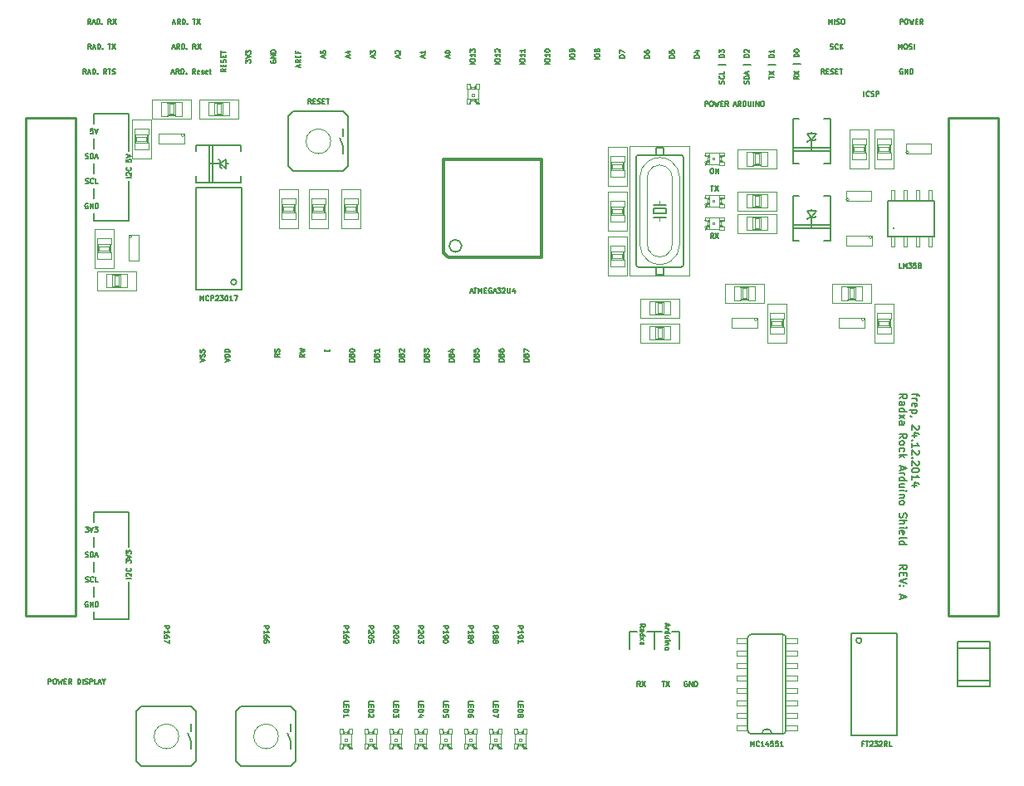
<source format=gto>
%FSLAX34Y34*%
G04 Gerber Fmt 3.4, Leading zero omitted, Abs format*
G04 (created by PCBNEW (2014-02-26 BZR 4721)-product) date Donnerstag, 25. Dezember 2014 16:09:47*
%MOIN*%
G01*
G70*
G90*
G04 APERTURE LIST*
%ADD10C,0.005906*%
%ADD11C,0.007500*%
%ADD12C,0.005000*%
%ADD13C,0.007874*%
%ADD14C,0.002600*%
%ADD15C,0.006000*%
%ADD16C,0.002000*%
%ADD17C,0.004000*%
%ADD18C,0.010000*%
%ADD19C,0.003100*%
%ADD20C,0.008000*%
%ADD21C,0.012000*%
%ADD22C,0.005900*%
G04 APERTURE END LIST*
G54D10*
G54D11*
X65311Y-37728D02*
X65311Y-37842D01*
X65111Y-37771D02*
X65368Y-37771D01*
X65397Y-37785D01*
X65411Y-37814D01*
X65411Y-37842D01*
X65111Y-37942D02*
X65311Y-37942D01*
X65254Y-37942D02*
X65283Y-37957D01*
X65297Y-37971D01*
X65311Y-38000D01*
X65311Y-38028D01*
X65126Y-38242D02*
X65111Y-38214D01*
X65111Y-38157D01*
X65126Y-38128D01*
X65154Y-38114D01*
X65268Y-38114D01*
X65297Y-38128D01*
X65311Y-38157D01*
X65311Y-38214D01*
X65297Y-38242D01*
X65268Y-38257D01*
X65240Y-38257D01*
X65211Y-38114D01*
X65311Y-38385D02*
X65011Y-38385D01*
X65297Y-38385D02*
X65311Y-38414D01*
X65311Y-38471D01*
X65297Y-38500D01*
X65283Y-38514D01*
X65254Y-38528D01*
X65168Y-38528D01*
X65140Y-38514D01*
X65126Y-38500D01*
X65111Y-38471D01*
X65111Y-38414D01*
X65126Y-38385D01*
X65126Y-38671D02*
X65111Y-38671D01*
X65083Y-38657D01*
X65068Y-38642D01*
X65383Y-39014D02*
X65397Y-39028D01*
X65411Y-39057D01*
X65411Y-39128D01*
X65397Y-39157D01*
X65383Y-39171D01*
X65354Y-39185D01*
X65326Y-39185D01*
X65283Y-39171D01*
X65111Y-39000D01*
X65111Y-39185D01*
X65311Y-39442D02*
X65111Y-39442D01*
X65426Y-39371D02*
X65211Y-39300D01*
X65211Y-39485D01*
X65140Y-39600D02*
X65126Y-39614D01*
X65111Y-39600D01*
X65126Y-39585D01*
X65140Y-39600D01*
X65111Y-39600D01*
X65111Y-39899D02*
X65111Y-39728D01*
X65111Y-39814D02*
X65411Y-39814D01*
X65368Y-39785D01*
X65340Y-39757D01*
X65326Y-39728D01*
X65383Y-40014D02*
X65397Y-40028D01*
X65411Y-40057D01*
X65411Y-40128D01*
X65397Y-40157D01*
X65383Y-40171D01*
X65354Y-40185D01*
X65326Y-40185D01*
X65283Y-40171D01*
X65111Y-39999D01*
X65111Y-40185D01*
X65140Y-40314D02*
X65126Y-40328D01*
X65111Y-40314D01*
X65126Y-40299D01*
X65140Y-40314D01*
X65111Y-40314D01*
X65383Y-40442D02*
X65397Y-40457D01*
X65411Y-40485D01*
X65411Y-40557D01*
X65397Y-40585D01*
X65383Y-40599D01*
X65354Y-40614D01*
X65326Y-40614D01*
X65283Y-40599D01*
X65111Y-40428D01*
X65111Y-40614D01*
X65411Y-40799D02*
X65411Y-40828D01*
X65397Y-40857D01*
X65383Y-40871D01*
X65354Y-40885D01*
X65297Y-40899D01*
X65226Y-40899D01*
X65168Y-40885D01*
X65140Y-40871D01*
X65126Y-40857D01*
X65111Y-40828D01*
X65111Y-40799D01*
X65126Y-40771D01*
X65140Y-40757D01*
X65168Y-40742D01*
X65226Y-40728D01*
X65297Y-40728D01*
X65354Y-40742D01*
X65383Y-40757D01*
X65397Y-40771D01*
X65411Y-40799D01*
X65111Y-41185D02*
X65111Y-41014D01*
X65111Y-41099D02*
X65411Y-41099D01*
X65368Y-41071D01*
X65340Y-41042D01*
X65326Y-41014D01*
X65311Y-41442D02*
X65111Y-41442D01*
X65426Y-41371D02*
X65211Y-41299D01*
X65211Y-41485D01*
X64616Y-37942D02*
X64759Y-37842D01*
X64616Y-37771D02*
X64916Y-37771D01*
X64916Y-37885D01*
X64902Y-37914D01*
X64888Y-37928D01*
X64859Y-37942D01*
X64816Y-37942D01*
X64788Y-37928D01*
X64773Y-37914D01*
X64759Y-37885D01*
X64759Y-37771D01*
X64616Y-38200D02*
X64773Y-38200D01*
X64802Y-38185D01*
X64816Y-38157D01*
X64816Y-38100D01*
X64802Y-38071D01*
X64631Y-38200D02*
X64616Y-38171D01*
X64616Y-38100D01*
X64631Y-38071D01*
X64659Y-38057D01*
X64688Y-38057D01*
X64716Y-38071D01*
X64731Y-38100D01*
X64731Y-38171D01*
X64745Y-38200D01*
X64616Y-38471D02*
X64916Y-38471D01*
X64631Y-38471D02*
X64616Y-38442D01*
X64616Y-38385D01*
X64631Y-38357D01*
X64645Y-38342D01*
X64673Y-38328D01*
X64759Y-38328D01*
X64788Y-38342D01*
X64802Y-38357D01*
X64816Y-38385D01*
X64816Y-38442D01*
X64802Y-38471D01*
X64616Y-38585D02*
X64816Y-38742D01*
X64816Y-38585D02*
X64616Y-38742D01*
X64616Y-38985D02*
X64773Y-38985D01*
X64802Y-38971D01*
X64816Y-38942D01*
X64816Y-38885D01*
X64802Y-38857D01*
X64631Y-38985D02*
X64616Y-38957D01*
X64616Y-38885D01*
X64631Y-38857D01*
X64659Y-38842D01*
X64688Y-38842D01*
X64716Y-38857D01*
X64731Y-38885D01*
X64731Y-38957D01*
X64745Y-38985D01*
X64616Y-39528D02*
X64759Y-39428D01*
X64616Y-39357D02*
X64916Y-39357D01*
X64916Y-39471D01*
X64902Y-39500D01*
X64888Y-39514D01*
X64859Y-39528D01*
X64816Y-39528D01*
X64788Y-39514D01*
X64773Y-39500D01*
X64759Y-39471D01*
X64759Y-39357D01*
X64616Y-39700D02*
X64631Y-39671D01*
X64645Y-39657D01*
X64673Y-39642D01*
X64759Y-39642D01*
X64788Y-39657D01*
X64802Y-39671D01*
X64816Y-39700D01*
X64816Y-39742D01*
X64802Y-39771D01*
X64788Y-39785D01*
X64759Y-39800D01*
X64673Y-39800D01*
X64645Y-39785D01*
X64631Y-39771D01*
X64616Y-39742D01*
X64616Y-39700D01*
X64631Y-40057D02*
X64616Y-40028D01*
X64616Y-39971D01*
X64631Y-39942D01*
X64645Y-39928D01*
X64673Y-39914D01*
X64759Y-39914D01*
X64788Y-39928D01*
X64802Y-39942D01*
X64816Y-39971D01*
X64816Y-40028D01*
X64802Y-40057D01*
X64616Y-40185D02*
X64916Y-40185D01*
X64731Y-40214D02*
X64616Y-40300D01*
X64816Y-40300D02*
X64702Y-40185D01*
X64702Y-40642D02*
X64702Y-40785D01*
X64616Y-40614D02*
X64916Y-40714D01*
X64616Y-40814D01*
X64616Y-40914D02*
X64816Y-40914D01*
X64759Y-40914D02*
X64788Y-40928D01*
X64802Y-40942D01*
X64816Y-40971D01*
X64816Y-41000D01*
X64616Y-41228D02*
X64916Y-41228D01*
X64631Y-41228D02*
X64616Y-41200D01*
X64616Y-41142D01*
X64631Y-41114D01*
X64645Y-41100D01*
X64673Y-41085D01*
X64759Y-41085D01*
X64788Y-41100D01*
X64802Y-41114D01*
X64816Y-41142D01*
X64816Y-41200D01*
X64802Y-41228D01*
X64816Y-41500D02*
X64616Y-41500D01*
X64816Y-41371D02*
X64659Y-41371D01*
X64631Y-41385D01*
X64616Y-41414D01*
X64616Y-41457D01*
X64631Y-41485D01*
X64645Y-41500D01*
X64616Y-41642D02*
X64816Y-41642D01*
X64916Y-41642D02*
X64902Y-41628D01*
X64888Y-41642D01*
X64902Y-41657D01*
X64916Y-41642D01*
X64888Y-41642D01*
X64816Y-41785D02*
X64616Y-41785D01*
X64788Y-41785D02*
X64802Y-41800D01*
X64816Y-41828D01*
X64816Y-41871D01*
X64802Y-41900D01*
X64773Y-41914D01*
X64616Y-41914D01*
X64616Y-42100D02*
X64631Y-42071D01*
X64645Y-42057D01*
X64673Y-42042D01*
X64759Y-42042D01*
X64788Y-42057D01*
X64802Y-42071D01*
X64816Y-42100D01*
X64816Y-42142D01*
X64802Y-42171D01*
X64788Y-42185D01*
X64759Y-42200D01*
X64673Y-42200D01*
X64645Y-42185D01*
X64631Y-42171D01*
X64616Y-42142D01*
X64616Y-42100D01*
X64631Y-42542D02*
X64616Y-42585D01*
X64616Y-42657D01*
X64631Y-42685D01*
X64645Y-42700D01*
X64673Y-42714D01*
X64702Y-42714D01*
X64731Y-42700D01*
X64745Y-42685D01*
X64759Y-42657D01*
X64773Y-42600D01*
X64788Y-42571D01*
X64802Y-42557D01*
X64831Y-42542D01*
X64859Y-42542D01*
X64888Y-42557D01*
X64902Y-42571D01*
X64916Y-42600D01*
X64916Y-42671D01*
X64902Y-42714D01*
X64616Y-42842D02*
X64916Y-42842D01*
X64616Y-42971D02*
X64773Y-42971D01*
X64802Y-42957D01*
X64816Y-42928D01*
X64816Y-42885D01*
X64802Y-42857D01*
X64788Y-42842D01*
X64616Y-43114D02*
X64816Y-43114D01*
X64916Y-43114D02*
X64902Y-43100D01*
X64888Y-43114D01*
X64902Y-43128D01*
X64916Y-43114D01*
X64888Y-43114D01*
X64631Y-43371D02*
X64616Y-43342D01*
X64616Y-43285D01*
X64631Y-43257D01*
X64659Y-43242D01*
X64773Y-43242D01*
X64802Y-43257D01*
X64816Y-43285D01*
X64816Y-43342D01*
X64802Y-43371D01*
X64773Y-43385D01*
X64745Y-43385D01*
X64716Y-43242D01*
X64616Y-43557D02*
X64631Y-43528D01*
X64659Y-43514D01*
X64916Y-43514D01*
X64616Y-43800D02*
X64916Y-43800D01*
X64631Y-43800D02*
X64616Y-43771D01*
X64616Y-43714D01*
X64631Y-43685D01*
X64645Y-43671D01*
X64673Y-43657D01*
X64759Y-43657D01*
X64788Y-43671D01*
X64802Y-43685D01*
X64816Y-43714D01*
X64816Y-43771D01*
X64802Y-43800D01*
X64616Y-44800D02*
X64759Y-44700D01*
X64616Y-44628D02*
X64916Y-44628D01*
X64916Y-44742D01*
X64902Y-44771D01*
X64888Y-44785D01*
X64859Y-44800D01*
X64816Y-44800D01*
X64788Y-44785D01*
X64773Y-44771D01*
X64759Y-44742D01*
X64759Y-44628D01*
X64773Y-44928D02*
X64773Y-45028D01*
X64616Y-45071D02*
X64616Y-44928D01*
X64916Y-44928D01*
X64916Y-45071D01*
X64916Y-45157D02*
X64616Y-45257D01*
X64916Y-45357D01*
X64645Y-45457D02*
X64631Y-45471D01*
X64616Y-45457D01*
X64631Y-45442D01*
X64645Y-45457D01*
X64616Y-45457D01*
X64802Y-45457D02*
X64788Y-45471D01*
X64773Y-45457D01*
X64788Y-45442D01*
X64802Y-45457D01*
X64773Y-45457D01*
X64702Y-45814D02*
X64702Y-45957D01*
X64616Y-45785D02*
X64916Y-45885D01*
X64616Y-45985D01*
G54D12*
X31980Y-24890D02*
X31914Y-24795D01*
X31866Y-24890D02*
X31866Y-24690D01*
X31942Y-24690D01*
X31961Y-24700D01*
X31971Y-24709D01*
X31980Y-24728D01*
X31980Y-24757D01*
X31971Y-24776D01*
X31961Y-24785D01*
X31942Y-24795D01*
X31866Y-24795D01*
X32057Y-24833D02*
X32152Y-24833D01*
X32038Y-24890D02*
X32104Y-24690D01*
X32171Y-24890D01*
X32238Y-24890D02*
X32238Y-24690D01*
X32285Y-24690D01*
X32314Y-24700D01*
X32333Y-24719D01*
X32342Y-24738D01*
X32352Y-24776D01*
X32352Y-24804D01*
X32342Y-24842D01*
X32333Y-24861D01*
X32314Y-24880D01*
X32285Y-24890D01*
X32238Y-24890D01*
X32438Y-24871D02*
X32447Y-24880D01*
X32438Y-24890D01*
X32428Y-24880D01*
X32438Y-24871D01*
X32438Y-24890D01*
X32800Y-24890D02*
X32733Y-24795D01*
X32685Y-24890D02*
X32685Y-24690D01*
X32761Y-24690D01*
X32780Y-24700D01*
X32790Y-24709D01*
X32800Y-24728D01*
X32800Y-24757D01*
X32790Y-24776D01*
X32780Y-24785D01*
X32761Y-24795D01*
X32685Y-24795D01*
X32857Y-24690D02*
X32971Y-24690D01*
X32914Y-24890D02*
X32914Y-24690D01*
X33028Y-24880D02*
X33057Y-24890D01*
X33104Y-24890D01*
X33123Y-24880D01*
X33133Y-24871D01*
X33142Y-24852D01*
X33142Y-24833D01*
X33133Y-24814D01*
X33123Y-24804D01*
X33104Y-24795D01*
X33066Y-24785D01*
X33047Y-24776D01*
X33038Y-24766D01*
X33028Y-24747D01*
X33028Y-24728D01*
X33038Y-24709D01*
X33047Y-24700D01*
X33066Y-24690D01*
X33114Y-24690D01*
X33142Y-24700D01*
X35419Y-24833D02*
X35514Y-24833D01*
X35399Y-24890D02*
X35466Y-24690D01*
X35533Y-24890D01*
X35714Y-24890D02*
X35647Y-24795D01*
X35599Y-24890D02*
X35599Y-24690D01*
X35676Y-24690D01*
X35695Y-24700D01*
X35704Y-24709D01*
X35714Y-24728D01*
X35714Y-24757D01*
X35704Y-24776D01*
X35695Y-24785D01*
X35676Y-24795D01*
X35599Y-24795D01*
X35799Y-24890D02*
X35799Y-24690D01*
X35847Y-24690D01*
X35876Y-24700D01*
X35895Y-24719D01*
X35904Y-24738D01*
X35914Y-24776D01*
X35914Y-24804D01*
X35904Y-24842D01*
X35895Y-24861D01*
X35876Y-24880D01*
X35847Y-24890D01*
X35799Y-24890D01*
X35999Y-24871D02*
X36009Y-24880D01*
X35999Y-24890D01*
X35990Y-24880D01*
X35999Y-24871D01*
X35999Y-24890D01*
X36361Y-24890D02*
X36295Y-24795D01*
X36247Y-24890D02*
X36247Y-24690D01*
X36323Y-24690D01*
X36342Y-24700D01*
X36352Y-24709D01*
X36361Y-24728D01*
X36361Y-24757D01*
X36352Y-24776D01*
X36342Y-24785D01*
X36323Y-24795D01*
X36247Y-24795D01*
X36523Y-24880D02*
X36504Y-24890D01*
X36466Y-24890D01*
X36447Y-24880D01*
X36438Y-24861D01*
X36438Y-24785D01*
X36447Y-24766D01*
X36466Y-24757D01*
X36504Y-24757D01*
X36523Y-24766D01*
X36533Y-24785D01*
X36533Y-24804D01*
X36438Y-24823D01*
X36609Y-24880D02*
X36628Y-24890D01*
X36666Y-24890D01*
X36685Y-24880D01*
X36695Y-24861D01*
X36695Y-24852D01*
X36685Y-24833D01*
X36666Y-24823D01*
X36638Y-24823D01*
X36619Y-24814D01*
X36609Y-24795D01*
X36609Y-24785D01*
X36619Y-24766D01*
X36638Y-24757D01*
X36666Y-24757D01*
X36685Y-24766D01*
X36857Y-24880D02*
X36838Y-24890D01*
X36800Y-24890D01*
X36780Y-24880D01*
X36771Y-24861D01*
X36771Y-24785D01*
X36780Y-24766D01*
X36800Y-24757D01*
X36838Y-24757D01*
X36857Y-24766D01*
X36866Y-24785D01*
X36866Y-24804D01*
X36771Y-24823D01*
X36923Y-24757D02*
X37000Y-24757D01*
X36952Y-24690D02*
X36952Y-24861D01*
X36961Y-24880D01*
X36980Y-24890D01*
X37000Y-24890D01*
X30466Y-49390D02*
X30466Y-49190D01*
X30542Y-49190D01*
X30561Y-49200D01*
X30571Y-49209D01*
X30580Y-49228D01*
X30580Y-49257D01*
X30571Y-49276D01*
X30561Y-49285D01*
X30542Y-49295D01*
X30466Y-49295D01*
X30704Y-49190D02*
X30742Y-49190D01*
X30761Y-49200D01*
X30780Y-49219D01*
X30790Y-49257D01*
X30790Y-49323D01*
X30780Y-49361D01*
X30761Y-49380D01*
X30742Y-49390D01*
X30704Y-49390D01*
X30685Y-49380D01*
X30666Y-49361D01*
X30657Y-49323D01*
X30657Y-49257D01*
X30666Y-49219D01*
X30685Y-49200D01*
X30704Y-49190D01*
X30857Y-49190D02*
X30904Y-49390D01*
X30942Y-49247D01*
X30980Y-49390D01*
X31028Y-49190D01*
X31104Y-49285D02*
X31171Y-49285D01*
X31199Y-49390D02*
X31104Y-49390D01*
X31104Y-49190D01*
X31199Y-49190D01*
X31399Y-49390D02*
X31333Y-49295D01*
X31285Y-49390D02*
X31285Y-49190D01*
X31361Y-49190D01*
X31380Y-49200D01*
X31390Y-49209D01*
X31399Y-49228D01*
X31399Y-49257D01*
X31390Y-49276D01*
X31380Y-49285D01*
X31361Y-49295D01*
X31285Y-49295D01*
X31638Y-49390D02*
X31638Y-49190D01*
X31685Y-49190D01*
X31714Y-49200D01*
X31733Y-49219D01*
X31742Y-49238D01*
X31752Y-49276D01*
X31752Y-49304D01*
X31742Y-49342D01*
X31733Y-49361D01*
X31714Y-49380D01*
X31685Y-49390D01*
X31638Y-49390D01*
X31838Y-49390D02*
X31838Y-49190D01*
X31923Y-49380D02*
X31952Y-49390D01*
X32000Y-49390D01*
X32019Y-49380D01*
X32028Y-49371D01*
X32038Y-49352D01*
X32038Y-49333D01*
X32028Y-49314D01*
X32019Y-49304D01*
X32000Y-49295D01*
X31961Y-49285D01*
X31942Y-49276D01*
X31933Y-49266D01*
X31923Y-49247D01*
X31923Y-49228D01*
X31933Y-49209D01*
X31942Y-49200D01*
X31961Y-49190D01*
X32009Y-49190D01*
X32038Y-49200D01*
X32123Y-49390D02*
X32123Y-49190D01*
X32200Y-49190D01*
X32219Y-49200D01*
X32228Y-49209D01*
X32238Y-49228D01*
X32238Y-49257D01*
X32228Y-49276D01*
X32219Y-49285D01*
X32200Y-49295D01*
X32123Y-49295D01*
X32419Y-49390D02*
X32323Y-49390D01*
X32323Y-49190D01*
X32476Y-49333D02*
X32571Y-49333D01*
X32457Y-49390D02*
X32523Y-49190D01*
X32590Y-49390D01*
X32695Y-49295D02*
X32695Y-49390D01*
X32628Y-49190D02*
X32695Y-49295D01*
X32761Y-49190D01*
G54D13*
X32300Y-42500D02*
X32300Y-42900D01*
X32300Y-43900D02*
X32300Y-43500D01*
X32300Y-44900D02*
X32300Y-44500D01*
X32300Y-45900D02*
X32300Y-45500D01*
X32300Y-46800D02*
X32300Y-46500D01*
X33700Y-46800D02*
X32300Y-46800D01*
X33700Y-45300D02*
X33700Y-46800D01*
X33700Y-43400D02*
X33700Y-43900D01*
X33300Y-42500D02*
X33700Y-42500D01*
X32300Y-42500D02*
X32600Y-42500D01*
G54D12*
X31952Y-43090D02*
X32076Y-43090D01*
X32009Y-43166D01*
X32038Y-43166D01*
X32057Y-43176D01*
X32066Y-43185D01*
X32076Y-43204D01*
X32076Y-43252D01*
X32066Y-43271D01*
X32057Y-43280D01*
X32038Y-43290D01*
X31980Y-43290D01*
X31961Y-43280D01*
X31952Y-43271D01*
X32133Y-43090D02*
X32200Y-43290D01*
X32266Y-43090D01*
X32314Y-43090D02*
X32438Y-43090D01*
X32371Y-43166D01*
X32400Y-43166D01*
X32419Y-43176D01*
X32428Y-43185D01*
X32438Y-43204D01*
X32438Y-43252D01*
X32428Y-43271D01*
X32419Y-43280D01*
X32400Y-43290D01*
X32342Y-43290D01*
X32323Y-43280D01*
X32314Y-43271D01*
X31957Y-44280D02*
X31985Y-44290D01*
X32033Y-44290D01*
X32052Y-44280D01*
X32061Y-44271D01*
X32071Y-44252D01*
X32071Y-44233D01*
X32061Y-44214D01*
X32052Y-44204D01*
X32033Y-44195D01*
X31995Y-44185D01*
X31976Y-44176D01*
X31966Y-44166D01*
X31957Y-44147D01*
X31957Y-44128D01*
X31966Y-44109D01*
X31976Y-44100D01*
X31995Y-44090D01*
X32042Y-44090D01*
X32071Y-44100D01*
X32157Y-44290D02*
X32157Y-44090D01*
X32204Y-44090D01*
X32233Y-44100D01*
X32252Y-44119D01*
X32261Y-44138D01*
X32271Y-44176D01*
X32271Y-44204D01*
X32261Y-44242D01*
X32252Y-44261D01*
X32233Y-44280D01*
X32204Y-44290D01*
X32157Y-44290D01*
X32347Y-44233D02*
X32442Y-44233D01*
X32328Y-44290D02*
X32395Y-44090D01*
X32461Y-44290D01*
X31961Y-45280D02*
X31990Y-45290D01*
X32038Y-45290D01*
X32057Y-45280D01*
X32066Y-45271D01*
X32076Y-45252D01*
X32076Y-45233D01*
X32066Y-45214D01*
X32057Y-45204D01*
X32038Y-45195D01*
X32000Y-45185D01*
X31980Y-45176D01*
X31971Y-45166D01*
X31961Y-45147D01*
X31961Y-45128D01*
X31971Y-45109D01*
X31980Y-45100D01*
X32000Y-45090D01*
X32047Y-45090D01*
X32076Y-45100D01*
X32276Y-45271D02*
X32266Y-45280D01*
X32238Y-45290D01*
X32219Y-45290D01*
X32190Y-45280D01*
X32171Y-45261D01*
X32161Y-45242D01*
X32152Y-45204D01*
X32152Y-45176D01*
X32161Y-45138D01*
X32171Y-45119D01*
X32190Y-45100D01*
X32219Y-45090D01*
X32238Y-45090D01*
X32266Y-45100D01*
X32276Y-45109D01*
X32457Y-45290D02*
X32361Y-45290D01*
X32361Y-45090D01*
X32047Y-46100D02*
X32028Y-46090D01*
X32000Y-46090D01*
X31971Y-46100D01*
X31952Y-46119D01*
X31942Y-46138D01*
X31933Y-46176D01*
X31933Y-46204D01*
X31942Y-46242D01*
X31952Y-46261D01*
X31971Y-46280D01*
X32000Y-46290D01*
X32019Y-46290D01*
X32047Y-46280D01*
X32057Y-46271D01*
X32057Y-46204D01*
X32019Y-46204D01*
X32142Y-46290D02*
X32142Y-46090D01*
X32257Y-46290D01*
X32257Y-46090D01*
X32352Y-46290D02*
X32352Y-46090D01*
X32400Y-46090D01*
X32428Y-46100D01*
X32447Y-46119D01*
X32457Y-46138D01*
X32466Y-46176D01*
X32466Y-46204D01*
X32457Y-46242D01*
X32447Y-46261D01*
X32428Y-46280D01*
X32400Y-46290D01*
X32352Y-46290D01*
X33790Y-45147D02*
X33590Y-45147D01*
X33609Y-45061D02*
X33600Y-45052D01*
X33590Y-45033D01*
X33590Y-44985D01*
X33600Y-44966D01*
X33609Y-44957D01*
X33628Y-44947D01*
X33647Y-44947D01*
X33676Y-44957D01*
X33790Y-45071D01*
X33790Y-44947D01*
X33771Y-44747D02*
X33780Y-44757D01*
X33790Y-44785D01*
X33790Y-44804D01*
X33780Y-44833D01*
X33761Y-44852D01*
X33742Y-44861D01*
X33704Y-44871D01*
X33676Y-44871D01*
X33638Y-44861D01*
X33619Y-44852D01*
X33600Y-44833D01*
X33590Y-44804D01*
X33590Y-44785D01*
X33600Y-44757D01*
X33609Y-44747D01*
X33590Y-44528D02*
X33590Y-44404D01*
X33666Y-44471D01*
X33666Y-44442D01*
X33676Y-44423D01*
X33685Y-44414D01*
X33704Y-44404D01*
X33752Y-44404D01*
X33771Y-44414D01*
X33780Y-44423D01*
X33790Y-44442D01*
X33790Y-44500D01*
X33780Y-44519D01*
X33771Y-44528D01*
X33590Y-44347D02*
X33790Y-44280D01*
X33590Y-44214D01*
X33590Y-44166D02*
X33590Y-44042D01*
X33666Y-44109D01*
X33666Y-44080D01*
X33676Y-44061D01*
X33685Y-44052D01*
X33704Y-44042D01*
X33752Y-44042D01*
X33771Y-44052D01*
X33780Y-44061D01*
X33790Y-44080D01*
X33790Y-44138D01*
X33780Y-44157D01*
X33771Y-44166D01*
G54D13*
X33700Y-42500D02*
X33700Y-43400D01*
X33300Y-42500D02*
X32600Y-42500D01*
X32300Y-30800D02*
X32300Y-30700D01*
X33700Y-30800D02*
X33700Y-30700D01*
X33700Y-26500D02*
X33700Y-26600D01*
X32300Y-26500D02*
X32300Y-26600D01*
X33700Y-30700D02*
X33700Y-29200D01*
X32300Y-30800D02*
X33700Y-30800D01*
X32300Y-30500D02*
X32300Y-30700D01*
X32300Y-29500D02*
X32300Y-29900D01*
X32300Y-28500D02*
X32300Y-28900D01*
X32300Y-27500D02*
X32300Y-27900D01*
X32300Y-26600D02*
X32300Y-26900D01*
X33700Y-26500D02*
X32300Y-26500D01*
X33700Y-28000D02*
X33700Y-26600D01*
G54D12*
X32047Y-30100D02*
X32028Y-30090D01*
X32000Y-30090D01*
X31971Y-30100D01*
X31952Y-30119D01*
X31942Y-30138D01*
X31933Y-30176D01*
X31933Y-30204D01*
X31942Y-30242D01*
X31952Y-30261D01*
X31971Y-30280D01*
X32000Y-30290D01*
X32019Y-30290D01*
X32047Y-30280D01*
X32057Y-30271D01*
X32057Y-30204D01*
X32019Y-30204D01*
X32142Y-30290D02*
X32142Y-30090D01*
X32257Y-30290D01*
X32257Y-30090D01*
X32352Y-30290D02*
X32352Y-30090D01*
X32400Y-30090D01*
X32428Y-30100D01*
X32447Y-30119D01*
X32457Y-30138D01*
X32466Y-30176D01*
X32466Y-30204D01*
X32457Y-30242D01*
X32447Y-30261D01*
X32428Y-30280D01*
X32400Y-30290D01*
X32352Y-30290D01*
X31961Y-29280D02*
X31990Y-29290D01*
X32038Y-29290D01*
X32057Y-29280D01*
X32066Y-29271D01*
X32076Y-29252D01*
X32076Y-29233D01*
X32066Y-29214D01*
X32057Y-29204D01*
X32038Y-29195D01*
X32000Y-29185D01*
X31980Y-29176D01*
X31971Y-29166D01*
X31961Y-29147D01*
X31961Y-29128D01*
X31971Y-29109D01*
X31980Y-29100D01*
X32000Y-29090D01*
X32047Y-29090D01*
X32076Y-29100D01*
X32276Y-29271D02*
X32266Y-29280D01*
X32238Y-29290D01*
X32219Y-29290D01*
X32190Y-29280D01*
X32171Y-29261D01*
X32161Y-29242D01*
X32152Y-29204D01*
X32152Y-29176D01*
X32161Y-29138D01*
X32171Y-29119D01*
X32190Y-29100D01*
X32219Y-29090D01*
X32238Y-29090D01*
X32266Y-29100D01*
X32276Y-29109D01*
X32457Y-29290D02*
X32361Y-29290D01*
X32361Y-29090D01*
X31957Y-28280D02*
X31985Y-28290D01*
X32033Y-28290D01*
X32052Y-28280D01*
X32061Y-28271D01*
X32071Y-28252D01*
X32071Y-28233D01*
X32061Y-28214D01*
X32052Y-28204D01*
X32033Y-28195D01*
X31995Y-28185D01*
X31976Y-28176D01*
X31966Y-28166D01*
X31957Y-28147D01*
X31957Y-28128D01*
X31966Y-28109D01*
X31976Y-28100D01*
X31995Y-28090D01*
X32042Y-28090D01*
X32071Y-28100D01*
X32157Y-28290D02*
X32157Y-28090D01*
X32204Y-28090D01*
X32233Y-28100D01*
X32252Y-28119D01*
X32261Y-28138D01*
X32271Y-28176D01*
X32271Y-28204D01*
X32261Y-28242D01*
X32252Y-28261D01*
X32233Y-28280D01*
X32204Y-28290D01*
X32157Y-28290D01*
X32347Y-28233D02*
X32442Y-28233D01*
X32328Y-28290D02*
X32395Y-28090D01*
X32461Y-28290D01*
X32261Y-27090D02*
X32166Y-27090D01*
X32157Y-27185D01*
X32166Y-27176D01*
X32185Y-27166D01*
X32233Y-27166D01*
X32252Y-27176D01*
X32261Y-27185D01*
X32271Y-27204D01*
X32271Y-27252D01*
X32261Y-27271D01*
X32252Y-27280D01*
X32233Y-27290D01*
X32185Y-27290D01*
X32166Y-27280D01*
X32157Y-27271D01*
X32328Y-27090D02*
X32395Y-27290D01*
X32461Y-27090D01*
X33790Y-29052D02*
X33590Y-29052D01*
X33609Y-28966D02*
X33600Y-28957D01*
X33590Y-28938D01*
X33590Y-28890D01*
X33600Y-28871D01*
X33609Y-28861D01*
X33628Y-28852D01*
X33647Y-28852D01*
X33676Y-28861D01*
X33790Y-28976D01*
X33790Y-28852D01*
X33771Y-28652D02*
X33780Y-28661D01*
X33790Y-28690D01*
X33790Y-28709D01*
X33780Y-28738D01*
X33761Y-28757D01*
X33742Y-28766D01*
X33704Y-28776D01*
X33676Y-28776D01*
X33638Y-28766D01*
X33619Y-28757D01*
X33600Y-28738D01*
X33590Y-28709D01*
X33590Y-28690D01*
X33600Y-28661D01*
X33609Y-28652D01*
X33590Y-28319D02*
X33590Y-28414D01*
X33685Y-28423D01*
X33676Y-28414D01*
X33666Y-28395D01*
X33666Y-28347D01*
X33676Y-28328D01*
X33685Y-28319D01*
X33704Y-28309D01*
X33752Y-28309D01*
X33771Y-28319D01*
X33780Y-28328D01*
X33790Y-28347D01*
X33790Y-28395D01*
X33780Y-28414D01*
X33771Y-28423D01*
X33590Y-28252D02*
X33790Y-28185D01*
X33590Y-28119D01*
X64711Y-32690D02*
X64616Y-32690D01*
X64616Y-32490D01*
X64778Y-32690D02*
X64778Y-32490D01*
X64845Y-32633D01*
X64911Y-32490D01*
X64911Y-32690D01*
X64988Y-32490D02*
X65111Y-32490D01*
X65045Y-32566D01*
X65073Y-32566D01*
X65092Y-32576D01*
X65102Y-32585D01*
X65111Y-32604D01*
X65111Y-32652D01*
X65102Y-32671D01*
X65092Y-32680D01*
X65073Y-32690D01*
X65016Y-32690D01*
X64997Y-32680D01*
X64988Y-32671D01*
X65292Y-32490D02*
X65197Y-32490D01*
X65188Y-32585D01*
X65197Y-32576D01*
X65216Y-32566D01*
X65264Y-32566D01*
X65283Y-32576D01*
X65292Y-32585D01*
X65302Y-32604D01*
X65302Y-32652D01*
X65292Y-32671D01*
X65283Y-32680D01*
X65264Y-32690D01*
X65216Y-32690D01*
X65197Y-32680D01*
X65188Y-32671D01*
X65416Y-32576D02*
X65397Y-32566D01*
X65388Y-32557D01*
X65378Y-32538D01*
X65378Y-32528D01*
X65388Y-32509D01*
X65397Y-32500D01*
X65416Y-32490D01*
X65454Y-32490D01*
X65473Y-32500D01*
X65483Y-32509D01*
X65492Y-32528D01*
X65492Y-32538D01*
X65483Y-32557D01*
X65473Y-32566D01*
X65454Y-32576D01*
X65416Y-32576D01*
X65397Y-32585D01*
X65388Y-32595D01*
X65378Y-32614D01*
X65378Y-32652D01*
X65388Y-32671D01*
X65397Y-32680D01*
X65416Y-32690D01*
X65454Y-32690D01*
X65473Y-32680D01*
X65483Y-32671D01*
X65492Y-32652D01*
X65492Y-32614D01*
X65483Y-32595D01*
X65473Y-32585D01*
X65454Y-32576D01*
X49740Y-36447D02*
X49540Y-36447D01*
X49540Y-36400D01*
X49550Y-36371D01*
X49569Y-36352D01*
X49588Y-36342D01*
X49626Y-36333D01*
X49654Y-36333D01*
X49692Y-36342D01*
X49711Y-36352D01*
X49730Y-36371D01*
X49740Y-36400D01*
X49740Y-36447D01*
X49635Y-36180D02*
X49645Y-36152D01*
X49654Y-36142D01*
X49673Y-36133D01*
X49702Y-36133D01*
X49721Y-36142D01*
X49730Y-36152D01*
X49740Y-36171D01*
X49740Y-36247D01*
X49540Y-36247D01*
X49540Y-36180D01*
X49550Y-36161D01*
X49559Y-36152D01*
X49578Y-36142D01*
X49597Y-36142D01*
X49616Y-36152D01*
X49626Y-36161D01*
X49635Y-36180D01*
X49635Y-36247D01*
X49540Y-36066D02*
X49540Y-35933D01*
X49740Y-36019D01*
X48740Y-36447D02*
X48540Y-36447D01*
X48540Y-36400D01*
X48550Y-36371D01*
X48569Y-36352D01*
X48588Y-36342D01*
X48626Y-36333D01*
X48654Y-36333D01*
X48692Y-36342D01*
X48711Y-36352D01*
X48730Y-36371D01*
X48740Y-36400D01*
X48740Y-36447D01*
X48635Y-36180D02*
X48645Y-36152D01*
X48654Y-36142D01*
X48673Y-36133D01*
X48702Y-36133D01*
X48721Y-36142D01*
X48730Y-36152D01*
X48740Y-36171D01*
X48740Y-36247D01*
X48540Y-36247D01*
X48540Y-36180D01*
X48550Y-36161D01*
X48559Y-36152D01*
X48578Y-36142D01*
X48597Y-36142D01*
X48616Y-36152D01*
X48626Y-36161D01*
X48635Y-36180D01*
X48635Y-36247D01*
X48540Y-35961D02*
X48540Y-36000D01*
X48550Y-36019D01*
X48559Y-36028D01*
X48588Y-36047D01*
X48626Y-36057D01*
X48702Y-36057D01*
X48721Y-36047D01*
X48730Y-36038D01*
X48740Y-36019D01*
X48740Y-35980D01*
X48730Y-35961D01*
X48721Y-35952D01*
X48702Y-35942D01*
X48654Y-35942D01*
X48635Y-35952D01*
X48626Y-35961D01*
X48616Y-35980D01*
X48616Y-36019D01*
X48626Y-36038D01*
X48635Y-36047D01*
X48654Y-36057D01*
X47740Y-36447D02*
X47540Y-36447D01*
X47540Y-36400D01*
X47550Y-36371D01*
X47569Y-36352D01*
X47588Y-36342D01*
X47626Y-36333D01*
X47654Y-36333D01*
X47692Y-36342D01*
X47711Y-36352D01*
X47730Y-36371D01*
X47740Y-36400D01*
X47740Y-36447D01*
X47635Y-36180D02*
X47645Y-36152D01*
X47654Y-36142D01*
X47673Y-36133D01*
X47702Y-36133D01*
X47721Y-36142D01*
X47730Y-36152D01*
X47740Y-36171D01*
X47740Y-36247D01*
X47540Y-36247D01*
X47540Y-36180D01*
X47550Y-36161D01*
X47559Y-36152D01*
X47578Y-36142D01*
X47597Y-36142D01*
X47616Y-36152D01*
X47626Y-36161D01*
X47635Y-36180D01*
X47635Y-36247D01*
X47540Y-35952D02*
X47540Y-36047D01*
X47635Y-36057D01*
X47626Y-36047D01*
X47616Y-36028D01*
X47616Y-35980D01*
X47626Y-35961D01*
X47635Y-35952D01*
X47654Y-35942D01*
X47702Y-35942D01*
X47721Y-35952D01*
X47730Y-35961D01*
X47740Y-35980D01*
X47740Y-36028D01*
X47730Y-36047D01*
X47721Y-36057D01*
X46740Y-36447D02*
X46540Y-36447D01*
X46540Y-36400D01*
X46550Y-36371D01*
X46569Y-36352D01*
X46588Y-36342D01*
X46626Y-36333D01*
X46654Y-36333D01*
X46692Y-36342D01*
X46711Y-36352D01*
X46730Y-36371D01*
X46740Y-36400D01*
X46740Y-36447D01*
X46635Y-36180D02*
X46645Y-36152D01*
X46654Y-36142D01*
X46673Y-36133D01*
X46702Y-36133D01*
X46721Y-36142D01*
X46730Y-36152D01*
X46740Y-36171D01*
X46740Y-36247D01*
X46540Y-36247D01*
X46540Y-36180D01*
X46550Y-36161D01*
X46559Y-36152D01*
X46578Y-36142D01*
X46597Y-36142D01*
X46616Y-36152D01*
X46626Y-36161D01*
X46635Y-36180D01*
X46635Y-36247D01*
X46607Y-35961D02*
X46740Y-35961D01*
X46530Y-36009D02*
X46673Y-36057D01*
X46673Y-35933D01*
X45740Y-36447D02*
X45540Y-36447D01*
X45540Y-36400D01*
X45550Y-36371D01*
X45569Y-36352D01*
X45588Y-36342D01*
X45626Y-36333D01*
X45654Y-36333D01*
X45692Y-36342D01*
X45711Y-36352D01*
X45730Y-36371D01*
X45740Y-36400D01*
X45740Y-36447D01*
X45635Y-36180D02*
X45645Y-36152D01*
X45654Y-36142D01*
X45673Y-36133D01*
X45702Y-36133D01*
X45721Y-36142D01*
X45730Y-36152D01*
X45740Y-36171D01*
X45740Y-36247D01*
X45540Y-36247D01*
X45540Y-36180D01*
X45550Y-36161D01*
X45559Y-36152D01*
X45578Y-36142D01*
X45597Y-36142D01*
X45616Y-36152D01*
X45626Y-36161D01*
X45635Y-36180D01*
X45635Y-36247D01*
X45540Y-36066D02*
X45540Y-35942D01*
X45616Y-36009D01*
X45616Y-35980D01*
X45626Y-35961D01*
X45635Y-35952D01*
X45654Y-35942D01*
X45702Y-35942D01*
X45721Y-35952D01*
X45730Y-35961D01*
X45740Y-35980D01*
X45740Y-36038D01*
X45730Y-36057D01*
X45721Y-36066D01*
X44740Y-36447D02*
X44540Y-36447D01*
X44540Y-36400D01*
X44550Y-36371D01*
X44569Y-36352D01*
X44588Y-36342D01*
X44626Y-36333D01*
X44654Y-36333D01*
X44692Y-36342D01*
X44711Y-36352D01*
X44730Y-36371D01*
X44740Y-36400D01*
X44740Y-36447D01*
X44635Y-36180D02*
X44645Y-36152D01*
X44654Y-36142D01*
X44673Y-36133D01*
X44702Y-36133D01*
X44721Y-36142D01*
X44730Y-36152D01*
X44740Y-36171D01*
X44740Y-36247D01*
X44540Y-36247D01*
X44540Y-36180D01*
X44550Y-36161D01*
X44559Y-36152D01*
X44578Y-36142D01*
X44597Y-36142D01*
X44616Y-36152D01*
X44626Y-36161D01*
X44635Y-36180D01*
X44635Y-36247D01*
X44559Y-36057D02*
X44550Y-36047D01*
X44540Y-36028D01*
X44540Y-35980D01*
X44550Y-35961D01*
X44559Y-35952D01*
X44578Y-35942D01*
X44597Y-35942D01*
X44626Y-35952D01*
X44740Y-36066D01*
X44740Y-35942D01*
X43740Y-36447D02*
X43540Y-36447D01*
X43540Y-36400D01*
X43550Y-36371D01*
X43569Y-36352D01*
X43588Y-36342D01*
X43626Y-36333D01*
X43654Y-36333D01*
X43692Y-36342D01*
X43711Y-36352D01*
X43730Y-36371D01*
X43740Y-36400D01*
X43740Y-36447D01*
X43635Y-36180D02*
X43645Y-36152D01*
X43654Y-36142D01*
X43673Y-36133D01*
X43702Y-36133D01*
X43721Y-36142D01*
X43730Y-36152D01*
X43740Y-36171D01*
X43740Y-36247D01*
X43540Y-36247D01*
X43540Y-36180D01*
X43550Y-36161D01*
X43559Y-36152D01*
X43578Y-36142D01*
X43597Y-36142D01*
X43616Y-36152D01*
X43626Y-36161D01*
X43635Y-36180D01*
X43635Y-36247D01*
X43740Y-35942D02*
X43740Y-36057D01*
X43740Y-36000D02*
X43540Y-36000D01*
X43569Y-36019D01*
X43588Y-36038D01*
X43597Y-36057D01*
X42740Y-36447D02*
X42540Y-36447D01*
X42540Y-36400D01*
X42550Y-36371D01*
X42569Y-36352D01*
X42588Y-36342D01*
X42626Y-36333D01*
X42654Y-36333D01*
X42692Y-36342D01*
X42711Y-36352D01*
X42730Y-36371D01*
X42740Y-36400D01*
X42740Y-36447D01*
X42635Y-36180D02*
X42645Y-36152D01*
X42654Y-36142D01*
X42673Y-36133D01*
X42702Y-36133D01*
X42721Y-36142D01*
X42730Y-36152D01*
X42740Y-36171D01*
X42740Y-36247D01*
X42540Y-36247D01*
X42540Y-36180D01*
X42550Y-36161D01*
X42559Y-36152D01*
X42578Y-36142D01*
X42597Y-36142D01*
X42616Y-36152D01*
X42626Y-36161D01*
X42635Y-36180D01*
X42635Y-36247D01*
X42540Y-36009D02*
X42540Y-35990D01*
X42550Y-35971D01*
X42559Y-35961D01*
X42578Y-35952D01*
X42616Y-35942D01*
X42664Y-35942D01*
X42702Y-35952D01*
X42721Y-35961D01*
X42730Y-35971D01*
X42740Y-35990D01*
X42740Y-36009D01*
X42730Y-36028D01*
X42721Y-36038D01*
X42702Y-36047D01*
X42664Y-36057D01*
X42616Y-36057D01*
X42578Y-36047D01*
X42559Y-36038D01*
X42550Y-36028D01*
X42540Y-36009D01*
X41635Y-36042D02*
X41635Y-35976D01*
X41740Y-35947D02*
X41740Y-36042D01*
X41540Y-36042D01*
X41540Y-35947D01*
X40740Y-36152D02*
X40645Y-36219D01*
X40740Y-36266D02*
X40540Y-36266D01*
X40540Y-36190D01*
X40550Y-36171D01*
X40559Y-36161D01*
X40578Y-36152D01*
X40607Y-36152D01*
X40626Y-36161D01*
X40635Y-36171D01*
X40645Y-36190D01*
X40645Y-36266D01*
X40540Y-36085D02*
X40740Y-36038D01*
X40597Y-35999D01*
X40740Y-35961D01*
X40540Y-35914D01*
X39740Y-36133D02*
X39645Y-36200D01*
X39740Y-36247D02*
X39540Y-36247D01*
X39540Y-36171D01*
X39550Y-36152D01*
X39559Y-36142D01*
X39578Y-36133D01*
X39607Y-36133D01*
X39626Y-36142D01*
X39635Y-36152D01*
X39645Y-36171D01*
X39645Y-36247D01*
X39730Y-36057D02*
X39740Y-36028D01*
X39740Y-35980D01*
X39730Y-35961D01*
X39721Y-35952D01*
X39702Y-35942D01*
X39683Y-35942D01*
X39664Y-35952D01*
X39654Y-35961D01*
X39645Y-35980D01*
X39635Y-36019D01*
X39626Y-36038D01*
X39616Y-36047D01*
X39597Y-36057D01*
X39578Y-36057D01*
X39559Y-36047D01*
X39550Y-36038D01*
X39540Y-36019D01*
X39540Y-35971D01*
X39550Y-35942D01*
X37540Y-36466D02*
X37740Y-36400D01*
X37540Y-36333D01*
X37740Y-36266D02*
X37540Y-36266D01*
X37540Y-36219D01*
X37550Y-36190D01*
X37569Y-36171D01*
X37588Y-36161D01*
X37626Y-36152D01*
X37654Y-36152D01*
X37692Y-36161D01*
X37711Y-36171D01*
X37730Y-36190D01*
X37740Y-36219D01*
X37740Y-36266D01*
X37740Y-36066D02*
X37540Y-36066D01*
X37540Y-36019D01*
X37550Y-35990D01*
X37569Y-35971D01*
X37588Y-35961D01*
X37626Y-35952D01*
X37654Y-35952D01*
X37692Y-35961D01*
X37711Y-35971D01*
X37730Y-35990D01*
X37740Y-36019D01*
X37740Y-36066D01*
X36540Y-36457D02*
X36740Y-36390D01*
X36540Y-36323D01*
X36730Y-36266D02*
X36740Y-36238D01*
X36740Y-36190D01*
X36730Y-36171D01*
X36721Y-36161D01*
X36702Y-36152D01*
X36683Y-36152D01*
X36664Y-36161D01*
X36654Y-36171D01*
X36645Y-36190D01*
X36635Y-36228D01*
X36626Y-36247D01*
X36616Y-36257D01*
X36597Y-36266D01*
X36578Y-36266D01*
X36559Y-36257D01*
X36550Y-36247D01*
X36540Y-36228D01*
X36540Y-36180D01*
X36550Y-36152D01*
X36730Y-36076D02*
X36740Y-36047D01*
X36740Y-35999D01*
X36730Y-35980D01*
X36721Y-35971D01*
X36702Y-35961D01*
X36683Y-35961D01*
X36664Y-35971D01*
X36654Y-35980D01*
X36645Y-35999D01*
X36635Y-36038D01*
X36626Y-36057D01*
X36616Y-36066D01*
X36597Y-36076D01*
X36578Y-36076D01*
X36559Y-36066D01*
X36550Y-36057D01*
X36540Y-36038D01*
X36540Y-35990D01*
X36550Y-35961D01*
X36557Y-33990D02*
X36557Y-33790D01*
X36623Y-33933D01*
X36690Y-33790D01*
X36690Y-33990D01*
X36899Y-33971D02*
X36890Y-33980D01*
X36861Y-33990D01*
X36842Y-33990D01*
X36814Y-33980D01*
X36795Y-33961D01*
X36785Y-33942D01*
X36776Y-33904D01*
X36776Y-33876D01*
X36785Y-33838D01*
X36795Y-33819D01*
X36814Y-33800D01*
X36842Y-33790D01*
X36861Y-33790D01*
X36890Y-33800D01*
X36899Y-33809D01*
X36985Y-33990D02*
X36985Y-33790D01*
X37061Y-33790D01*
X37080Y-33800D01*
X37090Y-33809D01*
X37099Y-33828D01*
X37099Y-33857D01*
X37090Y-33876D01*
X37080Y-33885D01*
X37061Y-33895D01*
X36985Y-33895D01*
X37176Y-33809D02*
X37185Y-33800D01*
X37204Y-33790D01*
X37252Y-33790D01*
X37271Y-33800D01*
X37280Y-33809D01*
X37290Y-33828D01*
X37290Y-33847D01*
X37280Y-33876D01*
X37166Y-33990D01*
X37290Y-33990D01*
X37357Y-33790D02*
X37480Y-33790D01*
X37414Y-33866D01*
X37442Y-33866D01*
X37461Y-33876D01*
X37471Y-33885D01*
X37480Y-33904D01*
X37480Y-33952D01*
X37471Y-33971D01*
X37461Y-33980D01*
X37442Y-33990D01*
X37385Y-33990D01*
X37366Y-33980D01*
X37357Y-33971D01*
X37604Y-33790D02*
X37623Y-33790D01*
X37642Y-33800D01*
X37652Y-33809D01*
X37661Y-33828D01*
X37671Y-33866D01*
X37671Y-33914D01*
X37661Y-33952D01*
X37652Y-33971D01*
X37642Y-33980D01*
X37623Y-33990D01*
X37604Y-33990D01*
X37585Y-33980D01*
X37576Y-33971D01*
X37566Y-33952D01*
X37557Y-33914D01*
X37557Y-33866D01*
X37566Y-33828D01*
X37576Y-33809D01*
X37585Y-33800D01*
X37604Y-33790D01*
X37861Y-33990D02*
X37747Y-33990D01*
X37804Y-33990D02*
X37804Y-33790D01*
X37785Y-33819D01*
X37766Y-33838D01*
X37747Y-33847D01*
X37928Y-33790D02*
X38061Y-33790D01*
X37976Y-33990D01*
X47395Y-33633D02*
X47490Y-33633D01*
X47376Y-33690D02*
X47442Y-33490D01*
X47509Y-33690D01*
X47547Y-33490D02*
X47661Y-33490D01*
X47604Y-33690D02*
X47604Y-33490D01*
X47728Y-33690D02*
X47728Y-33490D01*
X47795Y-33633D01*
X47861Y-33490D01*
X47861Y-33690D01*
X47957Y-33585D02*
X48023Y-33585D01*
X48052Y-33690D02*
X47957Y-33690D01*
X47957Y-33490D01*
X48052Y-33490D01*
X48242Y-33500D02*
X48223Y-33490D01*
X48195Y-33490D01*
X48166Y-33500D01*
X48147Y-33519D01*
X48138Y-33538D01*
X48128Y-33576D01*
X48128Y-33604D01*
X48138Y-33642D01*
X48147Y-33661D01*
X48166Y-33680D01*
X48195Y-33690D01*
X48214Y-33690D01*
X48242Y-33680D01*
X48252Y-33671D01*
X48252Y-33604D01*
X48214Y-33604D01*
X48328Y-33633D02*
X48423Y-33633D01*
X48309Y-33690D02*
X48376Y-33490D01*
X48442Y-33690D01*
X48490Y-33490D02*
X48614Y-33490D01*
X48547Y-33566D01*
X48576Y-33566D01*
X48595Y-33576D01*
X48604Y-33585D01*
X48614Y-33604D01*
X48614Y-33652D01*
X48604Y-33671D01*
X48595Y-33680D01*
X48576Y-33690D01*
X48519Y-33690D01*
X48500Y-33680D01*
X48490Y-33671D01*
X48690Y-33509D02*
X48700Y-33500D01*
X48719Y-33490D01*
X48766Y-33490D01*
X48785Y-33500D01*
X48795Y-33509D01*
X48804Y-33528D01*
X48804Y-33547D01*
X48795Y-33576D01*
X48680Y-33690D01*
X48804Y-33690D01*
X48890Y-33490D02*
X48890Y-33652D01*
X48900Y-33671D01*
X48909Y-33680D01*
X48928Y-33690D01*
X48966Y-33690D01*
X48985Y-33680D01*
X48995Y-33671D01*
X49004Y-33652D01*
X49004Y-33490D01*
X49185Y-33557D02*
X49185Y-33690D01*
X49138Y-33480D02*
X49090Y-33623D01*
X49214Y-33623D01*
X32180Y-23890D02*
X32114Y-23795D01*
X32066Y-23890D02*
X32066Y-23690D01*
X32142Y-23690D01*
X32161Y-23700D01*
X32171Y-23709D01*
X32180Y-23728D01*
X32180Y-23757D01*
X32171Y-23776D01*
X32161Y-23785D01*
X32142Y-23795D01*
X32066Y-23795D01*
X32257Y-23833D02*
X32352Y-23833D01*
X32238Y-23890D02*
X32304Y-23690D01*
X32371Y-23890D01*
X32438Y-23890D02*
X32438Y-23690D01*
X32485Y-23690D01*
X32514Y-23700D01*
X32533Y-23719D01*
X32542Y-23738D01*
X32552Y-23776D01*
X32552Y-23804D01*
X32542Y-23842D01*
X32533Y-23861D01*
X32514Y-23880D01*
X32485Y-23890D01*
X32438Y-23890D01*
X32638Y-23871D02*
X32647Y-23880D01*
X32638Y-23890D01*
X32628Y-23880D01*
X32638Y-23871D01*
X32638Y-23890D01*
X32857Y-23690D02*
X32971Y-23690D01*
X32914Y-23890D02*
X32914Y-23690D01*
X33019Y-23690D02*
X33152Y-23890D01*
X33152Y-23690D02*
X33019Y-23890D01*
X32157Y-22890D02*
X32090Y-22795D01*
X32042Y-22890D02*
X32042Y-22690D01*
X32119Y-22690D01*
X32138Y-22700D01*
X32147Y-22709D01*
X32157Y-22728D01*
X32157Y-22757D01*
X32147Y-22776D01*
X32138Y-22785D01*
X32119Y-22795D01*
X32042Y-22795D01*
X32233Y-22833D02*
X32328Y-22833D01*
X32214Y-22890D02*
X32280Y-22690D01*
X32347Y-22890D01*
X32414Y-22890D02*
X32414Y-22690D01*
X32461Y-22690D01*
X32490Y-22700D01*
X32509Y-22719D01*
X32519Y-22738D01*
X32528Y-22776D01*
X32528Y-22804D01*
X32519Y-22842D01*
X32509Y-22861D01*
X32490Y-22880D01*
X32461Y-22890D01*
X32414Y-22890D01*
X32614Y-22871D02*
X32623Y-22880D01*
X32614Y-22890D01*
X32604Y-22880D01*
X32614Y-22871D01*
X32614Y-22890D01*
X32976Y-22890D02*
X32909Y-22795D01*
X32861Y-22890D02*
X32861Y-22690D01*
X32938Y-22690D01*
X32957Y-22700D01*
X32966Y-22709D01*
X32976Y-22728D01*
X32976Y-22757D01*
X32966Y-22776D01*
X32957Y-22785D01*
X32938Y-22795D01*
X32861Y-22795D01*
X33042Y-22690D02*
X33176Y-22890D01*
X33176Y-22690D02*
X33042Y-22890D01*
X35457Y-22833D02*
X35552Y-22833D01*
X35438Y-22890D02*
X35504Y-22690D01*
X35571Y-22890D01*
X35752Y-22890D02*
X35685Y-22795D01*
X35638Y-22890D02*
X35638Y-22690D01*
X35714Y-22690D01*
X35733Y-22700D01*
X35742Y-22709D01*
X35752Y-22728D01*
X35752Y-22757D01*
X35742Y-22776D01*
X35733Y-22785D01*
X35714Y-22795D01*
X35638Y-22795D01*
X35838Y-22890D02*
X35838Y-22690D01*
X35885Y-22690D01*
X35914Y-22700D01*
X35933Y-22719D01*
X35942Y-22738D01*
X35952Y-22776D01*
X35952Y-22804D01*
X35942Y-22842D01*
X35933Y-22861D01*
X35914Y-22880D01*
X35885Y-22890D01*
X35838Y-22890D01*
X36038Y-22871D02*
X36047Y-22880D01*
X36038Y-22890D01*
X36028Y-22880D01*
X36038Y-22871D01*
X36038Y-22890D01*
X36257Y-22690D02*
X36371Y-22690D01*
X36314Y-22890D02*
X36314Y-22690D01*
X36419Y-22690D02*
X36552Y-22890D01*
X36552Y-22690D02*
X36419Y-22890D01*
X35433Y-23833D02*
X35528Y-23833D01*
X35414Y-23890D02*
X35480Y-23690D01*
X35547Y-23890D01*
X35728Y-23890D02*
X35661Y-23795D01*
X35614Y-23890D02*
X35614Y-23690D01*
X35690Y-23690D01*
X35709Y-23700D01*
X35719Y-23709D01*
X35728Y-23728D01*
X35728Y-23757D01*
X35719Y-23776D01*
X35709Y-23785D01*
X35690Y-23795D01*
X35614Y-23795D01*
X35814Y-23890D02*
X35814Y-23690D01*
X35861Y-23690D01*
X35890Y-23700D01*
X35909Y-23719D01*
X35919Y-23738D01*
X35928Y-23776D01*
X35928Y-23804D01*
X35919Y-23842D01*
X35909Y-23861D01*
X35890Y-23880D01*
X35861Y-23890D01*
X35814Y-23890D01*
X36014Y-23871D02*
X36023Y-23880D01*
X36014Y-23890D01*
X36004Y-23880D01*
X36014Y-23871D01*
X36014Y-23890D01*
X36376Y-23890D02*
X36309Y-23795D01*
X36261Y-23890D02*
X36261Y-23690D01*
X36338Y-23690D01*
X36357Y-23700D01*
X36366Y-23709D01*
X36376Y-23728D01*
X36376Y-23757D01*
X36366Y-23776D01*
X36357Y-23785D01*
X36338Y-23795D01*
X36261Y-23795D01*
X36442Y-23690D02*
X36576Y-23890D01*
X36576Y-23690D02*
X36442Y-23890D01*
X41009Y-26090D02*
X40942Y-25995D01*
X40895Y-26090D02*
X40895Y-25890D01*
X40971Y-25890D01*
X40990Y-25900D01*
X41000Y-25909D01*
X41009Y-25928D01*
X41009Y-25957D01*
X41000Y-25976D01*
X40990Y-25985D01*
X40971Y-25995D01*
X40895Y-25995D01*
X41095Y-25985D02*
X41161Y-25985D01*
X41190Y-26090D02*
X41095Y-26090D01*
X41095Y-25890D01*
X41190Y-25890D01*
X41266Y-26080D02*
X41295Y-26090D01*
X41342Y-26090D01*
X41361Y-26080D01*
X41371Y-26071D01*
X41380Y-26052D01*
X41380Y-26033D01*
X41371Y-26014D01*
X41361Y-26004D01*
X41342Y-25995D01*
X41304Y-25985D01*
X41285Y-25976D01*
X41276Y-25966D01*
X41266Y-25947D01*
X41266Y-25928D01*
X41276Y-25909D01*
X41285Y-25900D01*
X41304Y-25890D01*
X41352Y-25890D01*
X41380Y-25900D01*
X41466Y-25985D02*
X41533Y-25985D01*
X41561Y-26090D02*
X41466Y-26090D01*
X41466Y-25890D01*
X41561Y-25890D01*
X41619Y-25890D02*
X41733Y-25890D01*
X41676Y-26090D02*
X41676Y-25890D01*
X37590Y-24690D02*
X37495Y-24757D01*
X37590Y-24804D02*
X37390Y-24804D01*
X37390Y-24728D01*
X37400Y-24709D01*
X37409Y-24700D01*
X37428Y-24690D01*
X37457Y-24690D01*
X37476Y-24700D01*
X37485Y-24709D01*
X37495Y-24728D01*
X37495Y-24804D01*
X37485Y-24604D02*
X37485Y-24538D01*
X37590Y-24509D02*
X37590Y-24604D01*
X37390Y-24604D01*
X37390Y-24509D01*
X37580Y-24433D02*
X37590Y-24404D01*
X37590Y-24357D01*
X37580Y-24338D01*
X37571Y-24328D01*
X37552Y-24319D01*
X37533Y-24319D01*
X37514Y-24328D01*
X37504Y-24338D01*
X37495Y-24357D01*
X37485Y-24395D01*
X37476Y-24414D01*
X37466Y-24423D01*
X37447Y-24433D01*
X37428Y-24433D01*
X37409Y-24423D01*
X37400Y-24414D01*
X37390Y-24395D01*
X37390Y-24347D01*
X37400Y-24319D01*
X37485Y-24233D02*
X37485Y-24166D01*
X37590Y-24138D02*
X37590Y-24233D01*
X37390Y-24233D01*
X37390Y-24138D01*
X37390Y-24080D02*
X37390Y-23966D01*
X37590Y-24023D02*
X37390Y-24023D01*
X38390Y-24447D02*
X38390Y-24323D01*
X38466Y-24390D01*
X38466Y-24361D01*
X38476Y-24342D01*
X38485Y-24333D01*
X38504Y-24323D01*
X38552Y-24323D01*
X38571Y-24333D01*
X38580Y-24342D01*
X38590Y-24361D01*
X38590Y-24419D01*
X38580Y-24438D01*
X38571Y-24447D01*
X38390Y-24266D02*
X38590Y-24200D01*
X38390Y-24133D01*
X38390Y-24085D02*
X38390Y-23961D01*
X38466Y-24028D01*
X38466Y-23999D01*
X38476Y-23980D01*
X38485Y-23971D01*
X38504Y-23961D01*
X38552Y-23961D01*
X38571Y-23971D01*
X38580Y-23980D01*
X38590Y-23999D01*
X38590Y-24057D01*
X38580Y-24076D01*
X38571Y-24085D01*
X39400Y-24352D02*
X39390Y-24371D01*
X39390Y-24400D01*
X39400Y-24428D01*
X39419Y-24447D01*
X39438Y-24457D01*
X39476Y-24466D01*
X39504Y-24466D01*
X39542Y-24457D01*
X39561Y-24447D01*
X39580Y-24428D01*
X39590Y-24400D01*
X39590Y-24380D01*
X39580Y-24352D01*
X39571Y-24342D01*
X39504Y-24342D01*
X39504Y-24380D01*
X39590Y-24257D02*
X39390Y-24257D01*
X39590Y-24142D01*
X39390Y-24142D01*
X39590Y-24047D02*
X39390Y-24047D01*
X39390Y-24000D01*
X39400Y-23971D01*
X39419Y-23952D01*
X39438Y-23942D01*
X39476Y-23933D01*
X39504Y-23933D01*
X39542Y-23942D01*
X39561Y-23952D01*
X39580Y-23971D01*
X39590Y-24000D01*
X39590Y-24047D01*
X40533Y-24623D02*
X40533Y-24528D01*
X40590Y-24642D02*
X40390Y-24576D01*
X40590Y-24509D01*
X40590Y-24328D02*
X40495Y-24395D01*
X40590Y-24442D02*
X40390Y-24442D01*
X40390Y-24366D01*
X40400Y-24347D01*
X40409Y-24338D01*
X40428Y-24328D01*
X40457Y-24328D01*
X40476Y-24338D01*
X40485Y-24347D01*
X40495Y-24366D01*
X40495Y-24442D01*
X40485Y-24242D02*
X40485Y-24176D01*
X40590Y-24147D02*
X40590Y-24242D01*
X40390Y-24242D01*
X40390Y-24147D01*
X40485Y-23995D02*
X40485Y-24061D01*
X40590Y-24061D02*
X40390Y-24061D01*
X40390Y-23966D01*
X41533Y-24242D02*
X41533Y-24147D01*
X41590Y-24261D02*
X41390Y-24195D01*
X41590Y-24128D01*
X41390Y-23966D02*
X41390Y-24061D01*
X41485Y-24071D01*
X41476Y-24061D01*
X41466Y-24042D01*
X41466Y-23995D01*
X41476Y-23976D01*
X41485Y-23966D01*
X41504Y-23957D01*
X41552Y-23957D01*
X41571Y-23966D01*
X41580Y-23976D01*
X41590Y-23995D01*
X41590Y-24042D01*
X41580Y-24061D01*
X41571Y-24071D01*
X42533Y-24242D02*
X42533Y-24147D01*
X42590Y-24261D02*
X42390Y-24195D01*
X42590Y-24128D01*
X42457Y-23976D02*
X42590Y-23976D01*
X42380Y-24023D02*
X42523Y-24071D01*
X42523Y-23947D01*
X43533Y-24242D02*
X43533Y-24147D01*
X43590Y-24261D02*
X43390Y-24195D01*
X43590Y-24128D01*
X43390Y-24080D02*
X43390Y-23957D01*
X43466Y-24023D01*
X43466Y-23995D01*
X43476Y-23976D01*
X43485Y-23966D01*
X43504Y-23957D01*
X43552Y-23957D01*
X43571Y-23966D01*
X43580Y-23976D01*
X43590Y-23995D01*
X43590Y-24052D01*
X43580Y-24071D01*
X43571Y-24080D01*
X44533Y-24242D02*
X44533Y-24147D01*
X44590Y-24261D02*
X44390Y-24195D01*
X44590Y-24128D01*
X44409Y-24071D02*
X44400Y-24061D01*
X44390Y-24042D01*
X44390Y-23995D01*
X44400Y-23976D01*
X44409Y-23966D01*
X44428Y-23957D01*
X44447Y-23957D01*
X44476Y-23966D01*
X44590Y-24080D01*
X44590Y-23957D01*
X45533Y-24242D02*
X45533Y-24147D01*
X45590Y-24261D02*
X45390Y-24195D01*
X45590Y-24128D01*
X45590Y-23957D02*
X45590Y-24071D01*
X45590Y-24014D02*
X45390Y-24014D01*
X45419Y-24033D01*
X45438Y-24052D01*
X45447Y-24071D01*
X46533Y-24242D02*
X46533Y-24147D01*
X46590Y-24261D02*
X46390Y-24195D01*
X46590Y-24128D01*
X46390Y-24023D02*
X46390Y-24004D01*
X46400Y-23985D01*
X46409Y-23976D01*
X46428Y-23966D01*
X46466Y-23957D01*
X46514Y-23957D01*
X46552Y-23966D01*
X46571Y-23976D01*
X46580Y-23985D01*
X46590Y-24004D01*
X46590Y-24023D01*
X46580Y-24042D01*
X46571Y-24052D01*
X46552Y-24061D01*
X46514Y-24071D01*
X46466Y-24071D01*
X46428Y-24061D01*
X46409Y-24052D01*
X46400Y-24042D01*
X46390Y-24023D01*
X47590Y-24495D02*
X47390Y-24495D01*
X47390Y-24361D02*
X47390Y-24323D01*
X47400Y-24304D01*
X47419Y-24285D01*
X47457Y-24276D01*
X47523Y-24276D01*
X47561Y-24285D01*
X47580Y-24304D01*
X47590Y-24323D01*
X47590Y-24361D01*
X47580Y-24380D01*
X47561Y-24400D01*
X47523Y-24409D01*
X47457Y-24409D01*
X47419Y-24400D01*
X47400Y-24380D01*
X47390Y-24361D01*
X47590Y-24085D02*
X47590Y-24200D01*
X47590Y-24142D02*
X47390Y-24142D01*
X47419Y-24161D01*
X47438Y-24180D01*
X47447Y-24200D01*
X47390Y-24019D02*
X47390Y-23895D01*
X47466Y-23961D01*
X47466Y-23933D01*
X47476Y-23914D01*
X47485Y-23904D01*
X47504Y-23895D01*
X47552Y-23895D01*
X47571Y-23904D01*
X47580Y-23914D01*
X47590Y-23933D01*
X47590Y-23990D01*
X47580Y-24009D01*
X47571Y-24019D01*
X48590Y-24495D02*
X48390Y-24495D01*
X48390Y-24361D02*
X48390Y-24323D01*
X48400Y-24304D01*
X48419Y-24285D01*
X48457Y-24276D01*
X48523Y-24276D01*
X48561Y-24285D01*
X48580Y-24304D01*
X48590Y-24323D01*
X48590Y-24361D01*
X48580Y-24380D01*
X48561Y-24400D01*
X48523Y-24409D01*
X48457Y-24409D01*
X48419Y-24400D01*
X48400Y-24380D01*
X48390Y-24361D01*
X48590Y-24085D02*
X48590Y-24200D01*
X48590Y-24142D02*
X48390Y-24142D01*
X48419Y-24161D01*
X48438Y-24180D01*
X48447Y-24200D01*
X48409Y-24009D02*
X48400Y-24000D01*
X48390Y-23980D01*
X48390Y-23933D01*
X48400Y-23914D01*
X48409Y-23904D01*
X48428Y-23895D01*
X48447Y-23895D01*
X48476Y-23904D01*
X48590Y-24019D01*
X48590Y-23895D01*
X49590Y-24495D02*
X49390Y-24495D01*
X49390Y-24361D02*
X49390Y-24323D01*
X49400Y-24304D01*
X49419Y-24285D01*
X49457Y-24276D01*
X49523Y-24276D01*
X49561Y-24285D01*
X49580Y-24304D01*
X49590Y-24323D01*
X49590Y-24361D01*
X49580Y-24380D01*
X49561Y-24400D01*
X49523Y-24409D01*
X49457Y-24409D01*
X49419Y-24400D01*
X49400Y-24380D01*
X49390Y-24361D01*
X49590Y-24085D02*
X49590Y-24200D01*
X49590Y-24142D02*
X49390Y-24142D01*
X49419Y-24161D01*
X49438Y-24180D01*
X49447Y-24200D01*
X49590Y-23895D02*
X49590Y-24009D01*
X49590Y-23952D02*
X49390Y-23952D01*
X49419Y-23971D01*
X49438Y-23990D01*
X49447Y-24009D01*
X50590Y-24495D02*
X50390Y-24495D01*
X50390Y-24361D02*
X50390Y-24323D01*
X50400Y-24304D01*
X50419Y-24285D01*
X50457Y-24276D01*
X50523Y-24276D01*
X50561Y-24285D01*
X50580Y-24304D01*
X50590Y-24323D01*
X50590Y-24361D01*
X50580Y-24380D01*
X50561Y-24400D01*
X50523Y-24409D01*
X50457Y-24409D01*
X50419Y-24400D01*
X50400Y-24380D01*
X50390Y-24361D01*
X50590Y-24085D02*
X50590Y-24200D01*
X50590Y-24142D02*
X50390Y-24142D01*
X50419Y-24161D01*
X50438Y-24180D01*
X50447Y-24200D01*
X50390Y-23961D02*
X50390Y-23942D01*
X50400Y-23923D01*
X50409Y-23914D01*
X50428Y-23904D01*
X50466Y-23895D01*
X50514Y-23895D01*
X50552Y-23904D01*
X50571Y-23914D01*
X50580Y-23923D01*
X50590Y-23942D01*
X50590Y-23961D01*
X50580Y-23980D01*
X50571Y-23990D01*
X50552Y-24000D01*
X50514Y-24009D01*
X50466Y-24009D01*
X50428Y-24000D01*
X50409Y-23990D01*
X50400Y-23980D01*
X50390Y-23961D01*
X51590Y-24300D02*
X51390Y-24300D01*
X51390Y-24166D02*
X51390Y-24128D01*
X51400Y-24109D01*
X51419Y-24090D01*
X51457Y-24080D01*
X51523Y-24080D01*
X51561Y-24090D01*
X51580Y-24109D01*
X51590Y-24128D01*
X51590Y-24166D01*
X51580Y-24185D01*
X51561Y-24204D01*
X51523Y-24214D01*
X51457Y-24214D01*
X51419Y-24204D01*
X51400Y-24185D01*
X51390Y-24166D01*
X51590Y-23985D02*
X51590Y-23947D01*
X51580Y-23928D01*
X51571Y-23919D01*
X51542Y-23900D01*
X51504Y-23890D01*
X51428Y-23890D01*
X51409Y-23900D01*
X51400Y-23909D01*
X51390Y-23928D01*
X51390Y-23966D01*
X51400Y-23985D01*
X51409Y-23995D01*
X51428Y-24004D01*
X51476Y-24004D01*
X51495Y-23995D01*
X51504Y-23985D01*
X51514Y-23966D01*
X51514Y-23928D01*
X51504Y-23909D01*
X51495Y-23900D01*
X51476Y-23890D01*
X52590Y-24300D02*
X52390Y-24300D01*
X52390Y-24166D02*
X52390Y-24128D01*
X52400Y-24109D01*
X52419Y-24090D01*
X52457Y-24080D01*
X52523Y-24080D01*
X52561Y-24090D01*
X52580Y-24109D01*
X52590Y-24128D01*
X52590Y-24166D01*
X52580Y-24185D01*
X52561Y-24204D01*
X52523Y-24214D01*
X52457Y-24214D01*
X52419Y-24204D01*
X52400Y-24185D01*
X52390Y-24166D01*
X52476Y-23966D02*
X52466Y-23985D01*
X52457Y-23995D01*
X52438Y-24004D01*
X52428Y-24004D01*
X52409Y-23995D01*
X52400Y-23985D01*
X52390Y-23966D01*
X52390Y-23928D01*
X52400Y-23909D01*
X52409Y-23900D01*
X52428Y-23890D01*
X52438Y-23890D01*
X52457Y-23900D01*
X52466Y-23909D01*
X52476Y-23928D01*
X52476Y-23966D01*
X52485Y-23985D01*
X52495Y-23995D01*
X52514Y-24004D01*
X52552Y-24004D01*
X52571Y-23995D01*
X52580Y-23985D01*
X52590Y-23966D01*
X52590Y-23928D01*
X52580Y-23909D01*
X52571Y-23900D01*
X52552Y-23890D01*
X52514Y-23890D01*
X52495Y-23900D01*
X52485Y-23909D01*
X52476Y-23928D01*
X53590Y-24247D02*
X53390Y-24247D01*
X53390Y-24200D01*
X53400Y-24171D01*
X53419Y-24152D01*
X53438Y-24142D01*
X53476Y-24133D01*
X53504Y-24133D01*
X53542Y-24142D01*
X53561Y-24152D01*
X53580Y-24171D01*
X53590Y-24200D01*
X53590Y-24247D01*
X53390Y-24066D02*
X53390Y-23933D01*
X53590Y-24019D01*
X54590Y-24247D02*
X54390Y-24247D01*
X54390Y-24200D01*
X54400Y-24171D01*
X54419Y-24152D01*
X54438Y-24142D01*
X54476Y-24133D01*
X54504Y-24133D01*
X54542Y-24142D01*
X54561Y-24152D01*
X54580Y-24171D01*
X54590Y-24200D01*
X54590Y-24247D01*
X54390Y-23961D02*
X54390Y-24000D01*
X54400Y-24019D01*
X54409Y-24028D01*
X54438Y-24047D01*
X54476Y-24057D01*
X54552Y-24057D01*
X54571Y-24047D01*
X54580Y-24038D01*
X54590Y-24019D01*
X54590Y-23980D01*
X54580Y-23961D01*
X54571Y-23952D01*
X54552Y-23942D01*
X54504Y-23942D01*
X54485Y-23952D01*
X54476Y-23961D01*
X54466Y-23980D01*
X54466Y-24019D01*
X54476Y-24038D01*
X54485Y-24047D01*
X54504Y-24057D01*
X55590Y-24247D02*
X55390Y-24247D01*
X55390Y-24200D01*
X55400Y-24171D01*
X55419Y-24152D01*
X55438Y-24142D01*
X55476Y-24133D01*
X55504Y-24133D01*
X55542Y-24142D01*
X55561Y-24152D01*
X55580Y-24171D01*
X55590Y-24200D01*
X55590Y-24247D01*
X55390Y-23952D02*
X55390Y-24047D01*
X55485Y-24057D01*
X55476Y-24047D01*
X55466Y-24028D01*
X55466Y-23980D01*
X55476Y-23961D01*
X55485Y-23952D01*
X55504Y-23942D01*
X55552Y-23942D01*
X55571Y-23952D01*
X55580Y-23961D01*
X55590Y-23980D01*
X55590Y-24028D01*
X55580Y-24047D01*
X55571Y-24057D01*
X56590Y-24247D02*
X56390Y-24247D01*
X56390Y-24200D01*
X56400Y-24171D01*
X56419Y-24152D01*
X56438Y-24142D01*
X56476Y-24133D01*
X56504Y-24133D01*
X56542Y-24142D01*
X56561Y-24152D01*
X56580Y-24171D01*
X56590Y-24200D01*
X56590Y-24247D01*
X56457Y-23961D02*
X56590Y-23961D01*
X56380Y-24009D02*
X56523Y-24057D01*
X56523Y-23933D01*
X57580Y-25280D02*
X57590Y-25252D01*
X57590Y-25204D01*
X57580Y-25185D01*
X57571Y-25176D01*
X57552Y-25166D01*
X57533Y-25166D01*
X57514Y-25176D01*
X57504Y-25185D01*
X57495Y-25204D01*
X57485Y-25242D01*
X57476Y-25261D01*
X57466Y-25271D01*
X57447Y-25280D01*
X57428Y-25280D01*
X57409Y-25271D01*
X57400Y-25261D01*
X57390Y-25242D01*
X57390Y-25195D01*
X57400Y-25166D01*
X57571Y-24966D02*
X57580Y-24976D01*
X57590Y-25004D01*
X57590Y-25023D01*
X57580Y-25052D01*
X57561Y-25071D01*
X57542Y-25080D01*
X57504Y-25090D01*
X57476Y-25090D01*
X57438Y-25080D01*
X57419Y-25071D01*
X57400Y-25052D01*
X57390Y-25023D01*
X57390Y-25004D01*
X57400Y-24976D01*
X57409Y-24966D01*
X57590Y-24785D02*
X57590Y-24880D01*
X57390Y-24880D01*
X57657Y-24519D02*
X57371Y-24519D01*
X57590Y-24223D02*
X57390Y-24223D01*
X57390Y-24176D01*
X57400Y-24147D01*
X57419Y-24128D01*
X57438Y-24119D01*
X57476Y-24109D01*
X57504Y-24109D01*
X57542Y-24119D01*
X57561Y-24128D01*
X57580Y-24147D01*
X57590Y-24176D01*
X57590Y-24223D01*
X57390Y-24042D02*
X57390Y-23919D01*
X57466Y-23985D01*
X57466Y-23957D01*
X57476Y-23938D01*
X57485Y-23928D01*
X57504Y-23919D01*
X57552Y-23919D01*
X57571Y-23928D01*
X57580Y-23938D01*
X57590Y-23957D01*
X57590Y-24014D01*
X57580Y-24033D01*
X57571Y-24042D01*
X58580Y-25285D02*
X58590Y-25257D01*
X58590Y-25209D01*
X58580Y-25190D01*
X58571Y-25180D01*
X58552Y-25171D01*
X58533Y-25171D01*
X58514Y-25180D01*
X58504Y-25190D01*
X58495Y-25209D01*
X58485Y-25247D01*
X58476Y-25266D01*
X58466Y-25276D01*
X58447Y-25285D01*
X58428Y-25285D01*
X58409Y-25276D01*
X58400Y-25266D01*
X58390Y-25247D01*
X58390Y-25200D01*
X58400Y-25171D01*
X58590Y-25085D02*
X58390Y-25085D01*
X58390Y-25038D01*
X58400Y-25009D01*
X58419Y-24990D01*
X58438Y-24980D01*
X58476Y-24971D01*
X58504Y-24971D01*
X58542Y-24980D01*
X58561Y-24990D01*
X58580Y-25009D01*
X58590Y-25038D01*
X58590Y-25085D01*
X58533Y-24895D02*
X58533Y-24800D01*
X58590Y-24914D02*
X58390Y-24847D01*
X58590Y-24780D01*
X58657Y-24514D02*
X58371Y-24514D01*
X58590Y-24219D02*
X58390Y-24219D01*
X58390Y-24171D01*
X58400Y-24142D01*
X58419Y-24123D01*
X58438Y-24114D01*
X58476Y-24104D01*
X58504Y-24104D01*
X58542Y-24114D01*
X58561Y-24123D01*
X58580Y-24142D01*
X58590Y-24171D01*
X58590Y-24219D01*
X58409Y-24028D02*
X58400Y-24019D01*
X58390Y-23999D01*
X58390Y-23952D01*
X58400Y-23933D01*
X58409Y-23923D01*
X58428Y-23914D01*
X58447Y-23914D01*
X58476Y-23923D01*
X58590Y-24038D01*
X58590Y-23914D01*
X59390Y-25095D02*
X59390Y-24980D01*
X59590Y-25038D02*
X59390Y-25038D01*
X59390Y-24933D02*
X59590Y-24800D01*
X59390Y-24800D02*
X59590Y-24933D01*
X59657Y-24523D02*
X59371Y-24523D01*
X59590Y-24228D02*
X59390Y-24228D01*
X59390Y-24180D01*
X59400Y-24152D01*
X59419Y-24133D01*
X59438Y-24123D01*
X59476Y-24114D01*
X59504Y-24114D01*
X59542Y-24123D01*
X59561Y-24133D01*
X59580Y-24152D01*
X59590Y-24180D01*
X59590Y-24228D01*
X59590Y-23923D02*
X59590Y-24038D01*
X59590Y-23980D02*
X59390Y-23980D01*
X59419Y-23999D01*
X59438Y-24019D01*
X59447Y-24038D01*
X60590Y-24976D02*
X60495Y-25042D01*
X60590Y-25090D02*
X60390Y-25090D01*
X60390Y-25014D01*
X60400Y-24995D01*
X60409Y-24985D01*
X60428Y-24976D01*
X60457Y-24976D01*
X60476Y-24985D01*
X60485Y-24995D01*
X60495Y-25014D01*
X60495Y-25090D01*
X60390Y-24909D02*
X60590Y-24776D01*
X60390Y-24776D02*
X60590Y-24909D01*
X60657Y-24500D02*
X60371Y-24500D01*
X60590Y-24204D02*
X60390Y-24204D01*
X60390Y-24157D01*
X60400Y-24128D01*
X60419Y-24109D01*
X60438Y-24099D01*
X60476Y-24090D01*
X60504Y-24090D01*
X60542Y-24099D01*
X60561Y-24109D01*
X60580Y-24128D01*
X60590Y-24157D01*
X60590Y-24204D01*
X60390Y-23966D02*
X60390Y-23947D01*
X60400Y-23928D01*
X60409Y-23919D01*
X60428Y-23909D01*
X60466Y-23899D01*
X60514Y-23899D01*
X60552Y-23909D01*
X60571Y-23919D01*
X60580Y-23928D01*
X60590Y-23947D01*
X60590Y-23966D01*
X60580Y-23985D01*
X60571Y-23995D01*
X60552Y-24004D01*
X60514Y-24014D01*
X60466Y-24014D01*
X60428Y-24004D01*
X60409Y-23995D01*
X60400Y-23985D01*
X60390Y-23966D01*
X56814Y-26190D02*
X56814Y-25990D01*
X56890Y-25990D01*
X56909Y-26000D01*
X56919Y-26009D01*
X56928Y-26028D01*
X56928Y-26057D01*
X56919Y-26076D01*
X56909Y-26085D01*
X56890Y-26095D01*
X56814Y-26095D01*
X57052Y-25990D02*
X57090Y-25990D01*
X57109Y-26000D01*
X57128Y-26019D01*
X57138Y-26057D01*
X57138Y-26123D01*
X57128Y-26161D01*
X57109Y-26180D01*
X57090Y-26190D01*
X57052Y-26190D01*
X57033Y-26180D01*
X57014Y-26161D01*
X57004Y-26123D01*
X57004Y-26057D01*
X57014Y-26019D01*
X57033Y-26000D01*
X57052Y-25990D01*
X57204Y-25990D02*
X57252Y-26190D01*
X57290Y-26047D01*
X57328Y-26190D01*
X57376Y-25990D01*
X57452Y-26085D02*
X57519Y-26085D01*
X57547Y-26190D02*
X57452Y-26190D01*
X57452Y-25990D01*
X57547Y-25990D01*
X57747Y-26190D02*
X57680Y-26095D01*
X57633Y-26190D02*
X57633Y-25990D01*
X57709Y-25990D01*
X57728Y-26000D01*
X57738Y-26009D01*
X57747Y-26028D01*
X57747Y-26057D01*
X57738Y-26076D01*
X57728Y-26085D01*
X57709Y-26095D01*
X57633Y-26095D01*
X57976Y-26133D02*
X58071Y-26133D01*
X57957Y-26190D02*
X58023Y-25990D01*
X58090Y-26190D01*
X58271Y-26190D02*
X58204Y-26095D01*
X58157Y-26190D02*
X58157Y-25990D01*
X58233Y-25990D01*
X58252Y-26000D01*
X58261Y-26009D01*
X58271Y-26028D01*
X58271Y-26057D01*
X58261Y-26076D01*
X58252Y-26085D01*
X58233Y-26095D01*
X58157Y-26095D01*
X58357Y-26190D02*
X58357Y-25990D01*
X58404Y-25990D01*
X58433Y-26000D01*
X58452Y-26019D01*
X58461Y-26038D01*
X58471Y-26076D01*
X58471Y-26104D01*
X58461Y-26142D01*
X58452Y-26161D01*
X58433Y-26180D01*
X58404Y-26190D01*
X58357Y-26190D01*
X58557Y-25990D02*
X58557Y-26152D01*
X58566Y-26171D01*
X58576Y-26180D01*
X58595Y-26190D01*
X58633Y-26190D01*
X58652Y-26180D01*
X58661Y-26171D01*
X58671Y-26152D01*
X58671Y-25990D01*
X58766Y-26190D02*
X58766Y-25990D01*
X58861Y-26190D02*
X58861Y-25990D01*
X58976Y-26190D01*
X58976Y-25990D01*
X59109Y-25990D02*
X59147Y-25990D01*
X59166Y-26000D01*
X59185Y-26019D01*
X59195Y-26057D01*
X59195Y-26123D01*
X59185Y-26161D01*
X59166Y-26180D01*
X59147Y-26190D01*
X59109Y-26190D01*
X59090Y-26180D01*
X59071Y-26161D01*
X59061Y-26123D01*
X59061Y-26057D01*
X59071Y-26019D01*
X59090Y-26000D01*
X59109Y-25990D01*
X57166Y-31490D02*
X57100Y-31395D01*
X57052Y-31490D02*
X57052Y-31290D01*
X57128Y-31290D01*
X57147Y-31300D01*
X57157Y-31309D01*
X57166Y-31328D01*
X57166Y-31357D01*
X57157Y-31376D01*
X57147Y-31385D01*
X57128Y-31395D01*
X57052Y-31395D01*
X57233Y-31290D02*
X57366Y-31490D01*
X57366Y-31290D02*
X57233Y-31490D01*
X57047Y-29390D02*
X57161Y-29390D01*
X57104Y-29590D02*
X57104Y-29390D01*
X57209Y-29390D02*
X57342Y-29590D01*
X57342Y-29390D02*
X57209Y-29590D01*
X57076Y-28690D02*
X57114Y-28690D01*
X57133Y-28700D01*
X57152Y-28719D01*
X57161Y-28757D01*
X57161Y-28823D01*
X57152Y-28861D01*
X57133Y-28880D01*
X57114Y-28890D01*
X57076Y-28890D01*
X57057Y-28880D01*
X57038Y-28861D01*
X57028Y-28823D01*
X57028Y-28757D01*
X57038Y-28719D01*
X57057Y-28700D01*
X57076Y-28690D01*
X57247Y-28890D02*
X57247Y-28690D01*
X57361Y-28890D01*
X57361Y-28690D01*
X64747Y-24700D02*
X64728Y-24690D01*
X64700Y-24690D01*
X64671Y-24700D01*
X64652Y-24719D01*
X64642Y-24738D01*
X64633Y-24776D01*
X64633Y-24804D01*
X64642Y-24842D01*
X64652Y-24861D01*
X64671Y-24880D01*
X64700Y-24890D01*
X64719Y-24890D01*
X64747Y-24880D01*
X64757Y-24871D01*
X64757Y-24804D01*
X64719Y-24804D01*
X64842Y-24890D02*
X64842Y-24690D01*
X64957Y-24890D01*
X64957Y-24690D01*
X65052Y-24890D02*
X65052Y-24690D01*
X65100Y-24690D01*
X65128Y-24700D01*
X65147Y-24719D01*
X65157Y-24738D01*
X65166Y-24776D01*
X65166Y-24804D01*
X65157Y-24842D01*
X65147Y-24861D01*
X65128Y-24880D01*
X65100Y-24890D01*
X65052Y-24890D01*
X61609Y-24890D02*
X61542Y-24795D01*
X61495Y-24890D02*
X61495Y-24690D01*
X61571Y-24690D01*
X61590Y-24700D01*
X61600Y-24709D01*
X61609Y-24728D01*
X61609Y-24757D01*
X61600Y-24776D01*
X61590Y-24785D01*
X61571Y-24795D01*
X61495Y-24795D01*
X61695Y-24785D02*
X61761Y-24785D01*
X61790Y-24890D02*
X61695Y-24890D01*
X61695Y-24690D01*
X61790Y-24690D01*
X61866Y-24880D02*
X61895Y-24890D01*
X61942Y-24890D01*
X61961Y-24880D01*
X61971Y-24871D01*
X61980Y-24852D01*
X61980Y-24833D01*
X61971Y-24814D01*
X61961Y-24804D01*
X61942Y-24795D01*
X61904Y-24785D01*
X61885Y-24776D01*
X61876Y-24766D01*
X61866Y-24747D01*
X61866Y-24728D01*
X61876Y-24709D01*
X61885Y-24700D01*
X61904Y-24690D01*
X61952Y-24690D01*
X61980Y-24700D01*
X62066Y-24785D02*
X62133Y-24785D01*
X62161Y-24890D02*
X62066Y-24890D01*
X62066Y-24690D01*
X62161Y-24690D01*
X62219Y-24690D02*
X62333Y-24690D01*
X62276Y-24890D02*
X62276Y-24690D01*
X64585Y-23890D02*
X64585Y-23690D01*
X64652Y-23833D01*
X64719Y-23690D01*
X64719Y-23890D01*
X64852Y-23690D02*
X64890Y-23690D01*
X64909Y-23700D01*
X64928Y-23719D01*
X64938Y-23757D01*
X64938Y-23823D01*
X64928Y-23861D01*
X64909Y-23880D01*
X64890Y-23890D01*
X64852Y-23890D01*
X64833Y-23880D01*
X64814Y-23861D01*
X64804Y-23823D01*
X64804Y-23757D01*
X64814Y-23719D01*
X64833Y-23700D01*
X64852Y-23690D01*
X65014Y-23880D02*
X65042Y-23890D01*
X65090Y-23890D01*
X65109Y-23880D01*
X65119Y-23871D01*
X65128Y-23852D01*
X65128Y-23833D01*
X65119Y-23814D01*
X65109Y-23804D01*
X65090Y-23795D01*
X65052Y-23785D01*
X65033Y-23776D01*
X65023Y-23766D01*
X65014Y-23747D01*
X65014Y-23728D01*
X65023Y-23709D01*
X65033Y-23700D01*
X65052Y-23690D01*
X65099Y-23690D01*
X65128Y-23700D01*
X65214Y-23890D02*
X65214Y-23690D01*
X61842Y-23880D02*
X61871Y-23890D01*
X61919Y-23890D01*
X61938Y-23880D01*
X61947Y-23871D01*
X61957Y-23852D01*
X61957Y-23833D01*
X61947Y-23814D01*
X61938Y-23804D01*
X61919Y-23795D01*
X61880Y-23785D01*
X61861Y-23776D01*
X61852Y-23766D01*
X61842Y-23747D01*
X61842Y-23728D01*
X61852Y-23709D01*
X61861Y-23700D01*
X61880Y-23690D01*
X61928Y-23690D01*
X61957Y-23700D01*
X62157Y-23871D02*
X62147Y-23880D01*
X62119Y-23890D01*
X62100Y-23890D01*
X62071Y-23880D01*
X62052Y-23861D01*
X62042Y-23842D01*
X62033Y-23804D01*
X62033Y-23776D01*
X62042Y-23738D01*
X62052Y-23719D01*
X62071Y-23700D01*
X62100Y-23690D01*
X62119Y-23690D01*
X62147Y-23700D01*
X62157Y-23709D01*
X62242Y-23890D02*
X62242Y-23690D01*
X62357Y-23890D02*
X62271Y-23776D01*
X62357Y-23690D02*
X62242Y-23804D01*
X64638Y-22890D02*
X64638Y-22690D01*
X64714Y-22690D01*
X64733Y-22700D01*
X64742Y-22709D01*
X64752Y-22728D01*
X64752Y-22757D01*
X64742Y-22776D01*
X64733Y-22785D01*
X64714Y-22795D01*
X64638Y-22795D01*
X64876Y-22690D02*
X64914Y-22690D01*
X64933Y-22700D01*
X64952Y-22719D01*
X64961Y-22757D01*
X64961Y-22823D01*
X64952Y-22861D01*
X64933Y-22880D01*
X64914Y-22890D01*
X64876Y-22890D01*
X64857Y-22880D01*
X64838Y-22861D01*
X64828Y-22823D01*
X64828Y-22757D01*
X64838Y-22719D01*
X64857Y-22700D01*
X64876Y-22690D01*
X65028Y-22690D02*
X65076Y-22890D01*
X65114Y-22747D01*
X65152Y-22890D01*
X65200Y-22690D01*
X65276Y-22785D02*
X65342Y-22785D01*
X65371Y-22890D02*
X65276Y-22890D01*
X65276Y-22690D01*
X65371Y-22690D01*
X65571Y-22890D02*
X65504Y-22795D01*
X65457Y-22890D02*
X65457Y-22690D01*
X65533Y-22690D01*
X65552Y-22700D01*
X65561Y-22709D01*
X65571Y-22728D01*
X65571Y-22757D01*
X65561Y-22776D01*
X65552Y-22785D01*
X65533Y-22795D01*
X65457Y-22795D01*
X61785Y-22890D02*
X61785Y-22690D01*
X61852Y-22833D01*
X61919Y-22690D01*
X61919Y-22890D01*
X62014Y-22890D02*
X62014Y-22690D01*
X62100Y-22880D02*
X62128Y-22890D01*
X62176Y-22890D01*
X62195Y-22880D01*
X62204Y-22871D01*
X62214Y-22852D01*
X62214Y-22833D01*
X62204Y-22814D01*
X62195Y-22804D01*
X62176Y-22795D01*
X62138Y-22785D01*
X62119Y-22776D01*
X62109Y-22766D01*
X62100Y-22747D01*
X62100Y-22728D01*
X62109Y-22709D01*
X62119Y-22700D01*
X62138Y-22690D01*
X62185Y-22690D01*
X62214Y-22700D01*
X62338Y-22690D02*
X62376Y-22690D01*
X62395Y-22700D01*
X62414Y-22719D01*
X62423Y-22757D01*
X62423Y-22823D01*
X62414Y-22861D01*
X62395Y-22880D01*
X62376Y-22890D01*
X62338Y-22890D01*
X62319Y-22880D01*
X62300Y-22861D01*
X62290Y-22823D01*
X62290Y-22757D01*
X62300Y-22719D01*
X62319Y-22700D01*
X62338Y-22690D01*
X63204Y-25790D02*
X63204Y-25590D01*
X63414Y-25771D02*
X63404Y-25780D01*
X63376Y-25790D01*
X63357Y-25790D01*
X63328Y-25780D01*
X63309Y-25761D01*
X63300Y-25742D01*
X63290Y-25704D01*
X63290Y-25676D01*
X63300Y-25638D01*
X63309Y-25619D01*
X63328Y-25600D01*
X63357Y-25590D01*
X63376Y-25590D01*
X63404Y-25600D01*
X63414Y-25609D01*
X63490Y-25780D02*
X63519Y-25790D01*
X63566Y-25790D01*
X63585Y-25780D01*
X63595Y-25771D01*
X63604Y-25752D01*
X63604Y-25733D01*
X63595Y-25714D01*
X63585Y-25704D01*
X63566Y-25695D01*
X63528Y-25685D01*
X63509Y-25676D01*
X63500Y-25666D01*
X63490Y-25647D01*
X63490Y-25628D01*
X63500Y-25609D01*
X63509Y-25600D01*
X63528Y-25590D01*
X63576Y-25590D01*
X63604Y-25600D01*
X63690Y-25790D02*
X63690Y-25590D01*
X63766Y-25590D01*
X63785Y-25600D01*
X63795Y-25609D01*
X63804Y-25628D01*
X63804Y-25657D01*
X63795Y-25676D01*
X63785Y-25685D01*
X63766Y-25695D01*
X63690Y-25695D01*
X63185Y-51785D02*
X63119Y-51785D01*
X63119Y-51890D02*
X63119Y-51690D01*
X63214Y-51690D01*
X63261Y-51690D02*
X63376Y-51690D01*
X63319Y-51890D02*
X63319Y-51690D01*
X63433Y-51709D02*
X63442Y-51700D01*
X63461Y-51690D01*
X63509Y-51690D01*
X63528Y-51700D01*
X63538Y-51709D01*
X63547Y-51728D01*
X63547Y-51747D01*
X63538Y-51776D01*
X63423Y-51890D01*
X63547Y-51890D01*
X63614Y-51690D02*
X63738Y-51690D01*
X63671Y-51766D01*
X63700Y-51766D01*
X63719Y-51776D01*
X63728Y-51785D01*
X63738Y-51804D01*
X63738Y-51852D01*
X63728Y-51871D01*
X63719Y-51880D01*
X63700Y-51890D01*
X63642Y-51890D01*
X63623Y-51880D01*
X63614Y-51871D01*
X63814Y-51709D02*
X63823Y-51700D01*
X63842Y-51690D01*
X63890Y-51690D01*
X63909Y-51700D01*
X63919Y-51709D01*
X63928Y-51728D01*
X63928Y-51747D01*
X63919Y-51776D01*
X63804Y-51890D01*
X63928Y-51890D01*
X64128Y-51890D02*
X64061Y-51795D01*
X64014Y-51890D02*
X64014Y-51690D01*
X64090Y-51690D01*
X64109Y-51700D01*
X64119Y-51709D01*
X64128Y-51728D01*
X64128Y-51757D01*
X64119Y-51776D01*
X64109Y-51785D01*
X64090Y-51795D01*
X64014Y-51795D01*
X64309Y-51890D02*
X64214Y-51890D01*
X64214Y-51690D01*
X58657Y-51890D02*
X58657Y-51690D01*
X58723Y-51833D01*
X58790Y-51690D01*
X58790Y-51890D01*
X58999Y-51871D02*
X58990Y-51880D01*
X58961Y-51890D01*
X58942Y-51890D01*
X58914Y-51880D01*
X58895Y-51861D01*
X58885Y-51842D01*
X58876Y-51804D01*
X58876Y-51776D01*
X58885Y-51738D01*
X58895Y-51719D01*
X58914Y-51700D01*
X58942Y-51690D01*
X58961Y-51690D01*
X58990Y-51700D01*
X58999Y-51709D01*
X59190Y-51890D02*
X59076Y-51890D01*
X59133Y-51890D02*
X59133Y-51690D01*
X59114Y-51719D01*
X59095Y-51738D01*
X59076Y-51747D01*
X59361Y-51757D02*
X59361Y-51890D01*
X59314Y-51680D02*
X59266Y-51823D01*
X59390Y-51823D01*
X59561Y-51690D02*
X59466Y-51690D01*
X59457Y-51785D01*
X59466Y-51776D01*
X59485Y-51766D01*
X59533Y-51766D01*
X59552Y-51776D01*
X59561Y-51785D01*
X59571Y-51804D01*
X59571Y-51852D01*
X59561Y-51871D01*
X59552Y-51880D01*
X59533Y-51890D01*
X59485Y-51890D01*
X59466Y-51880D01*
X59457Y-51871D01*
X59752Y-51690D02*
X59657Y-51690D01*
X59647Y-51785D01*
X59657Y-51776D01*
X59676Y-51766D01*
X59723Y-51766D01*
X59742Y-51776D01*
X59752Y-51785D01*
X59761Y-51804D01*
X59761Y-51852D01*
X59752Y-51871D01*
X59742Y-51880D01*
X59723Y-51890D01*
X59676Y-51890D01*
X59657Y-51880D01*
X59647Y-51871D01*
X59952Y-51890D02*
X59838Y-51890D01*
X59895Y-51890D02*
X59895Y-51690D01*
X59876Y-51719D01*
X59857Y-51738D01*
X59838Y-51747D01*
G54D13*
X55800Y-47300D02*
X55500Y-47300D01*
X54800Y-47300D02*
X55100Y-47300D01*
X54800Y-47300D02*
X54500Y-47300D01*
X53800Y-47300D02*
X54100Y-47300D01*
X55800Y-48000D02*
X55800Y-47300D01*
X53800Y-47300D02*
X53800Y-48000D01*
X54800Y-47300D02*
X54800Y-48000D01*
G54D12*
X55266Y-46980D02*
X55266Y-47076D01*
X55209Y-46961D02*
X55409Y-47028D01*
X55209Y-47095D01*
X55209Y-47161D02*
X55342Y-47161D01*
X55304Y-47161D02*
X55323Y-47171D01*
X55333Y-47180D01*
X55342Y-47200D01*
X55342Y-47219D01*
X55209Y-47371D02*
X55409Y-47371D01*
X55219Y-47371D02*
X55209Y-47352D01*
X55209Y-47314D01*
X55219Y-47295D01*
X55228Y-47285D01*
X55247Y-47276D01*
X55304Y-47276D01*
X55323Y-47285D01*
X55333Y-47295D01*
X55342Y-47314D01*
X55342Y-47352D01*
X55333Y-47371D01*
X55342Y-47552D02*
X55209Y-47552D01*
X55342Y-47466D02*
X55238Y-47466D01*
X55219Y-47476D01*
X55209Y-47495D01*
X55209Y-47523D01*
X55219Y-47542D01*
X55228Y-47552D01*
X55209Y-47647D02*
X55342Y-47647D01*
X55409Y-47647D02*
X55400Y-47638D01*
X55390Y-47647D01*
X55400Y-47657D01*
X55409Y-47647D01*
X55390Y-47647D01*
X55342Y-47742D02*
X55209Y-47742D01*
X55323Y-47742D02*
X55333Y-47752D01*
X55342Y-47771D01*
X55342Y-47800D01*
X55333Y-47819D01*
X55314Y-47828D01*
X55209Y-47828D01*
X55209Y-47952D02*
X55219Y-47933D01*
X55228Y-47923D01*
X55247Y-47914D01*
X55304Y-47914D01*
X55323Y-47923D01*
X55333Y-47933D01*
X55342Y-47952D01*
X55342Y-47980D01*
X55333Y-48000D01*
X55323Y-48009D01*
X55304Y-48019D01*
X55247Y-48019D01*
X55228Y-48009D01*
X55219Y-48000D01*
X55209Y-47980D01*
X55209Y-47952D01*
X56097Y-49300D02*
X56078Y-49290D01*
X56050Y-49290D01*
X56021Y-49300D01*
X56002Y-49319D01*
X55992Y-49338D01*
X55983Y-49376D01*
X55983Y-49404D01*
X55992Y-49442D01*
X56002Y-49461D01*
X56021Y-49480D01*
X56050Y-49490D01*
X56069Y-49490D01*
X56097Y-49480D01*
X56107Y-49471D01*
X56107Y-49404D01*
X56069Y-49404D01*
X56192Y-49490D02*
X56192Y-49290D01*
X56307Y-49490D01*
X56307Y-49290D01*
X56402Y-49490D02*
X56402Y-49290D01*
X56450Y-49290D01*
X56478Y-49300D01*
X56497Y-49319D01*
X56507Y-49338D01*
X56516Y-49376D01*
X56516Y-49404D01*
X56507Y-49442D01*
X56497Y-49461D01*
X56478Y-49480D01*
X56450Y-49490D01*
X56402Y-49490D01*
X55097Y-49290D02*
X55211Y-49290D01*
X55154Y-49490D02*
X55154Y-49290D01*
X55259Y-49290D02*
X55392Y-49490D01*
X55392Y-49290D02*
X55259Y-49490D01*
X54216Y-49490D02*
X54150Y-49395D01*
X54102Y-49490D02*
X54102Y-49290D01*
X54178Y-49290D01*
X54197Y-49300D01*
X54207Y-49309D01*
X54216Y-49328D01*
X54216Y-49357D01*
X54207Y-49376D01*
X54197Y-49385D01*
X54178Y-49395D01*
X54102Y-49395D01*
X54283Y-49290D02*
X54416Y-49490D01*
X54416Y-49290D02*
X54283Y-49490D01*
X54209Y-47109D02*
X54304Y-47042D01*
X54209Y-46995D02*
X54409Y-46995D01*
X54409Y-47071D01*
X54400Y-47090D01*
X54390Y-47100D01*
X54371Y-47109D01*
X54342Y-47109D01*
X54323Y-47100D01*
X54314Y-47090D01*
X54304Y-47071D01*
X54304Y-46995D01*
X54209Y-47280D02*
X54314Y-47280D01*
X54333Y-47271D01*
X54342Y-47252D01*
X54342Y-47214D01*
X54333Y-47195D01*
X54219Y-47280D02*
X54209Y-47261D01*
X54209Y-47214D01*
X54219Y-47195D01*
X54238Y-47185D01*
X54257Y-47185D01*
X54276Y-47195D01*
X54285Y-47214D01*
X54285Y-47261D01*
X54295Y-47280D01*
X54209Y-47461D02*
X54409Y-47461D01*
X54219Y-47461D02*
X54209Y-47442D01*
X54209Y-47404D01*
X54219Y-47385D01*
X54228Y-47376D01*
X54247Y-47366D01*
X54304Y-47366D01*
X54323Y-47376D01*
X54333Y-47385D01*
X54342Y-47404D01*
X54342Y-47442D01*
X54333Y-47461D01*
X54209Y-47538D02*
X54342Y-47642D01*
X54342Y-47538D02*
X54209Y-47642D01*
X54209Y-47804D02*
X54314Y-47804D01*
X54333Y-47795D01*
X54342Y-47776D01*
X54342Y-47738D01*
X54333Y-47719D01*
X54219Y-47804D02*
X54209Y-47785D01*
X54209Y-47738D01*
X54219Y-47719D01*
X54238Y-47709D01*
X54257Y-47709D01*
X54276Y-47719D01*
X54285Y-47738D01*
X54285Y-47785D01*
X54295Y-47804D01*
X49309Y-47061D02*
X49509Y-47061D01*
X49509Y-47138D01*
X49500Y-47157D01*
X49490Y-47166D01*
X49471Y-47176D01*
X49442Y-47176D01*
X49423Y-47166D01*
X49414Y-47157D01*
X49404Y-47138D01*
X49404Y-47061D01*
X49309Y-47366D02*
X49309Y-47252D01*
X49309Y-47309D02*
X49509Y-47309D01*
X49480Y-47290D01*
X49461Y-47271D01*
X49452Y-47252D01*
X49309Y-47461D02*
X49309Y-47500D01*
X49319Y-47519D01*
X49328Y-47528D01*
X49357Y-47547D01*
X49395Y-47557D01*
X49471Y-47557D01*
X49490Y-47547D01*
X49500Y-47538D01*
X49509Y-47519D01*
X49509Y-47480D01*
X49500Y-47461D01*
X49490Y-47452D01*
X49471Y-47442D01*
X49423Y-47442D01*
X49404Y-47452D01*
X49395Y-47461D01*
X49385Y-47480D01*
X49385Y-47519D01*
X49395Y-47538D01*
X49404Y-47547D01*
X49423Y-47557D01*
X49309Y-47747D02*
X49309Y-47633D01*
X49309Y-47690D02*
X49509Y-47690D01*
X49480Y-47671D01*
X49461Y-47652D01*
X49452Y-47633D01*
X48309Y-47061D02*
X48509Y-47061D01*
X48509Y-47138D01*
X48500Y-47157D01*
X48490Y-47166D01*
X48471Y-47176D01*
X48442Y-47176D01*
X48423Y-47166D01*
X48414Y-47157D01*
X48404Y-47138D01*
X48404Y-47061D01*
X48309Y-47366D02*
X48309Y-47252D01*
X48309Y-47309D02*
X48509Y-47309D01*
X48480Y-47290D01*
X48461Y-47271D01*
X48452Y-47252D01*
X48423Y-47480D02*
X48433Y-47461D01*
X48442Y-47452D01*
X48461Y-47442D01*
X48471Y-47442D01*
X48490Y-47452D01*
X48500Y-47461D01*
X48509Y-47480D01*
X48509Y-47519D01*
X48500Y-47538D01*
X48490Y-47547D01*
X48471Y-47557D01*
X48461Y-47557D01*
X48442Y-47547D01*
X48433Y-47538D01*
X48423Y-47519D01*
X48423Y-47480D01*
X48414Y-47461D01*
X48404Y-47452D01*
X48385Y-47442D01*
X48347Y-47442D01*
X48328Y-47452D01*
X48319Y-47461D01*
X48309Y-47480D01*
X48309Y-47519D01*
X48319Y-47538D01*
X48328Y-47547D01*
X48347Y-47557D01*
X48385Y-47557D01*
X48404Y-47547D01*
X48414Y-47538D01*
X48423Y-47519D01*
X48423Y-47671D02*
X48433Y-47652D01*
X48442Y-47642D01*
X48461Y-47633D01*
X48471Y-47633D01*
X48490Y-47642D01*
X48500Y-47652D01*
X48509Y-47671D01*
X48509Y-47709D01*
X48500Y-47728D01*
X48490Y-47738D01*
X48471Y-47747D01*
X48461Y-47747D01*
X48442Y-47738D01*
X48433Y-47728D01*
X48423Y-47709D01*
X48423Y-47671D01*
X48414Y-47652D01*
X48404Y-47642D01*
X48385Y-47633D01*
X48347Y-47633D01*
X48328Y-47642D01*
X48319Y-47652D01*
X48309Y-47671D01*
X48309Y-47709D01*
X48319Y-47728D01*
X48328Y-47738D01*
X48347Y-47747D01*
X48385Y-47747D01*
X48404Y-47738D01*
X48414Y-47728D01*
X48423Y-47709D01*
X47309Y-47061D02*
X47509Y-47061D01*
X47509Y-47138D01*
X47500Y-47157D01*
X47490Y-47166D01*
X47471Y-47176D01*
X47442Y-47176D01*
X47423Y-47166D01*
X47414Y-47157D01*
X47404Y-47138D01*
X47404Y-47061D01*
X47309Y-47366D02*
X47309Y-47252D01*
X47309Y-47309D02*
X47509Y-47309D01*
X47480Y-47290D01*
X47461Y-47271D01*
X47452Y-47252D01*
X47423Y-47480D02*
X47433Y-47461D01*
X47442Y-47452D01*
X47461Y-47442D01*
X47471Y-47442D01*
X47490Y-47452D01*
X47500Y-47461D01*
X47509Y-47480D01*
X47509Y-47519D01*
X47500Y-47538D01*
X47490Y-47547D01*
X47471Y-47557D01*
X47461Y-47557D01*
X47442Y-47547D01*
X47433Y-47538D01*
X47423Y-47519D01*
X47423Y-47480D01*
X47414Y-47461D01*
X47404Y-47452D01*
X47385Y-47442D01*
X47347Y-47442D01*
X47328Y-47452D01*
X47319Y-47461D01*
X47309Y-47480D01*
X47309Y-47519D01*
X47319Y-47538D01*
X47328Y-47547D01*
X47347Y-47557D01*
X47385Y-47557D01*
X47404Y-47547D01*
X47414Y-47538D01*
X47423Y-47519D01*
X47309Y-47652D02*
X47309Y-47690D01*
X47319Y-47709D01*
X47328Y-47719D01*
X47357Y-47738D01*
X47395Y-47747D01*
X47471Y-47747D01*
X47490Y-47738D01*
X47500Y-47728D01*
X47509Y-47709D01*
X47509Y-47671D01*
X47500Y-47652D01*
X47490Y-47642D01*
X47471Y-47633D01*
X47423Y-47633D01*
X47404Y-47642D01*
X47395Y-47652D01*
X47385Y-47671D01*
X47385Y-47709D01*
X47395Y-47728D01*
X47404Y-47738D01*
X47423Y-47747D01*
X46309Y-47061D02*
X46509Y-47061D01*
X46509Y-47138D01*
X46500Y-47157D01*
X46490Y-47166D01*
X46471Y-47176D01*
X46442Y-47176D01*
X46423Y-47166D01*
X46414Y-47157D01*
X46404Y-47138D01*
X46404Y-47061D01*
X46309Y-47366D02*
X46309Y-47252D01*
X46309Y-47309D02*
X46509Y-47309D01*
X46480Y-47290D01*
X46461Y-47271D01*
X46452Y-47252D01*
X46309Y-47461D02*
X46309Y-47500D01*
X46319Y-47519D01*
X46328Y-47528D01*
X46357Y-47547D01*
X46395Y-47557D01*
X46471Y-47557D01*
X46490Y-47547D01*
X46500Y-47538D01*
X46509Y-47519D01*
X46509Y-47480D01*
X46500Y-47461D01*
X46490Y-47452D01*
X46471Y-47442D01*
X46423Y-47442D01*
X46404Y-47452D01*
X46395Y-47461D01*
X46385Y-47480D01*
X46385Y-47519D01*
X46395Y-47538D01*
X46404Y-47547D01*
X46423Y-47557D01*
X46509Y-47680D02*
X46509Y-47700D01*
X46500Y-47719D01*
X46490Y-47728D01*
X46471Y-47738D01*
X46433Y-47747D01*
X46385Y-47747D01*
X46347Y-47738D01*
X46328Y-47728D01*
X46319Y-47719D01*
X46309Y-47700D01*
X46309Y-47680D01*
X46319Y-47661D01*
X46328Y-47652D01*
X46347Y-47642D01*
X46385Y-47633D01*
X46433Y-47633D01*
X46471Y-47642D01*
X46490Y-47652D01*
X46500Y-47661D01*
X46509Y-47680D01*
X45309Y-47061D02*
X45509Y-47061D01*
X45509Y-47138D01*
X45500Y-47157D01*
X45490Y-47166D01*
X45471Y-47176D01*
X45442Y-47176D01*
X45423Y-47166D01*
X45414Y-47157D01*
X45404Y-47138D01*
X45404Y-47061D01*
X45490Y-47252D02*
X45500Y-47261D01*
X45509Y-47280D01*
X45509Y-47328D01*
X45500Y-47347D01*
X45490Y-47357D01*
X45471Y-47366D01*
X45452Y-47366D01*
X45423Y-47357D01*
X45309Y-47242D01*
X45309Y-47366D01*
X45509Y-47490D02*
X45509Y-47509D01*
X45500Y-47528D01*
X45490Y-47538D01*
X45471Y-47547D01*
X45433Y-47557D01*
X45385Y-47557D01*
X45347Y-47547D01*
X45328Y-47538D01*
X45319Y-47528D01*
X45309Y-47509D01*
X45309Y-47490D01*
X45319Y-47471D01*
X45328Y-47461D01*
X45347Y-47452D01*
X45385Y-47442D01*
X45433Y-47442D01*
X45471Y-47452D01*
X45490Y-47461D01*
X45500Y-47471D01*
X45509Y-47490D01*
X45509Y-47623D02*
X45509Y-47747D01*
X45433Y-47680D01*
X45433Y-47709D01*
X45423Y-47728D01*
X45414Y-47738D01*
X45395Y-47747D01*
X45347Y-47747D01*
X45328Y-47738D01*
X45319Y-47728D01*
X45309Y-47709D01*
X45309Y-47652D01*
X45319Y-47633D01*
X45328Y-47623D01*
X44309Y-47061D02*
X44509Y-47061D01*
X44509Y-47138D01*
X44500Y-47157D01*
X44490Y-47166D01*
X44471Y-47176D01*
X44442Y-47176D01*
X44423Y-47166D01*
X44414Y-47157D01*
X44404Y-47138D01*
X44404Y-47061D01*
X44490Y-47252D02*
X44500Y-47261D01*
X44509Y-47280D01*
X44509Y-47328D01*
X44500Y-47347D01*
X44490Y-47357D01*
X44471Y-47366D01*
X44452Y-47366D01*
X44423Y-47357D01*
X44309Y-47242D01*
X44309Y-47366D01*
X44509Y-47490D02*
X44509Y-47509D01*
X44500Y-47528D01*
X44490Y-47538D01*
X44471Y-47547D01*
X44433Y-47557D01*
X44385Y-47557D01*
X44347Y-47547D01*
X44328Y-47538D01*
X44319Y-47528D01*
X44309Y-47509D01*
X44309Y-47490D01*
X44319Y-47471D01*
X44328Y-47461D01*
X44347Y-47452D01*
X44385Y-47442D01*
X44433Y-47442D01*
X44471Y-47452D01*
X44490Y-47461D01*
X44500Y-47471D01*
X44509Y-47490D01*
X44490Y-47633D02*
X44500Y-47642D01*
X44509Y-47661D01*
X44509Y-47709D01*
X44500Y-47728D01*
X44490Y-47738D01*
X44471Y-47747D01*
X44452Y-47747D01*
X44423Y-47738D01*
X44309Y-47623D01*
X44309Y-47747D01*
X43309Y-47061D02*
X43509Y-47061D01*
X43509Y-47138D01*
X43500Y-47157D01*
X43490Y-47166D01*
X43471Y-47176D01*
X43442Y-47176D01*
X43423Y-47166D01*
X43414Y-47157D01*
X43404Y-47138D01*
X43404Y-47061D01*
X43490Y-47252D02*
X43500Y-47261D01*
X43509Y-47280D01*
X43509Y-47328D01*
X43500Y-47347D01*
X43490Y-47357D01*
X43471Y-47366D01*
X43452Y-47366D01*
X43423Y-47357D01*
X43309Y-47242D01*
X43309Y-47366D01*
X43509Y-47490D02*
X43509Y-47509D01*
X43500Y-47528D01*
X43490Y-47538D01*
X43471Y-47547D01*
X43433Y-47557D01*
X43385Y-47557D01*
X43347Y-47547D01*
X43328Y-47538D01*
X43319Y-47528D01*
X43309Y-47509D01*
X43309Y-47490D01*
X43319Y-47471D01*
X43328Y-47461D01*
X43347Y-47452D01*
X43385Y-47442D01*
X43433Y-47442D01*
X43471Y-47452D01*
X43490Y-47461D01*
X43500Y-47471D01*
X43509Y-47490D01*
X43509Y-47738D02*
X43509Y-47642D01*
X43414Y-47633D01*
X43423Y-47642D01*
X43433Y-47661D01*
X43433Y-47709D01*
X43423Y-47728D01*
X43414Y-47738D01*
X43395Y-47747D01*
X43347Y-47747D01*
X43328Y-47738D01*
X43319Y-47728D01*
X43309Y-47709D01*
X43309Y-47661D01*
X43319Y-47642D01*
X43328Y-47633D01*
X39109Y-47061D02*
X39309Y-47061D01*
X39309Y-47138D01*
X39300Y-47157D01*
X39290Y-47166D01*
X39271Y-47176D01*
X39242Y-47176D01*
X39223Y-47166D01*
X39214Y-47157D01*
X39204Y-47138D01*
X39204Y-47061D01*
X39109Y-47366D02*
X39109Y-47252D01*
X39109Y-47309D02*
X39309Y-47309D01*
X39280Y-47290D01*
X39261Y-47271D01*
X39252Y-47252D01*
X39309Y-47538D02*
X39309Y-47500D01*
X39300Y-47480D01*
X39290Y-47471D01*
X39261Y-47452D01*
X39223Y-47442D01*
X39147Y-47442D01*
X39128Y-47452D01*
X39119Y-47461D01*
X39109Y-47480D01*
X39109Y-47519D01*
X39119Y-47538D01*
X39128Y-47547D01*
X39147Y-47557D01*
X39195Y-47557D01*
X39214Y-47547D01*
X39223Y-47538D01*
X39233Y-47519D01*
X39233Y-47480D01*
X39223Y-47461D01*
X39214Y-47452D01*
X39195Y-47442D01*
X39309Y-47728D02*
X39309Y-47690D01*
X39300Y-47671D01*
X39290Y-47661D01*
X39261Y-47642D01*
X39223Y-47633D01*
X39147Y-47633D01*
X39128Y-47642D01*
X39119Y-47652D01*
X39109Y-47671D01*
X39109Y-47709D01*
X39119Y-47728D01*
X39128Y-47738D01*
X39147Y-47747D01*
X39195Y-47747D01*
X39214Y-47738D01*
X39223Y-47728D01*
X39233Y-47709D01*
X39233Y-47671D01*
X39223Y-47652D01*
X39214Y-47642D01*
X39195Y-47633D01*
X35109Y-47061D02*
X35309Y-47061D01*
X35309Y-47138D01*
X35300Y-47157D01*
X35290Y-47166D01*
X35271Y-47176D01*
X35242Y-47176D01*
X35223Y-47166D01*
X35214Y-47157D01*
X35204Y-47138D01*
X35204Y-47061D01*
X35109Y-47366D02*
X35109Y-47252D01*
X35109Y-47309D02*
X35309Y-47309D01*
X35280Y-47290D01*
X35261Y-47271D01*
X35252Y-47252D01*
X35309Y-47538D02*
X35309Y-47500D01*
X35300Y-47480D01*
X35290Y-47471D01*
X35261Y-47452D01*
X35223Y-47442D01*
X35147Y-47442D01*
X35128Y-47452D01*
X35119Y-47461D01*
X35109Y-47480D01*
X35109Y-47519D01*
X35119Y-47538D01*
X35128Y-47547D01*
X35147Y-47557D01*
X35195Y-47557D01*
X35214Y-47547D01*
X35223Y-47538D01*
X35233Y-47519D01*
X35233Y-47480D01*
X35223Y-47461D01*
X35214Y-47452D01*
X35195Y-47442D01*
X35309Y-47623D02*
X35309Y-47757D01*
X35109Y-47671D01*
X42309Y-47061D02*
X42509Y-47061D01*
X42509Y-47138D01*
X42500Y-47157D01*
X42490Y-47166D01*
X42471Y-47176D01*
X42442Y-47176D01*
X42423Y-47166D01*
X42414Y-47157D01*
X42404Y-47138D01*
X42404Y-47061D01*
X42309Y-47366D02*
X42309Y-47252D01*
X42309Y-47309D02*
X42509Y-47309D01*
X42480Y-47290D01*
X42461Y-47271D01*
X42452Y-47252D01*
X42509Y-47538D02*
X42509Y-47500D01*
X42500Y-47480D01*
X42490Y-47471D01*
X42461Y-47452D01*
X42423Y-47442D01*
X42347Y-47442D01*
X42328Y-47452D01*
X42319Y-47461D01*
X42309Y-47480D01*
X42309Y-47519D01*
X42319Y-47538D01*
X42328Y-47547D01*
X42347Y-47557D01*
X42395Y-47557D01*
X42414Y-47547D01*
X42423Y-47538D01*
X42433Y-47519D01*
X42433Y-47480D01*
X42423Y-47461D01*
X42414Y-47452D01*
X42395Y-47442D01*
X42309Y-47652D02*
X42309Y-47690D01*
X42319Y-47709D01*
X42328Y-47719D01*
X42357Y-47738D01*
X42395Y-47747D01*
X42471Y-47747D01*
X42490Y-47738D01*
X42500Y-47728D01*
X42509Y-47709D01*
X42509Y-47671D01*
X42500Y-47652D01*
X42490Y-47642D01*
X42471Y-47633D01*
X42423Y-47633D01*
X42404Y-47642D01*
X42395Y-47652D01*
X42385Y-47671D01*
X42385Y-47709D01*
X42395Y-47728D01*
X42404Y-47738D01*
X42423Y-47747D01*
X49309Y-50176D02*
X49309Y-50080D01*
X49509Y-50080D01*
X49414Y-50242D02*
X49414Y-50309D01*
X49309Y-50338D02*
X49309Y-50242D01*
X49509Y-50242D01*
X49509Y-50338D01*
X49309Y-50423D02*
X49509Y-50423D01*
X49509Y-50471D01*
X49500Y-50500D01*
X49480Y-50519D01*
X49461Y-50528D01*
X49423Y-50538D01*
X49395Y-50538D01*
X49357Y-50528D01*
X49338Y-50519D01*
X49319Y-50500D01*
X49309Y-50471D01*
X49309Y-50423D01*
X49423Y-50652D02*
X49433Y-50633D01*
X49442Y-50623D01*
X49461Y-50614D01*
X49471Y-50614D01*
X49490Y-50623D01*
X49500Y-50633D01*
X49509Y-50652D01*
X49509Y-50690D01*
X49500Y-50709D01*
X49490Y-50719D01*
X49471Y-50728D01*
X49461Y-50728D01*
X49442Y-50719D01*
X49433Y-50709D01*
X49423Y-50690D01*
X49423Y-50652D01*
X49414Y-50633D01*
X49404Y-50623D01*
X49385Y-50614D01*
X49347Y-50614D01*
X49328Y-50623D01*
X49319Y-50633D01*
X49309Y-50652D01*
X49309Y-50690D01*
X49319Y-50709D01*
X49328Y-50719D01*
X49347Y-50728D01*
X49385Y-50728D01*
X49404Y-50719D01*
X49414Y-50709D01*
X49423Y-50690D01*
X48309Y-50176D02*
X48309Y-50080D01*
X48509Y-50080D01*
X48414Y-50242D02*
X48414Y-50309D01*
X48309Y-50338D02*
X48309Y-50242D01*
X48509Y-50242D01*
X48509Y-50338D01*
X48309Y-50423D02*
X48509Y-50423D01*
X48509Y-50471D01*
X48500Y-50500D01*
X48480Y-50519D01*
X48461Y-50528D01*
X48423Y-50538D01*
X48395Y-50538D01*
X48357Y-50528D01*
X48338Y-50519D01*
X48319Y-50500D01*
X48309Y-50471D01*
X48309Y-50423D01*
X48509Y-50604D02*
X48509Y-50738D01*
X48309Y-50652D01*
X47309Y-50176D02*
X47309Y-50080D01*
X47509Y-50080D01*
X47414Y-50242D02*
X47414Y-50309D01*
X47309Y-50338D02*
X47309Y-50242D01*
X47509Y-50242D01*
X47509Y-50338D01*
X47309Y-50423D02*
X47509Y-50423D01*
X47509Y-50471D01*
X47500Y-50500D01*
X47480Y-50519D01*
X47461Y-50528D01*
X47423Y-50538D01*
X47395Y-50538D01*
X47357Y-50528D01*
X47338Y-50519D01*
X47319Y-50500D01*
X47309Y-50471D01*
X47309Y-50423D01*
X47509Y-50709D02*
X47509Y-50671D01*
X47500Y-50652D01*
X47490Y-50642D01*
X47461Y-50623D01*
X47423Y-50614D01*
X47347Y-50614D01*
X47328Y-50623D01*
X47319Y-50633D01*
X47309Y-50652D01*
X47309Y-50690D01*
X47319Y-50709D01*
X47328Y-50719D01*
X47347Y-50728D01*
X47395Y-50728D01*
X47414Y-50719D01*
X47423Y-50709D01*
X47433Y-50690D01*
X47433Y-50652D01*
X47423Y-50633D01*
X47414Y-50623D01*
X47395Y-50614D01*
X46309Y-50176D02*
X46309Y-50080D01*
X46509Y-50080D01*
X46414Y-50242D02*
X46414Y-50309D01*
X46309Y-50338D02*
X46309Y-50242D01*
X46509Y-50242D01*
X46509Y-50338D01*
X46309Y-50423D02*
X46509Y-50423D01*
X46509Y-50471D01*
X46500Y-50500D01*
X46480Y-50519D01*
X46461Y-50528D01*
X46423Y-50538D01*
X46395Y-50538D01*
X46357Y-50528D01*
X46338Y-50519D01*
X46319Y-50500D01*
X46309Y-50471D01*
X46309Y-50423D01*
X46509Y-50719D02*
X46509Y-50623D01*
X46414Y-50614D01*
X46423Y-50623D01*
X46433Y-50642D01*
X46433Y-50690D01*
X46423Y-50709D01*
X46414Y-50719D01*
X46395Y-50728D01*
X46347Y-50728D01*
X46328Y-50719D01*
X46319Y-50709D01*
X46309Y-50690D01*
X46309Y-50642D01*
X46319Y-50623D01*
X46328Y-50614D01*
X45309Y-50176D02*
X45309Y-50080D01*
X45509Y-50080D01*
X45414Y-50242D02*
X45414Y-50309D01*
X45309Y-50338D02*
X45309Y-50242D01*
X45509Y-50242D01*
X45509Y-50338D01*
X45309Y-50423D02*
X45509Y-50423D01*
X45509Y-50471D01*
X45500Y-50500D01*
X45480Y-50519D01*
X45461Y-50528D01*
X45423Y-50538D01*
X45395Y-50538D01*
X45357Y-50528D01*
X45338Y-50519D01*
X45319Y-50500D01*
X45309Y-50471D01*
X45309Y-50423D01*
X45442Y-50709D02*
X45309Y-50709D01*
X45519Y-50661D02*
X45376Y-50614D01*
X45376Y-50738D01*
X44309Y-50176D02*
X44309Y-50080D01*
X44509Y-50080D01*
X44414Y-50242D02*
X44414Y-50309D01*
X44309Y-50338D02*
X44309Y-50242D01*
X44509Y-50242D01*
X44509Y-50338D01*
X44309Y-50423D02*
X44509Y-50423D01*
X44509Y-50471D01*
X44500Y-50500D01*
X44480Y-50519D01*
X44461Y-50528D01*
X44423Y-50538D01*
X44395Y-50538D01*
X44357Y-50528D01*
X44338Y-50519D01*
X44319Y-50500D01*
X44309Y-50471D01*
X44309Y-50423D01*
X44509Y-50604D02*
X44509Y-50728D01*
X44433Y-50661D01*
X44433Y-50690D01*
X44423Y-50709D01*
X44414Y-50719D01*
X44395Y-50728D01*
X44347Y-50728D01*
X44328Y-50719D01*
X44319Y-50709D01*
X44309Y-50690D01*
X44309Y-50633D01*
X44319Y-50614D01*
X44328Y-50604D01*
X43309Y-50176D02*
X43309Y-50080D01*
X43509Y-50080D01*
X43414Y-50242D02*
X43414Y-50309D01*
X43309Y-50338D02*
X43309Y-50242D01*
X43509Y-50242D01*
X43509Y-50338D01*
X43309Y-50423D02*
X43509Y-50423D01*
X43509Y-50471D01*
X43500Y-50500D01*
X43480Y-50519D01*
X43461Y-50528D01*
X43423Y-50538D01*
X43395Y-50538D01*
X43357Y-50528D01*
X43338Y-50519D01*
X43319Y-50500D01*
X43309Y-50471D01*
X43309Y-50423D01*
X43490Y-50614D02*
X43500Y-50623D01*
X43509Y-50642D01*
X43509Y-50690D01*
X43500Y-50709D01*
X43490Y-50719D01*
X43471Y-50728D01*
X43452Y-50728D01*
X43423Y-50719D01*
X43309Y-50604D01*
X43309Y-50728D01*
X42309Y-50176D02*
X42309Y-50080D01*
X42509Y-50080D01*
X42414Y-50242D02*
X42414Y-50309D01*
X42309Y-50338D02*
X42309Y-50242D01*
X42509Y-50242D01*
X42509Y-50338D01*
X42309Y-50423D02*
X42509Y-50423D01*
X42509Y-50471D01*
X42500Y-50500D01*
X42480Y-50519D01*
X42461Y-50528D01*
X42423Y-50538D01*
X42395Y-50538D01*
X42357Y-50528D01*
X42338Y-50519D01*
X42319Y-50500D01*
X42309Y-50471D01*
X42309Y-50423D01*
X42309Y-50728D02*
X42309Y-50614D01*
X42309Y-50671D02*
X42509Y-50671D01*
X42480Y-50652D01*
X42461Y-50633D01*
X42452Y-50614D01*
G54D14*
X53025Y-32360D02*
X53025Y-32615D01*
X53025Y-32615D02*
X53576Y-32615D01*
X53576Y-32360D02*
X53576Y-32615D01*
X53025Y-32360D02*
X53576Y-32360D01*
X53025Y-31780D02*
X53025Y-32036D01*
X53025Y-32036D02*
X53576Y-32036D01*
X53576Y-31780D02*
X53576Y-32036D01*
X53025Y-31780D02*
X53576Y-31780D01*
X53104Y-32122D02*
X53104Y-32278D01*
X53104Y-32278D02*
X53496Y-32278D01*
X53496Y-32122D02*
X53496Y-32278D01*
X53104Y-32122D02*
X53496Y-32122D01*
G54D15*
X53550Y-32039D02*
X53550Y-32361D01*
X53050Y-32039D02*
X53050Y-32361D01*
G54D16*
X53687Y-31424D02*
X53687Y-32976D01*
X53687Y-32976D02*
X52913Y-32976D01*
X52913Y-32976D02*
X52913Y-31424D01*
X52913Y-31424D02*
X53687Y-31424D01*
G54D14*
X39825Y-30460D02*
X39825Y-30715D01*
X39825Y-30715D02*
X40376Y-30715D01*
X40376Y-30460D02*
X40376Y-30715D01*
X39825Y-30460D02*
X40376Y-30460D01*
X39825Y-29880D02*
X39825Y-30136D01*
X39825Y-30136D02*
X40376Y-30136D01*
X40376Y-29880D02*
X40376Y-30136D01*
X39825Y-29880D02*
X40376Y-29880D01*
X39904Y-30222D02*
X39904Y-30378D01*
X39904Y-30378D02*
X40296Y-30378D01*
X40296Y-30222D02*
X40296Y-30378D01*
X39904Y-30222D02*
X40296Y-30222D01*
G54D15*
X40350Y-30139D02*
X40350Y-30461D01*
X39850Y-30139D02*
X39850Y-30461D01*
G54D16*
X40487Y-29524D02*
X40487Y-31076D01*
X40487Y-31076D02*
X39713Y-31076D01*
X39713Y-31076D02*
X39713Y-29524D01*
X39713Y-29524D02*
X40487Y-29524D01*
G54D14*
X53575Y-28440D02*
X53575Y-28185D01*
X53575Y-28185D02*
X53024Y-28185D01*
X53024Y-28440D02*
X53024Y-28185D01*
X53575Y-28440D02*
X53024Y-28440D01*
X53575Y-29020D02*
X53575Y-28764D01*
X53575Y-28764D02*
X53024Y-28764D01*
X53024Y-29020D02*
X53024Y-28764D01*
X53575Y-29020D02*
X53024Y-29020D01*
X53496Y-28678D02*
X53496Y-28522D01*
X53496Y-28522D02*
X53104Y-28522D01*
X53104Y-28678D02*
X53104Y-28522D01*
X53496Y-28678D02*
X53104Y-28678D01*
G54D15*
X53050Y-28761D02*
X53050Y-28439D01*
X53550Y-28761D02*
X53550Y-28439D01*
G54D16*
X52913Y-29376D02*
X52913Y-27824D01*
X52913Y-27824D02*
X53687Y-27824D01*
X53687Y-27824D02*
X53687Y-29376D01*
X53687Y-29376D02*
X52913Y-29376D01*
G54D14*
X41025Y-30460D02*
X41025Y-30715D01*
X41025Y-30715D02*
X41576Y-30715D01*
X41576Y-30460D02*
X41576Y-30715D01*
X41025Y-30460D02*
X41576Y-30460D01*
X41025Y-29880D02*
X41025Y-30136D01*
X41025Y-30136D02*
X41576Y-30136D01*
X41576Y-29880D02*
X41576Y-30136D01*
X41025Y-29880D02*
X41576Y-29880D01*
X41104Y-30222D02*
X41104Y-30378D01*
X41104Y-30378D02*
X41496Y-30378D01*
X41496Y-30222D02*
X41496Y-30378D01*
X41104Y-30222D02*
X41496Y-30222D01*
G54D15*
X41550Y-30139D02*
X41550Y-30461D01*
X41050Y-30139D02*
X41050Y-30461D01*
G54D16*
X41687Y-29524D02*
X41687Y-31076D01*
X41687Y-31076D02*
X40913Y-31076D01*
X40913Y-31076D02*
X40913Y-29524D01*
X40913Y-29524D02*
X41687Y-29524D01*
G54D14*
X42875Y-30140D02*
X42875Y-29885D01*
X42875Y-29885D02*
X42324Y-29885D01*
X42324Y-30140D02*
X42324Y-29885D01*
X42875Y-30140D02*
X42324Y-30140D01*
X42875Y-30720D02*
X42875Y-30464D01*
X42875Y-30464D02*
X42324Y-30464D01*
X42324Y-30720D02*
X42324Y-30464D01*
X42875Y-30720D02*
X42324Y-30720D01*
X42796Y-30378D02*
X42796Y-30222D01*
X42796Y-30222D02*
X42404Y-30222D01*
X42404Y-30378D02*
X42404Y-30222D01*
X42796Y-30378D02*
X42404Y-30378D01*
G54D15*
X42350Y-30461D02*
X42350Y-30139D01*
X42850Y-30461D02*
X42850Y-30139D01*
G54D16*
X42213Y-31076D02*
X42213Y-29524D01*
X42213Y-29524D02*
X42987Y-29524D01*
X42987Y-29524D02*
X42987Y-31076D01*
X42987Y-31076D02*
X42213Y-31076D01*
G54D14*
X63275Y-27740D02*
X63275Y-27485D01*
X63275Y-27485D02*
X62724Y-27485D01*
X62724Y-27740D02*
X62724Y-27485D01*
X63275Y-27740D02*
X62724Y-27740D01*
X63275Y-28320D02*
X63275Y-28064D01*
X63275Y-28064D02*
X62724Y-28064D01*
X62724Y-28320D02*
X62724Y-28064D01*
X63275Y-28320D02*
X62724Y-28320D01*
X63196Y-27978D02*
X63196Y-27822D01*
X63196Y-27822D02*
X62804Y-27822D01*
X62804Y-27978D02*
X62804Y-27822D01*
X63196Y-27978D02*
X62804Y-27978D01*
G54D15*
X62750Y-28061D02*
X62750Y-27739D01*
X63250Y-28061D02*
X63250Y-27739D01*
G54D16*
X62613Y-28676D02*
X62613Y-27124D01*
X62613Y-27124D02*
X63387Y-27124D01*
X63387Y-27124D02*
X63387Y-28676D01*
X63387Y-28676D02*
X62613Y-28676D01*
G54D14*
X64275Y-27740D02*
X64275Y-27485D01*
X64275Y-27485D02*
X63724Y-27485D01*
X63724Y-27740D02*
X63724Y-27485D01*
X64275Y-27740D02*
X63724Y-27740D01*
X64275Y-28320D02*
X64275Y-28064D01*
X64275Y-28064D02*
X63724Y-28064D01*
X63724Y-28320D02*
X63724Y-28064D01*
X64275Y-28320D02*
X63724Y-28320D01*
X64196Y-27978D02*
X64196Y-27822D01*
X64196Y-27822D02*
X63804Y-27822D01*
X63804Y-27978D02*
X63804Y-27822D01*
X64196Y-27978D02*
X63804Y-27978D01*
G54D15*
X63750Y-28061D02*
X63750Y-27739D01*
X64250Y-28061D02*
X64250Y-27739D01*
G54D16*
X63613Y-28676D02*
X63613Y-27124D01*
X63613Y-27124D02*
X64387Y-27124D01*
X64387Y-27124D02*
X64387Y-28676D01*
X64387Y-28676D02*
X63613Y-28676D01*
G54D14*
X42282Y-51796D02*
X42154Y-51796D01*
X42154Y-51796D02*
X42154Y-51993D01*
X42282Y-51993D02*
X42154Y-51993D01*
X42282Y-51796D02*
X42282Y-51993D01*
X42527Y-51796D02*
X42468Y-51796D01*
X42468Y-51796D02*
X42468Y-51895D01*
X42527Y-51895D02*
X42468Y-51895D01*
X42527Y-51796D02*
X42527Y-51895D01*
X42332Y-51796D02*
X42273Y-51796D01*
X42273Y-51796D02*
X42273Y-51895D01*
X42332Y-51895D02*
X42273Y-51895D01*
X42332Y-51796D02*
X42332Y-51895D01*
X42478Y-51796D02*
X42322Y-51796D01*
X42322Y-51796D02*
X42322Y-51865D01*
X42478Y-51865D02*
X42322Y-51865D01*
X42478Y-51796D02*
X42478Y-51865D01*
X42282Y-51207D02*
X42154Y-51207D01*
X42154Y-51207D02*
X42154Y-51404D01*
X42282Y-51404D02*
X42154Y-51404D01*
X42282Y-51207D02*
X42282Y-51404D01*
X42646Y-51207D02*
X42518Y-51207D01*
X42518Y-51207D02*
X42518Y-51404D01*
X42646Y-51404D02*
X42518Y-51404D01*
X42646Y-51207D02*
X42646Y-51404D01*
X42332Y-51305D02*
X42273Y-51305D01*
X42273Y-51305D02*
X42273Y-51404D01*
X42332Y-51404D02*
X42273Y-51404D01*
X42332Y-51305D02*
X42332Y-51404D01*
X42527Y-51305D02*
X42468Y-51305D01*
X42468Y-51305D02*
X42468Y-51404D01*
X42527Y-51404D02*
X42468Y-51404D01*
X42527Y-51305D02*
X42527Y-51404D01*
X42478Y-51335D02*
X42322Y-51335D01*
X42322Y-51335D02*
X42322Y-51404D01*
X42478Y-51404D02*
X42322Y-51404D01*
X42478Y-51335D02*
X42478Y-51404D01*
X42439Y-51600D02*
X42361Y-51600D01*
X42361Y-51600D02*
X42361Y-51678D01*
X42439Y-51678D02*
X42361Y-51678D01*
X42439Y-51600D02*
X42439Y-51678D01*
X42636Y-51796D02*
X42518Y-51796D01*
X42518Y-51796D02*
X42518Y-51914D01*
X42636Y-51914D02*
X42518Y-51914D01*
X42636Y-51796D02*
X42636Y-51914D01*
X42646Y-51964D02*
X42557Y-51964D01*
X42557Y-51964D02*
X42557Y-51993D01*
X42646Y-51993D02*
X42557Y-51993D01*
X42646Y-51964D02*
X42646Y-51993D01*
G54D17*
X42174Y-51806D02*
X42174Y-51394D01*
X42626Y-51404D02*
X42626Y-51964D01*
G54D16*
X42605Y-51934D02*
G75*
G03X42605Y-51934I-28J0D01*
G74*
G01*
G54D17*
X42537Y-51993D02*
G75*
G03X42263Y-51993I-137J0D01*
G74*
G01*
X42263Y-51207D02*
G75*
G03X42537Y-51207I137J0D01*
G74*
G01*
G54D14*
X43282Y-51796D02*
X43154Y-51796D01*
X43154Y-51796D02*
X43154Y-51993D01*
X43282Y-51993D02*
X43154Y-51993D01*
X43282Y-51796D02*
X43282Y-51993D01*
X43527Y-51796D02*
X43468Y-51796D01*
X43468Y-51796D02*
X43468Y-51895D01*
X43527Y-51895D02*
X43468Y-51895D01*
X43527Y-51796D02*
X43527Y-51895D01*
X43332Y-51796D02*
X43273Y-51796D01*
X43273Y-51796D02*
X43273Y-51895D01*
X43332Y-51895D02*
X43273Y-51895D01*
X43332Y-51796D02*
X43332Y-51895D01*
X43478Y-51796D02*
X43322Y-51796D01*
X43322Y-51796D02*
X43322Y-51865D01*
X43478Y-51865D02*
X43322Y-51865D01*
X43478Y-51796D02*
X43478Y-51865D01*
X43282Y-51207D02*
X43154Y-51207D01*
X43154Y-51207D02*
X43154Y-51404D01*
X43282Y-51404D02*
X43154Y-51404D01*
X43282Y-51207D02*
X43282Y-51404D01*
X43646Y-51207D02*
X43518Y-51207D01*
X43518Y-51207D02*
X43518Y-51404D01*
X43646Y-51404D02*
X43518Y-51404D01*
X43646Y-51207D02*
X43646Y-51404D01*
X43332Y-51305D02*
X43273Y-51305D01*
X43273Y-51305D02*
X43273Y-51404D01*
X43332Y-51404D02*
X43273Y-51404D01*
X43332Y-51305D02*
X43332Y-51404D01*
X43527Y-51305D02*
X43468Y-51305D01*
X43468Y-51305D02*
X43468Y-51404D01*
X43527Y-51404D02*
X43468Y-51404D01*
X43527Y-51305D02*
X43527Y-51404D01*
X43478Y-51335D02*
X43322Y-51335D01*
X43322Y-51335D02*
X43322Y-51404D01*
X43478Y-51404D02*
X43322Y-51404D01*
X43478Y-51335D02*
X43478Y-51404D01*
X43439Y-51600D02*
X43361Y-51600D01*
X43361Y-51600D02*
X43361Y-51678D01*
X43439Y-51678D02*
X43361Y-51678D01*
X43439Y-51600D02*
X43439Y-51678D01*
X43636Y-51796D02*
X43518Y-51796D01*
X43518Y-51796D02*
X43518Y-51914D01*
X43636Y-51914D02*
X43518Y-51914D01*
X43636Y-51796D02*
X43636Y-51914D01*
X43646Y-51964D02*
X43557Y-51964D01*
X43557Y-51964D02*
X43557Y-51993D01*
X43646Y-51993D02*
X43557Y-51993D01*
X43646Y-51964D02*
X43646Y-51993D01*
G54D17*
X43174Y-51806D02*
X43174Y-51394D01*
X43626Y-51404D02*
X43626Y-51964D01*
G54D16*
X43605Y-51934D02*
G75*
G03X43605Y-51934I-28J0D01*
G74*
G01*
G54D17*
X43537Y-51993D02*
G75*
G03X43263Y-51993I-137J0D01*
G74*
G01*
X43263Y-51207D02*
G75*
G03X43537Y-51207I137J0D01*
G74*
G01*
G54D14*
X44282Y-51796D02*
X44154Y-51796D01*
X44154Y-51796D02*
X44154Y-51993D01*
X44282Y-51993D02*
X44154Y-51993D01*
X44282Y-51796D02*
X44282Y-51993D01*
X44527Y-51796D02*
X44468Y-51796D01*
X44468Y-51796D02*
X44468Y-51895D01*
X44527Y-51895D02*
X44468Y-51895D01*
X44527Y-51796D02*
X44527Y-51895D01*
X44332Y-51796D02*
X44273Y-51796D01*
X44273Y-51796D02*
X44273Y-51895D01*
X44332Y-51895D02*
X44273Y-51895D01*
X44332Y-51796D02*
X44332Y-51895D01*
X44478Y-51796D02*
X44322Y-51796D01*
X44322Y-51796D02*
X44322Y-51865D01*
X44478Y-51865D02*
X44322Y-51865D01*
X44478Y-51796D02*
X44478Y-51865D01*
X44282Y-51207D02*
X44154Y-51207D01*
X44154Y-51207D02*
X44154Y-51404D01*
X44282Y-51404D02*
X44154Y-51404D01*
X44282Y-51207D02*
X44282Y-51404D01*
X44646Y-51207D02*
X44518Y-51207D01*
X44518Y-51207D02*
X44518Y-51404D01*
X44646Y-51404D02*
X44518Y-51404D01*
X44646Y-51207D02*
X44646Y-51404D01*
X44332Y-51305D02*
X44273Y-51305D01*
X44273Y-51305D02*
X44273Y-51404D01*
X44332Y-51404D02*
X44273Y-51404D01*
X44332Y-51305D02*
X44332Y-51404D01*
X44527Y-51305D02*
X44468Y-51305D01*
X44468Y-51305D02*
X44468Y-51404D01*
X44527Y-51404D02*
X44468Y-51404D01*
X44527Y-51305D02*
X44527Y-51404D01*
X44478Y-51335D02*
X44322Y-51335D01*
X44322Y-51335D02*
X44322Y-51404D01*
X44478Y-51404D02*
X44322Y-51404D01*
X44478Y-51335D02*
X44478Y-51404D01*
X44439Y-51600D02*
X44361Y-51600D01*
X44361Y-51600D02*
X44361Y-51678D01*
X44439Y-51678D02*
X44361Y-51678D01*
X44439Y-51600D02*
X44439Y-51678D01*
X44636Y-51796D02*
X44518Y-51796D01*
X44518Y-51796D02*
X44518Y-51914D01*
X44636Y-51914D02*
X44518Y-51914D01*
X44636Y-51796D02*
X44636Y-51914D01*
X44646Y-51964D02*
X44557Y-51964D01*
X44557Y-51964D02*
X44557Y-51993D01*
X44646Y-51993D02*
X44557Y-51993D01*
X44646Y-51964D02*
X44646Y-51993D01*
G54D17*
X44174Y-51806D02*
X44174Y-51394D01*
X44626Y-51404D02*
X44626Y-51964D01*
G54D16*
X44605Y-51934D02*
G75*
G03X44605Y-51934I-28J0D01*
G74*
G01*
G54D17*
X44537Y-51993D02*
G75*
G03X44263Y-51993I-137J0D01*
G74*
G01*
X44263Y-51207D02*
G75*
G03X44537Y-51207I137J0D01*
G74*
G01*
G54D14*
X45282Y-51796D02*
X45154Y-51796D01*
X45154Y-51796D02*
X45154Y-51993D01*
X45282Y-51993D02*
X45154Y-51993D01*
X45282Y-51796D02*
X45282Y-51993D01*
X45527Y-51796D02*
X45468Y-51796D01*
X45468Y-51796D02*
X45468Y-51895D01*
X45527Y-51895D02*
X45468Y-51895D01*
X45527Y-51796D02*
X45527Y-51895D01*
X45332Y-51796D02*
X45273Y-51796D01*
X45273Y-51796D02*
X45273Y-51895D01*
X45332Y-51895D02*
X45273Y-51895D01*
X45332Y-51796D02*
X45332Y-51895D01*
X45478Y-51796D02*
X45322Y-51796D01*
X45322Y-51796D02*
X45322Y-51865D01*
X45478Y-51865D02*
X45322Y-51865D01*
X45478Y-51796D02*
X45478Y-51865D01*
X45282Y-51207D02*
X45154Y-51207D01*
X45154Y-51207D02*
X45154Y-51404D01*
X45282Y-51404D02*
X45154Y-51404D01*
X45282Y-51207D02*
X45282Y-51404D01*
X45646Y-51207D02*
X45518Y-51207D01*
X45518Y-51207D02*
X45518Y-51404D01*
X45646Y-51404D02*
X45518Y-51404D01*
X45646Y-51207D02*
X45646Y-51404D01*
X45332Y-51305D02*
X45273Y-51305D01*
X45273Y-51305D02*
X45273Y-51404D01*
X45332Y-51404D02*
X45273Y-51404D01*
X45332Y-51305D02*
X45332Y-51404D01*
X45527Y-51305D02*
X45468Y-51305D01*
X45468Y-51305D02*
X45468Y-51404D01*
X45527Y-51404D02*
X45468Y-51404D01*
X45527Y-51305D02*
X45527Y-51404D01*
X45478Y-51335D02*
X45322Y-51335D01*
X45322Y-51335D02*
X45322Y-51404D01*
X45478Y-51404D02*
X45322Y-51404D01*
X45478Y-51335D02*
X45478Y-51404D01*
X45439Y-51600D02*
X45361Y-51600D01*
X45361Y-51600D02*
X45361Y-51678D01*
X45439Y-51678D02*
X45361Y-51678D01*
X45439Y-51600D02*
X45439Y-51678D01*
X45636Y-51796D02*
X45518Y-51796D01*
X45518Y-51796D02*
X45518Y-51914D01*
X45636Y-51914D02*
X45518Y-51914D01*
X45636Y-51796D02*
X45636Y-51914D01*
X45646Y-51964D02*
X45557Y-51964D01*
X45557Y-51964D02*
X45557Y-51993D01*
X45646Y-51993D02*
X45557Y-51993D01*
X45646Y-51964D02*
X45646Y-51993D01*
G54D17*
X45174Y-51806D02*
X45174Y-51394D01*
X45626Y-51404D02*
X45626Y-51964D01*
G54D16*
X45605Y-51934D02*
G75*
G03X45605Y-51934I-28J0D01*
G74*
G01*
G54D17*
X45537Y-51993D02*
G75*
G03X45263Y-51993I-137J0D01*
G74*
G01*
X45263Y-51207D02*
G75*
G03X45537Y-51207I137J0D01*
G74*
G01*
G54D14*
X46282Y-51796D02*
X46154Y-51796D01*
X46154Y-51796D02*
X46154Y-51993D01*
X46282Y-51993D02*
X46154Y-51993D01*
X46282Y-51796D02*
X46282Y-51993D01*
X46527Y-51796D02*
X46468Y-51796D01*
X46468Y-51796D02*
X46468Y-51895D01*
X46527Y-51895D02*
X46468Y-51895D01*
X46527Y-51796D02*
X46527Y-51895D01*
X46332Y-51796D02*
X46273Y-51796D01*
X46273Y-51796D02*
X46273Y-51895D01*
X46332Y-51895D02*
X46273Y-51895D01*
X46332Y-51796D02*
X46332Y-51895D01*
X46478Y-51796D02*
X46322Y-51796D01*
X46322Y-51796D02*
X46322Y-51865D01*
X46478Y-51865D02*
X46322Y-51865D01*
X46478Y-51796D02*
X46478Y-51865D01*
X46282Y-51207D02*
X46154Y-51207D01*
X46154Y-51207D02*
X46154Y-51404D01*
X46282Y-51404D02*
X46154Y-51404D01*
X46282Y-51207D02*
X46282Y-51404D01*
X46646Y-51207D02*
X46518Y-51207D01*
X46518Y-51207D02*
X46518Y-51404D01*
X46646Y-51404D02*
X46518Y-51404D01*
X46646Y-51207D02*
X46646Y-51404D01*
X46332Y-51305D02*
X46273Y-51305D01*
X46273Y-51305D02*
X46273Y-51404D01*
X46332Y-51404D02*
X46273Y-51404D01*
X46332Y-51305D02*
X46332Y-51404D01*
X46527Y-51305D02*
X46468Y-51305D01*
X46468Y-51305D02*
X46468Y-51404D01*
X46527Y-51404D02*
X46468Y-51404D01*
X46527Y-51305D02*
X46527Y-51404D01*
X46478Y-51335D02*
X46322Y-51335D01*
X46322Y-51335D02*
X46322Y-51404D01*
X46478Y-51404D02*
X46322Y-51404D01*
X46478Y-51335D02*
X46478Y-51404D01*
X46439Y-51600D02*
X46361Y-51600D01*
X46361Y-51600D02*
X46361Y-51678D01*
X46439Y-51678D02*
X46361Y-51678D01*
X46439Y-51600D02*
X46439Y-51678D01*
X46636Y-51796D02*
X46518Y-51796D01*
X46518Y-51796D02*
X46518Y-51914D01*
X46636Y-51914D02*
X46518Y-51914D01*
X46636Y-51796D02*
X46636Y-51914D01*
X46646Y-51964D02*
X46557Y-51964D01*
X46557Y-51964D02*
X46557Y-51993D01*
X46646Y-51993D02*
X46557Y-51993D01*
X46646Y-51964D02*
X46646Y-51993D01*
G54D17*
X46174Y-51806D02*
X46174Y-51394D01*
X46626Y-51404D02*
X46626Y-51964D01*
G54D16*
X46605Y-51934D02*
G75*
G03X46605Y-51934I-28J0D01*
G74*
G01*
G54D17*
X46537Y-51993D02*
G75*
G03X46263Y-51993I-137J0D01*
G74*
G01*
X46263Y-51207D02*
G75*
G03X46537Y-51207I137J0D01*
G74*
G01*
G54D14*
X47282Y-51796D02*
X47154Y-51796D01*
X47154Y-51796D02*
X47154Y-51993D01*
X47282Y-51993D02*
X47154Y-51993D01*
X47282Y-51796D02*
X47282Y-51993D01*
X47527Y-51796D02*
X47468Y-51796D01*
X47468Y-51796D02*
X47468Y-51895D01*
X47527Y-51895D02*
X47468Y-51895D01*
X47527Y-51796D02*
X47527Y-51895D01*
X47332Y-51796D02*
X47273Y-51796D01*
X47273Y-51796D02*
X47273Y-51895D01*
X47332Y-51895D02*
X47273Y-51895D01*
X47332Y-51796D02*
X47332Y-51895D01*
X47478Y-51796D02*
X47322Y-51796D01*
X47322Y-51796D02*
X47322Y-51865D01*
X47478Y-51865D02*
X47322Y-51865D01*
X47478Y-51796D02*
X47478Y-51865D01*
X47282Y-51207D02*
X47154Y-51207D01*
X47154Y-51207D02*
X47154Y-51404D01*
X47282Y-51404D02*
X47154Y-51404D01*
X47282Y-51207D02*
X47282Y-51404D01*
X47646Y-51207D02*
X47518Y-51207D01*
X47518Y-51207D02*
X47518Y-51404D01*
X47646Y-51404D02*
X47518Y-51404D01*
X47646Y-51207D02*
X47646Y-51404D01*
X47332Y-51305D02*
X47273Y-51305D01*
X47273Y-51305D02*
X47273Y-51404D01*
X47332Y-51404D02*
X47273Y-51404D01*
X47332Y-51305D02*
X47332Y-51404D01*
X47527Y-51305D02*
X47468Y-51305D01*
X47468Y-51305D02*
X47468Y-51404D01*
X47527Y-51404D02*
X47468Y-51404D01*
X47527Y-51305D02*
X47527Y-51404D01*
X47478Y-51335D02*
X47322Y-51335D01*
X47322Y-51335D02*
X47322Y-51404D01*
X47478Y-51404D02*
X47322Y-51404D01*
X47478Y-51335D02*
X47478Y-51404D01*
X47439Y-51600D02*
X47361Y-51600D01*
X47361Y-51600D02*
X47361Y-51678D01*
X47439Y-51678D02*
X47361Y-51678D01*
X47439Y-51600D02*
X47439Y-51678D01*
X47636Y-51796D02*
X47518Y-51796D01*
X47518Y-51796D02*
X47518Y-51914D01*
X47636Y-51914D02*
X47518Y-51914D01*
X47636Y-51796D02*
X47636Y-51914D01*
X47646Y-51964D02*
X47557Y-51964D01*
X47557Y-51964D02*
X47557Y-51993D01*
X47646Y-51993D02*
X47557Y-51993D01*
X47646Y-51964D02*
X47646Y-51993D01*
G54D17*
X47174Y-51806D02*
X47174Y-51394D01*
X47626Y-51404D02*
X47626Y-51964D01*
G54D16*
X47605Y-51934D02*
G75*
G03X47605Y-51934I-28J0D01*
G74*
G01*
G54D17*
X47537Y-51993D02*
G75*
G03X47263Y-51993I-137J0D01*
G74*
G01*
X47263Y-51207D02*
G75*
G03X47537Y-51207I137J0D01*
G74*
G01*
G54D14*
X48282Y-51796D02*
X48154Y-51796D01*
X48154Y-51796D02*
X48154Y-51993D01*
X48282Y-51993D02*
X48154Y-51993D01*
X48282Y-51796D02*
X48282Y-51993D01*
X48527Y-51796D02*
X48468Y-51796D01*
X48468Y-51796D02*
X48468Y-51895D01*
X48527Y-51895D02*
X48468Y-51895D01*
X48527Y-51796D02*
X48527Y-51895D01*
X48332Y-51796D02*
X48273Y-51796D01*
X48273Y-51796D02*
X48273Y-51895D01*
X48332Y-51895D02*
X48273Y-51895D01*
X48332Y-51796D02*
X48332Y-51895D01*
X48478Y-51796D02*
X48322Y-51796D01*
X48322Y-51796D02*
X48322Y-51865D01*
X48478Y-51865D02*
X48322Y-51865D01*
X48478Y-51796D02*
X48478Y-51865D01*
X48282Y-51207D02*
X48154Y-51207D01*
X48154Y-51207D02*
X48154Y-51404D01*
X48282Y-51404D02*
X48154Y-51404D01*
X48282Y-51207D02*
X48282Y-51404D01*
X48646Y-51207D02*
X48518Y-51207D01*
X48518Y-51207D02*
X48518Y-51404D01*
X48646Y-51404D02*
X48518Y-51404D01*
X48646Y-51207D02*
X48646Y-51404D01*
X48332Y-51305D02*
X48273Y-51305D01*
X48273Y-51305D02*
X48273Y-51404D01*
X48332Y-51404D02*
X48273Y-51404D01*
X48332Y-51305D02*
X48332Y-51404D01*
X48527Y-51305D02*
X48468Y-51305D01*
X48468Y-51305D02*
X48468Y-51404D01*
X48527Y-51404D02*
X48468Y-51404D01*
X48527Y-51305D02*
X48527Y-51404D01*
X48478Y-51335D02*
X48322Y-51335D01*
X48322Y-51335D02*
X48322Y-51404D01*
X48478Y-51404D02*
X48322Y-51404D01*
X48478Y-51335D02*
X48478Y-51404D01*
X48439Y-51600D02*
X48361Y-51600D01*
X48361Y-51600D02*
X48361Y-51678D01*
X48439Y-51678D02*
X48361Y-51678D01*
X48439Y-51600D02*
X48439Y-51678D01*
X48636Y-51796D02*
X48518Y-51796D01*
X48518Y-51796D02*
X48518Y-51914D01*
X48636Y-51914D02*
X48518Y-51914D01*
X48636Y-51796D02*
X48636Y-51914D01*
X48646Y-51964D02*
X48557Y-51964D01*
X48557Y-51964D02*
X48557Y-51993D01*
X48646Y-51993D02*
X48557Y-51993D01*
X48646Y-51964D02*
X48646Y-51993D01*
G54D17*
X48174Y-51806D02*
X48174Y-51394D01*
X48626Y-51404D02*
X48626Y-51964D01*
G54D16*
X48605Y-51934D02*
G75*
G03X48605Y-51934I-28J0D01*
G74*
G01*
G54D17*
X48537Y-51993D02*
G75*
G03X48263Y-51993I-137J0D01*
G74*
G01*
X48263Y-51207D02*
G75*
G03X48537Y-51207I137J0D01*
G74*
G01*
G54D14*
X49282Y-51796D02*
X49154Y-51796D01*
X49154Y-51796D02*
X49154Y-51993D01*
X49282Y-51993D02*
X49154Y-51993D01*
X49282Y-51796D02*
X49282Y-51993D01*
X49527Y-51796D02*
X49468Y-51796D01*
X49468Y-51796D02*
X49468Y-51895D01*
X49527Y-51895D02*
X49468Y-51895D01*
X49527Y-51796D02*
X49527Y-51895D01*
X49332Y-51796D02*
X49273Y-51796D01*
X49273Y-51796D02*
X49273Y-51895D01*
X49332Y-51895D02*
X49273Y-51895D01*
X49332Y-51796D02*
X49332Y-51895D01*
X49478Y-51796D02*
X49322Y-51796D01*
X49322Y-51796D02*
X49322Y-51865D01*
X49478Y-51865D02*
X49322Y-51865D01*
X49478Y-51796D02*
X49478Y-51865D01*
X49282Y-51207D02*
X49154Y-51207D01*
X49154Y-51207D02*
X49154Y-51404D01*
X49282Y-51404D02*
X49154Y-51404D01*
X49282Y-51207D02*
X49282Y-51404D01*
X49646Y-51207D02*
X49518Y-51207D01*
X49518Y-51207D02*
X49518Y-51404D01*
X49646Y-51404D02*
X49518Y-51404D01*
X49646Y-51207D02*
X49646Y-51404D01*
X49332Y-51305D02*
X49273Y-51305D01*
X49273Y-51305D02*
X49273Y-51404D01*
X49332Y-51404D02*
X49273Y-51404D01*
X49332Y-51305D02*
X49332Y-51404D01*
X49527Y-51305D02*
X49468Y-51305D01*
X49468Y-51305D02*
X49468Y-51404D01*
X49527Y-51404D02*
X49468Y-51404D01*
X49527Y-51305D02*
X49527Y-51404D01*
X49478Y-51335D02*
X49322Y-51335D01*
X49322Y-51335D02*
X49322Y-51404D01*
X49478Y-51404D02*
X49322Y-51404D01*
X49478Y-51335D02*
X49478Y-51404D01*
X49439Y-51600D02*
X49361Y-51600D01*
X49361Y-51600D02*
X49361Y-51678D01*
X49439Y-51678D02*
X49361Y-51678D01*
X49439Y-51600D02*
X49439Y-51678D01*
X49636Y-51796D02*
X49518Y-51796D01*
X49518Y-51796D02*
X49518Y-51914D01*
X49636Y-51914D02*
X49518Y-51914D01*
X49636Y-51796D02*
X49636Y-51914D01*
X49646Y-51964D02*
X49557Y-51964D01*
X49557Y-51964D02*
X49557Y-51993D01*
X49646Y-51993D02*
X49557Y-51993D01*
X49646Y-51964D02*
X49646Y-51993D01*
G54D17*
X49174Y-51806D02*
X49174Y-51394D01*
X49626Y-51404D02*
X49626Y-51964D01*
G54D16*
X49605Y-51934D02*
G75*
G03X49605Y-51934I-28J0D01*
G74*
G01*
G54D17*
X49537Y-51993D02*
G75*
G03X49263Y-51993I-137J0D01*
G74*
G01*
X49263Y-51207D02*
G75*
G03X49537Y-51207I137J0D01*
G74*
G01*
G54D12*
X37600Y-28500D02*
X37680Y-28500D01*
X38200Y-29250D02*
X36400Y-29250D01*
X36400Y-29250D02*
X36400Y-29000D01*
X37040Y-27750D02*
X37040Y-29250D01*
X36910Y-27750D02*
X36910Y-29250D01*
X38200Y-28000D02*
X38200Y-27750D01*
X38200Y-27750D02*
X36400Y-27750D01*
X36400Y-27750D02*
X36400Y-28000D01*
X38200Y-29000D02*
X38200Y-29250D01*
X37350Y-28500D02*
X37600Y-28687D01*
X37600Y-28687D02*
X37600Y-28500D01*
X37600Y-28500D02*
X37600Y-28313D01*
X37600Y-28313D02*
X37350Y-28500D01*
X37350Y-28500D02*
X37350Y-28625D01*
X37350Y-28625D02*
X37412Y-28687D01*
X37350Y-28500D02*
X37350Y-28375D01*
X37350Y-28375D02*
X37288Y-28313D01*
X37350Y-28500D02*
X36913Y-28500D01*
X61100Y-30400D02*
X61100Y-30320D01*
X61850Y-29800D02*
X61850Y-31600D01*
X61850Y-31600D02*
X61600Y-31600D01*
X60350Y-30960D02*
X61850Y-30960D01*
X60350Y-31090D02*
X61850Y-31090D01*
X60600Y-29800D02*
X60350Y-29800D01*
X60350Y-29800D02*
X60350Y-31600D01*
X60350Y-31600D02*
X60600Y-31600D01*
X61600Y-29800D02*
X61850Y-29800D01*
X61100Y-30650D02*
X61287Y-30400D01*
X61287Y-30400D02*
X61100Y-30400D01*
X61100Y-30400D02*
X60913Y-30400D01*
X60913Y-30400D02*
X61100Y-30650D01*
X61100Y-30650D02*
X61225Y-30650D01*
X61225Y-30650D02*
X61287Y-30588D01*
X61100Y-30650D02*
X60975Y-30650D01*
X60975Y-30650D02*
X60913Y-30712D01*
X61100Y-30650D02*
X61100Y-31087D01*
X61100Y-27300D02*
X61100Y-27220D01*
X61850Y-26700D02*
X61850Y-28500D01*
X61850Y-28500D02*
X61600Y-28500D01*
X60350Y-27860D02*
X61850Y-27860D01*
X60350Y-27990D02*
X61850Y-27990D01*
X60600Y-26700D02*
X60350Y-26700D01*
X60350Y-26700D02*
X60350Y-28500D01*
X60350Y-28500D02*
X60600Y-28500D01*
X61600Y-26700D02*
X61850Y-26700D01*
X61100Y-27550D02*
X61287Y-27300D01*
X61287Y-27300D02*
X61100Y-27300D01*
X61100Y-27300D02*
X60913Y-27300D01*
X60913Y-27300D02*
X61100Y-27550D01*
X61100Y-27550D02*
X61225Y-27550D01*
X61225Y-27550D02*
X61287Y-27488D01*
X61100Y-27550D02*
X60975Y-27550D01*
X60975Y-27550D02*
X60913Y-27612D01*
X61100Y-27550D02*
X61100Y-27987D01*
G54D14*
X57004Y-30782D02*
X57004Y-30654D01*
X57004Y-30654D02*
X56807Y-30654D01*
X56807Y-30782D02*
X56807Y-30654D01*
X57004Y-30782D02*
X56807Y-30782D01*
X57004Y-31027D02*
X57004Y-30968D01*
X57004Y-30968D02*
X56905Y-30968D01*
X56905Y-31027D02*
X56905Y-30968D01*
X57004Y-31027D02*
X56905Y-31027D01*
X57004Y-30832D02*
X57004Y-30773D01*
X57004Y-30773D02*
X56905Y-30773D01*
X56905Y-30832D02*
X56905Y-30773D01*
X57004Y-30832D02*
X56905Y-30832D01*
X57004Y-30978D02*
X57004Y-30822D01*
X57004Y-30822D02*
X56935Y-30822D01*
X56935Y-30978D02*
X56935Y-30822D01*
X57004Y-30978D02*
X56935Y-30978D01*
X57593Y-30782D02*
X57593Y-30654D01*
X57593Y-30654D02*
X57396Y-30654D01*
X57396Y-30782D02*
X57396Y-30654D01*
X57593Y-30782D02*
X57396Y-30782D01*
X57593Y-31146D02*
X57593Y-31018D01*
X57593Y-31018D02*
X57396Y-31018D01*
X57396Y-31146D02*
X57396Y-31018D01*
X57593Y-31146D02*
X57396Y-31146D01*
X57495Y-30832D02*
X57495Y-30773D01*
X57495Y-30773D02*
X57396Y-30773D01*
X57396Y-30832D02*
X57396Y-30773D01*
X57495Y-30832D02*
X57396Y-30832D01*
X57495Y-31027D02*
X57495Y-30968D01*
X57495Y-30968D02*
X57396Y-30968D01*
X57396Y-31027D02*
X57396Y-30968D01*
X57495Y-31027D02*
X57396Y-31027D01*
X57465Y-30978D02*
X57465Y-30822D01*
X57465Y-30822D02*
X57396Y-30822D01*
X57396Y-30978D02*
X57396Y-30822D01*
X57465Y-30978D02*
X57396Y-30978D01*
X57200Y-30939D02*
X57200Y-30861D01*
X57200Y-30861D02*
X57122Y-30861D01*
X57122Y-30939D02*
X57122Y-30861D01*
X57200Y-30939D02*
X57122Y-30939D01*
X57004Y-31136D02*
X57004Y-31018D01*
X57004Y-31018D02*
X56886Y-31018D01*
X56886Y-31136D02*
X56886Y-31018D01*
X57004Y-31136D02*
X56886Y-31136D01*
X56836Y-31146D02*
X56836Y-31057D01*
X56836Y-31057D02*
X56807Y-31057D01*
X56807Y-31146D02*
X56807Y-31057D01*
X56836Y-31146D02*
X56807Y-31146D01*
G54D17*
X56994Y-30674D02*
X57406Y-30674D01*
X57396Y-31126D02*
X56836Y-31126D01*
G54D16*
X56894Y-31077D02*
G75*
G03X56894Y-31077I-28J0D01*
G74*
G01*
G54D17*
X56807Y-31037D02*
G75*
G03X56807Y-30763I0J137D01*
G74*
G01*
X57593Y-30763D02*
G75*
G03X57593Y-31037I0J-137D01*
G74*
G01*
G54D14*
X57004Y-29882D02*
X57004Y-29754D01*
X57004Y-29754D02*
X56807Y-29754D01*
X56807Y-29882D02*
X56807Y-29754D01*
X57004Y-29882D02*
X56807Y-29882D01*
X57004Y-30127D02*
X57004Y-30068D01*
X57004Y-30068D02*
X56905Y-30068D01*
X56905Y-30127D02*
X56905Y-30068D01*
X57004Y-30127D02*
X56905Y-30127D01*
X57004Y-29932D02*
X57004Y-29873D01*
X57004Y-29873D02*
X56905Y-29873D01*
X56905Y-29932D02*
X56905Y-29873D01*
X57004Y-29932D02*
X56905Y-29932D01*
X57004Y-30078D02*
X57004Y-29922D01*
X57004Y-29922D02*
X56935Y-29922D01*
X56935Y-30078D02*
X56935Y-29922D01*
X57004Y-30078D02*
X56935Y-30078D01*
X57593Y-29882D02*
X57593Y-29754D01*
X57593Y-29754D02*
X57396Y-29754D01*
X57396Y-29882D02*
X57396Y-29754D01*
X57593Y-29882D02*
X57396Y-29882D01*
X57593Y-30246D02*
X57593Y-30118D01*
X57593Y-30118D02*
X57396Y-30118D01*
X57396Y-30246D02*
X57396Y-30118D01*
X57593Y-30246D02*
X57396Y-30246D01*
X57495Y-29932D02*
X57495Y-29873D01*
X57495Y-29873D02*
X57396Y-29873D01*
X57396Y-29932D02*
X57396Y-29873D01*
X57495Y-29932D02*
X57396Y-29932D01*
X57495Y-30127D02*
X57495Y-30068D01*
X57495Y-30068D02*
X57396Y-30068D01*
X57396Y-30127D02*
X57396Y-30068D01*
X57495Y-30127D02*
X57396Y-30127D01*
X57465Y-30078D02*
X57465Y-29922D01*
X57465Y-29922D02*
X57396Y-29922D01*
X57396Y-30078D02*
X57396Y-29922D01*
X57465Y-30078D02*
X57396Y-30078D01*
X57200Y-30039D02*
X57200Y-29961D01*
X57200Y-29961D02*
X57122Y-29961D01*
X57122Y-30039D02*
X57122Y-29961D01*
X57200Y-30039D02*
X57122Y-30039D01*
X57004Y-30236D02*
X57004Y-30118D01*
X57004Y-30118D02*
X56886Y-30118D01*
X56886Y-30236D02*
X56886Y-30118D01*
X57004Y-30236D02*
X56886Y-30236D01*
X56836Y-30246D02*
X56836Y-30157D01*
X56836Y-30157D02*
X56807Y-30157D01*
X56807Y-30246D02*
X56807Y-30157D01*
X56836Y-30246D02*
X56807Y-30246D01*
G54D17*
X56994Y-29774D02*
X57406Y-29774D01*
X57396Y-30226D02*
X56836Y-30226D01*
G54D16*
X56894Y-30177D02*
G75*
G03X56894Y-30177I-28J0D01*
G74*
G01*
G54D17*
X56807Y-30137D02*
G75*
G03X56807Y-29863I0J137D01*
G74*
G01*
X57593Y-29863D02*
G75*
G03X57593Y-30137I0J-137D01*
G74*
G01*
G54D14*
X47382Y-25896D02*
X47254Y-25896D01*
X47254Y-25896D02*
X47254Y-26093D01*
X47382Y-26093D02*
X47254Y-26093D01*
X47382Y-25896D02*
X47382Y-26093D01*
X47627Y-25896D02*
X47568Y-25896D01*
X47568Y-25896D02*
X47568Y-25995D01*
X47627Y-25995D02*
X47568Y-25995D01*
X47627Y-25896D02*
X47627Y-25995D01*
X47432Y-25896D02*
X47373Y-25896D01*
X47373Y-25896D02*
X47373Y-25995D01*
X47432Y-25995D02*
X47373Y-25995D01*
X47432Y-25896D02*
X47432Y-25995D01*
X47578Y-25896D02*
X47422Y-25896D01*
X47422Y-25896D02*
X47422Y-25965D01*
X47578Y-25965D02*
X47422Y-25965D01*
X47578Y-25896D02*
X47578Y-25965D01*
X47382Y-25307D02*
X47254Y-25307D01*
X47254Y-25307D02*
X47254Y-25504D01*
X47382Y-25504D02*
X47254Y-25504D01*
X47382Y-25307D02*
X47382Y-25504D01*
X47746Y-25307D02*
X47618Y-25307D01*
X47618Y-25307D02*
X47618Y-25504D01*
X47746Y-25504D02*
X47618Y-25504D01*
X47746Y-25307D02*
X47746Y-25504D01*
X47432Y-25405D02*
X47373Y-25405D01*
X47373Y-25405D02*
X47373Y-25504D01*
X47432Y-25504D02*
X47373Y-25504D01*
X47432Y-25405D02*
X47432Y-25504D01*
X47627Y-25405D02*
X47568Y-25405D01*
X47568Y-25405D02*
X47568Y-25504D01*
X47627Y-25504D02*
X47568Y-25504D01*
X47627Y-25405D02*
X47627Y-25504D01*
X47578Y-25435D02*
X47422Y-25435D01*
X47422Y-25435D02*
X47422Y-25504D01*
X47578Y-25504D02*
X47422Y-25504D01*
X47578Y-25435D02*
X47578Y-25504D01*
X47539Y-25700D02*
X47461Y-25700D01*
X47461Y-25700D02*
X47461Y-25778D01*
X47539Y-25778D02*
X47461Y-25778D01*
X47539Y-25700D02*
X47539Y-25778D01*
X47736Y-25896D02*
X47618Y-25896D01*
X47618Y-25896D02*
X47618Y-26014D01*
X47736Y-26014D02*
X47618Y-26014D01*
X47736Y-25896D02*
X47736Y-26014D01*
X47746Y-26064D02*
X47657Y-26064D01*
X47657Y-26064D02*
X47657Y-26093D01*
X47746Y-26093D02*
X47657Y-26093D01*
X47746Y-26064D02*
X47746Y-26093D01*
G54D17*
X47274Y-25906D02*
X47274Y-25494D01*
X47726Y-25504D02*
X47726Y-26064D01*
G54D16*
X47705Y-26034D02*
G75*
G03X47705Y-26034I-28J0D01*
G74*
G01*
G54D17*
X47637Y-26093D02*
G75*
G03X47363Y-26093I-137J0D01*
G74*
G01*
X47363Y-25307D02*
G75*
G03X47637Y-25307I137J0D01*
G74*
G01*
G54D14*
X57004Y-28182D02*
X57004Y-28054D01*
X57004Y-28054D02*
X56807Y-28054D01*
X56807Y-28182D02*
X56807Y-28054D01*
X57004Y-28182D02*
X56807Y-28182D01*
X57004Y-28427D02*
X57004Y-28368D01*
X57004Y-28368D02*
X56905Y-28368D01*
X56905Y-28427D02*
X56905Y-28368D01*
X57004Y-28427D02*
X56905Y-28427D01*
X57004Y-28232D02*
X57004Y-28173D01*
X57004Y-28173D02*
X56905Y-28173D01*
X56905Y-28232D02*
X56905Y-28173D01*
X57004Y-28232D02*
X56905Y-28232D01*
X57004Y-28378D02*
X57004Y-28222D01*
X57004Y-28222D02*
X56935Y-28222D01*
X56935Y-28378D02*
X56935Y-28222D01*
X57004Y-28378D02*
X56935Y-28378D01*
X57593Y-28182D02*
X57593Y-28054D01*
X57593Y-28054D02*
X57396Y-28054D01*
X57396Y-28182D02*
X57396Y-28054D01*
X57593Y-28182D02*
X57396Y-28182D01*
X57593Y-28546D02*
X57593Y-28418D01*
X57593Y-28418D02*
X57396Y-28418D01*
X57396Y-28546D02*
X57396Y-28418D01*
X57593Y-28546D02*
X57396Y-28546D01*
X57495Y-28232D02*
X57495Y-28173D01*
X57495Y-28173D02*
X57396Y-28173D01*
X57396Y-28232D02*
X57396Y-28173D01*
X57495Y-28232D02*
X57396Y-28232D01*
X57495Y-28427D02*
X57495Y-28368D01*
X57495Y-28368D02*
X57396Y-28368D01*
X57396Y-28427D02*
X57396Y-28368D01*
X57495Y-28427D02*
X57396Y-28427D01*
X57465Y-28378D02*
X57465Y-28222D01*
X57465Y-28222D02*
X57396Y-28222D01*
X57396Y-28378D02*
X57396Y-28222D01*
X57465Y-28378D02*
X57396Y-28378D01*
X57200Y-28339D02*
X57200Y-28261D01*
X57200Y-28261D02*
X57122Y-28261D01*
X57122Y-28339D02*
X57122Y-28261D01*
X57200Y-28339D02*
X57122Y-28339D01*
X57004Y-28536D02*
X57004Y-28418D01*
X57004Y-28418D02*
X56886Y-28418D01*
X56886Y-28536D02*
X56886Y-28418D01*
X57004Y-28536D02*
X56886Y-28536D01*
X56836Y-28546D02*
X56836Y-28457D01*
X56836Y-28457D02*
X56807Y-28457D01*
X56807Y-28546D02*
X56807Y-28457D01*
X56836Y-28546D02*
X56807Y-28546D01*
G54D17*
X56994Y-28074D02*
X57406Y-28074D01*
X57396Y-28526D02*
X56836Y-28526D01*
G54D16*
X56894Y-28477D02*
G75*
G03X56894Y-28477I-28J0D01*
G74*
G01*
G54D17*
X56807Y-28437D02*
G75*
G03X56807Y-28163I0J137D01*
G74*
G01*
X57593Y-28163D02*
G75*
G03X57593Y-28437I0J-137D01*
G74*
G01*
G54D12*
X68250Y-49250D02*
X66950Y-49250D01*
X68250Y-47950D02*
X66950Y-47950D01*
X68250Y-47700D02*
X66950Y-47700D01*
X66950Y-47700D02*
X66950Y-49500D01*
X66950Y-49500D02*
X68250Y-49500D01*
X68250Y-49500D02*
X68250Y-47700D01*
G54D14*
X64280Y-31830D02*
X64420Y-31830D01*
X64420Y-31830D02*
X64420Y-31430D01*
X64280Y-31430D02*
X64420Y-31430D01*
X64280Y-31830D02*
X64280Y-31430D01*
X64780Y-31830D02*
X64920Y-31830D01*
X64920Y-31830D02*
X64920Y-31430D01*
X64780Y-31430D02*
X64920Y-31430D01*
X64780Y-31830D02*
X64780Y-31430D01*
X65280Y-31830D02*
X65420Y-31830D01*
X65420Y-31830D02*
X65420Y-31430D01*
X65280Y-31430D02*
X65420Y-31430D01*
X65280Y-31830D02*
X65280Y-31430D01*
X65780Y-31830D02*
X65920Y-31830D01*
X65920Y-31830D02*
X65920Y-31430D01*
X65780Y-31430D02*
X65920Y-31430D01*
X65780Y-31830D02*
X65780Y-31430D01*
X64280Y-29970D02*
X64420Y-29970D01*
X64420Y-29970D02*
X64420Y-29570D01*
X64280Y-29570D02*
X64420Y-29570D01*
X64280Y-29970D02*
X64280Y-29570D01*
X64780Y-29970D02*
X64920Y-29970D01*
X64920Y-29970D02*
X64920Y-29570D01*
X64780Y-29570D02*
X64920Y-29570D01*
X64780Y-29970D02*
X64780Y-29570D01*
X65280Y-29970D02*
X65420Y-29970D01*
X65420Y-29970D02*
X65420Y-29570D01*
X65280Y-29570D02*
X65420Y-29570D01*
X65280Y-29970D02*
X65280Y-29570D01*
X65780Y-29970D02*
X65920Y-29970D01*
X65920Y-29970D02*
X65920Y-29570D01*
X65780Y-29570D02*
X65920Y-29570D01*
X65780Y-29970D02*
X65780Y-29570D01*
G54D15*
X64171Y-31409D02*
X66029Y-31409D01*
X66029Y-31409D02*
X66029Y-29991D01*
X66029Y-29991D02*
X64171Y-29991D01*
X64171Y-29991D02*
X64171Y-31409D01*
G54D17*
X64430Y-31090D02*
G75*
G03X64430Y-31090I-39J0D01*
G74*
G01*
G54D18*
X31550Y-46650D02*
X31550Y-26650D01*
X29550Y-27650D02*
X29550Y-46650D01*
X31550Y-46650D02*
X29550Y-46650D01*
X31550Y-26650D02*
X30550Y-26650D01*
X29550Y-26650D02*
X29550Y-27650D01*
X29550Y-26650D02*
X30550Y-26650D01*
X68600Y-46650D02*
X68600Y-26650D01*
X66600Y-27650D02*
X66600Y-46650D01*
X68600Y-46650D02*
X66600Y-46650D01*
X68600Y-26650D02*
X67600Y-26650D01*
X66600Y-26650D02*
X66600Y-27650D01*
X66600Y-26650D02*
X67600Y-26650D01*
G54D19*
X63225Y-34762D02*
G75*
G03X63225Y-34762I-62J0D01*
G74*
G01*
X62200Y-35100D02*
X62200Y-34700D01*
X63225Y-35100D02*
X63225Y-34700D01*
X62200Y-34700D02*
X63225Y-34700D01*
X63225Y-35100D02*
X62200Y-35100D01*
X58925Y-34762D02*
G75*
G03X58925Y-34762I-62J0D01*
G74*
G01*
X57900Y-35100D02*
X57900Y-34700D01*
X58925Y-35100D02*
X58925Y-34700D01*
X57900Y-34700D02*
X58925Y-34700D01*
X58925Y-35100D02*
X57900Y-35100D01*
X63525Y-31462D02*
G75*
G03X63525Y-31462I-62J0D01*
G74*
G01*
X62500Y-31800D02*
X62500Y-31400D01*
X63525Y-31800D02*
X63525Y-31400D01*
X62500Y-31400D02*
X63525Y-31400D01*
X63525Y-31800D02*
X62500Y-31800D01*
X62599Y-29938D02*
G75*
G03X62599Y-29938I-62J0D01*
G74*
G01*
X63500Y-29600D02*
X63500Y-30000D01*
X62475Y-29600D02*
X62475Y-30000D01*
X63500Y-30000D02*
X62475Y-30000D01*
X62475Y-29600D02*
X63500Y-29600D01*
X35925Y-27362D02*
G75*
G03X35925Y-27362I-62J0D01*
G74*
G01*
X34900Y-27700D02*
X34900Y-27300D01*
X35925Y-27700D02*
X35925Y-27300D01*
X34900Y-27300D02*
X35925Y-27300D01*
X35925Y-27700D02*
X34900Y-27700D01*
X33824Y-31437D02*
G75*
G03X33824Y-31437I-62J0D01*
G74*
G01*
X34100Y-32400D02*
X33700Y-32400D01*
X34100Y-31375D02*
X33700Y-31375D01*
X33700Y-32400D02*
X33700Y-31375D01*
X34100Y-31375D02*
X34100Y-32400D01*
G54D14*
X63725Y-35060D02*
X63725Y-35315D01*
X63725Y-35315D02*
X64276Y-35315D01*
X64276Y-35060D02*
X64276Y-35315D01*
X63725Y-35060D02*
X64276Y-35060D01*
X63725Y-34480D02*
X63725Y-34736D01*
X63725Y-34736D02*
X64276Y-34736D01*
X64276Y-34480D02*
X64276Y-34736D01*
X63725Y-34480D02*
X64276Y-34480D01*
X63804Y-34822D02*
X63804Y-34978D01*
X63804Y-34978D02*
X64196Y-34978D01*
X64196Y-34822D02*
X64196Y-34978D01*
X63804Y-34822D02*
X64196Y-34822D01*
G54D15*
X64250Y-34739D02*
X64250Y-35061D01*
X63750Y-34739D02*
X63750Y-35061D01*
G54D16*
X64387Y-34124D02*
X64387Y-35676D01*
X64387Y-35676D02*
X63613Y-35676D01*
X63613Y-35676D02*
X63613Y-34124D01*
X63613Y-34124D02*
X64387Y-34124D01*
G54D14*
X62540Y-33425D02*
X62285Y-33425D01*
X62285Y-33425D02*
X62285Y-33976D01*
X62540Y-33976D02*
X62285Y-33976D01*
X62540Y-33425D02*
X62540Y-33976D01*
X63120Y-33425D02*
X62864Y-33425D01*
X62864Y-33425D02*
X62864Y-33976D01*
X63120Y-33976D02*
X62864Y-33976D01*
X63120Y-33425D02*
X63120Y-33976D01*
X62778Y-33504D02*
X62622Y-33504D01*
X62622Y-33504D02*
X62622Y-33896D01*
X62778Y-33896D02*
X62622Y-33896D01*
X62778Y-33504D02*
X62778Y-33896D01*
G54D15*
X62861Y-33950D02*
X62539Y-33950D01*
X62861Y-33450D02*
X62539Y-33450D01*
G54D16*
X63476Y-34087D02*
X61924Y-34087D01*
X61924Y-34087D02*
X61924Y-33313D01*
X61924Y-33313D02*
X63476Y-33313D01*
X63476Y-33313D02*
X63476Y-34087D01*
G54D14*
X59425Y-35060D02*
X59425Y-35315D01*
X59425Y-35315D02*
X59976Y-35315D01*
X59976Y-35060D02*
X59976Y-35315D01*
X59425Y-35060D02*
X59976Y-35060D01*
X59425Y-34480D02*
X59425Y-34736D01*
X59425Y-34736D02*
X59976Y-34736D01*
X59976Y-34480D02*
X59976Y-34736D01*
X59425Y-34480D02*
X59976Y-34480D01*
X59504Y-34822D02*
X59504Y-34978D01*
X59504Y-34978D02*
X59896Y-34978D01*
X59896Y-34822D02*
X59896Y-34978D01*
X59504Y-34822D02*
X59896Y-34822D01*
G54D15*
X59950Y-34739D02*
X59950Y-35061D01*
X59450Y-34739D02*
X59450Y-35061D01*
G54D16*
X60087Y-34124D02*
X60087Y-35676D01*
X60087Y-35676D02*
X59313Y-35676D01*
X59313Y-35676D02*
X59313Y-34124D01*
X59313Y-34124D02*
X60087Y-34124D01*
G54D14*
X58240Y-33425D02*
X57985Y-33425D01*
X57985Y-33425D02*
X57985Y-33976D01*
X58240Y-33976D02*
X57985Y-33976D01*
X58240Y-33425D02*
X58240Y-33976D01*
X58820Y-33425D02*
X58564Y-33425D01*
X58564Y-33425D02*
X58564Y-33976D01*
X58820Y-33976D02*
X58564Y-33976D01*
X58820Y-33425D02*
X58820Y-33976D01*
X58478Y-33504D02*
X58322Y-33504D01*
X58322Y-33504D02*
X58322Y-33896D01*
X58478Y-33896D02*
X58322Y-33896D01*
X58478Y-33504D02*
X58478Y-33896D01*
G54D15*
X58561Y-33950D02*
X58239Y-33950D01*
X58561Y-33450D02*
X58239Y-33450D01*
G54D16*
X59176Y-34087D02*
X57624Y-34087D01*
X57624Y-34087D02*
X57624Y-33313D01*
X57624Y-33313D02*
X59176Y-33313D01*
X59176Y-33313D02*
X59176Y-34087D01*
G54D14*
X53575Y-30240D02*
X53575Y-29985D01*
X53575Y-29985D02*
X53024Y-29985D01*
X53024Y-30240D02*
X53024Y-29985D01*
X53575Y-30240D02*
X53024Y-30240D01*
X53575Y-30820D02*
X53575Y-30564D01*
X53575Y-30564D02*
X53024Y-30564D01*
X53024Y-30820D02*
X53024Y-30564D01*
X53575Y-30820D02*
X53024Y-30820D01*
X53496Y-30478D02*
X53496Y-30322D01*
X53496Y-30322D02*
X53104Y-30322D01*
X53104Y-30478D02*
X53104Y-30322D01*
X53496Y-30478D02*
X53104Y-30478D01*
G54D15*
X53050Y-30561D02*
X53050Y-30239D01*
X53550Y-30561D02*
X53550Y-30239D01*
G54D16*
X52913Y-31176D02*
X52913Y-29624D01*
X52913Y-29624D02*
X53687Y-29624D01*
X53687Y-29624D02*
X53687Y-31176D01*
X53687Y-31176D02*
X52913Y-31176D01*
G54D14*
X55160Y-35575D02*
X55415Y-35575D01*
X55415Y-35575D02*
X55415Y-35024D01*
X55160Y-35024D02*
X55415Y-35024D01*
X55160Y-35575D02*
X55160Y-35024D01*
X54580Y-35575D02*
X54836Y-35575D01*
X54836Y-35575D02*
X54836Y-35024D01*
X54580Y-35024D02*
X54836Y-35024D01*
X54580Y-35575D02*
X54580Y-35024D01*
X54922Y-35496D02*
X55078Y-35496D01*
X55078Y-35496D02*
X55078Y-35104D01*
X54922Y-35104D02*
X55078Y-35104D01*
X54922Y-35496D02*
X54922Y-35104D01*
G54D15*
X54839Y-35050D02*
X55161Y-35050D01*
X54839Y-35550D02*
X55161Y-35550D01*
G54D16*
X54224Y-34913D02*
X55776Y-34913D01*
X55776Y-34913D02*
X55776Y-35687D01*
X55776Y-35687D02*
X54224Y-35687D01*
X54224Y-35687D02*
X54224Y-34913D01*
G54D14*
X55160Y-34575D02*
X55415Y-34575D01*
X55415Y-34575D02*
X55415Y-34024D01*
X55160Y-34024D02*
X55415Y-34024D01*
X55160Y-34575D02*
X55160Y-34024D01*
X54580Y-34575D02*
X54836Y-34575D01*
X54836Y-34575D02*
X54836Y-34024D01*
X54580Y-34024D02*
X54836Y-34024D01*
X54580Y-34575D02*
X54580Y-34024D01*
X54922Y-34496D02*
X55078Y-34496D01*
X55078Y-34496D02*
X55078Y-34104D01*
X54922Y-34104D02*
X55078Y-34104D01*
X54922Y-34496D02*
X54922Y-34104D01*
G54D15*
X54839Y-34050D02*
X55161Y-34050D01*
X54839Y-34550D02*
X55161Y-34550D01*
G54D16*
X54224Y-33913D02*
X55776Y-33913D01*
X55776Y-33913D02*
X55776Y-34687D01*
X55776Y-34687D02*
X54224Y-34687D01*
X54224Y-34687D02*
X54224Y-33913D01*
G54D14*
X59060Y-31175D02*
X59315Y-31175D01*
X59315Y-31175D02*
X59315Y-30624D01*
X59060Y-30624D02*
X59315Y-30624D01*
X59060Y-31175D02*
X59060Y-30624D01*
X58480Y-31175D02*
X58736Y-31175D01*
X58736Y-31175D02*
X58736Y-30624D01*
X58480Y-30624D02*
X58736Y-30624D01*
X58480Y-31175D02*
X58480Y-30624D01*
X58822Y-31096D02*
X58978Y-31096D01*
X58978Y-31096D02*
X58978Y-30704D01*
X58822Y-30704D02*
X58978Y-30704D01*
X58822Y-31096D02*
X58822Y-30704D01*
G54D15*
X58739Y-30650D02*
X59061Y-30650D01*
X58739Y-31150D02*
X59061Y-31150D01*
G54D16*
X58124Y-30513D02*
X59676Y-30513D01*
X59676Y-30513D02*
X59676Y-31287D01*
X59676Y-31287D02*
X58124Y-31287D01*
X58124Y-31287D02*
X58124Y-30513D01*
G54D14*
X59060Y-30275D02*
X59315Y-30275D01*
X59315Y-30275D02*
X59315Y-29724D01*
X59060Y-29724D02*
X59315Y-29724D01*
X59060Y-30275D02*
X59060Y-29724D01*
X58480Y-30275D02*
X58736Y-30275D01*
X58736Y-30275D02*
X58736Y-29724D01*
X58480Y-29724D02*
X58736Y-29724D01*
X58480Y-30275D02*
X58480Y-29724D01*
X58822Y-30196D02*
X58978Y-30196D01*
X58978Y-30196D02*
X58978Y-29804D01*
X58822Y-29804D02*
X58978Y-29804D01*
X58822Y-30196D02*
X58822Y-29804D01*
G54D15*
X58739Y-29750D02*
X59061Y-29750D01*
X58739Y-30250D02*
X59061Y-30250D01*
G54D16*
X58124Y-29613D02*
X59676Y-29613D01*
X59676Y-29613D02*
X59676Y-30387D01*
X59676Y-30387D02*
X58124Y-30387D01*
X58124Y-30387D02*
X58124Y-29613D01*
G54D14*
X58740Y-28025D02*
X58485Y-28025D01*
X58485Y-28025D02*
X58485Y-28576D01*
X58740Y-28576D02*
X58485Y-28576D01*
X58740Y-28025D02*
X58740Y-28576D01*
X59320Y-28025D02*
X59064Y-28025D01*
X59064Y-28025D02*
X59064Y-28576D01*
X59320Y-28576D02*
X59064Y-28576D01*
X59320Y-28025D02*
X59320Y-28576D01*
X58978Y-28104D02*
X58822Y-28104D01*
X58822Y-28104D02*
X58822Y-28496D01*
X58978Y-28496D02*
X58822Y-28496D01*
X58978Y-28104D02*
X58978Y-28496D01*
G54D15*
X59061Y-28550D02*
X58739Y-28550D01*
X59061Y-28050D02*
X58739Y-28050D01*
G54D16*
X59676Y-28687D02*
X58124Y-28687D01*
X58124Y-28687D02*
X58124Y-27913D01*
X58124Y-27913D02*
X59676Y-27913D01*
X59676Y-27913D02*
X59676Y-28687D01*
G54D14*
X33925Y-27660D02*
X33925Y-27915D01*
X33925Y-27915D02*
X34476Y-27915D01*
X34476Y-27660D02*
X34476Y-27915D01*
X33925Y-27660D02*
X34476Y-27660D01*
X33925Y-27080D02*
X33925Y-27336D01*
X33925Y-27336D02*
X34476Y-27336D01*
X34476Y-27080D02*
X34476Y-27336D01*
X33925Y-27080D02*
X34476Y-27080D01*
X34004Y-27422D02*
X34004Y-27578D01*
X34004Y-27578D02*
X34396Y-27578D01*
X34396Y-27422D02*
X34396Y-27578D01*
X34004Y-27422D02*
X34396Y-27422D01*
G54D15*
X34450Y-27339D02*
X34450Y-27661D01*
X33950Y-27339D02*
X33950Y-27661D01*
G54D16*
X34587Y-26724D02*
X34587Y-28276D01*
X34587Y-28276D02*
X33813Y-28276D01*
X33813Y-28276D02*
X33813Y-26724D01*
X33813Y-26724D02*
X34587Y-26724D01*
G54D14*
X33360Y-33475D02*
X33615Y-33475D01*
X33615Y-33475D02*
X33615Y-32924D01*
X33360Y-32924D02*
X33615Y-32924D01*
X33360Y-33475D02*
X33360Y-32924D01*
X32780Y-33475D02*
X33036Y-33475D01*
X33036Y-33475D02*
X33036Y-32924D01*
X32780Y-32924D02*
X33036Y-32924D01*
X32780Y-33475D02*
X32780Y-32924D01*
X33122Y-33396D02*
X33278Y-33396D01*
X33278Y-33396D02*
X33278Y-33004D01*
X33122Y-33004D02*
X33278Y-33004D01*
X33122Y-33396D02*
X33122Y-33004D01*
G54D15*
X33039Y-32950D02*
X33361Y-32950D01*
X33039Y-33450D02*
X33361Y-33450D01*
G54D16*
X32424Y-32813D02*
X33976Y-32813D01*
X33976Y-32813D02*
X33976Y-33587D01*
X33976Y-33587D02*
X32424Y-33587D01*
X32424Y-33587D02*
X32424Y-32813D01*
G54D14*
X35240Y-26025D02*
X34985Y-26025D01*
X34985Y-26025D02*
X34985Y-26576D01*
X35240Y-26576D02*
X34985Y-26576D01*
X35240Y-26025D02*
X35240Y-26576D01*
X35820Y-26025D02*
X35564Y-26025D01*
X35564Y-26025D02*
X35564Y-26576D01*
X35820Y-26576D02*
X35564Y-26576D01*
X35820Y-26025D02*
X35820Y-26576D01*
X35478Y-26104D02*
X35322Y-26104D01*
X35322Y-26104D02*
X35322Y-26496D01*
X35478Y-26496D02*
X35322Y-26496D01*
X35478Y-26104D02*
X35478Y-26496D01*
G54D15*
X35561Y-26550D02*
X35239Y-26550D01*
X35561Y-26050D02*
X35239Y-26050D01*
G54D16*
X36176Y-26687D02*
X34624Y-26687D01*
X34624Y-26687D02*
X34624Y-25913D01*
X34624Y-25913D02*
X36176Y-25913D01*
X36176Y-25913D02*
X36176Y-26687D01*
G54D14*
X32425Y-32060D02*
X32425Y-32315D01*
X32425Y-32315D02*
X32976Y-32315D01*
X32976Y-32060D02*
X32976Y-32315D01*
X32425Y-32060D02*
X32976Y-32060D01*
X32425Y-31480D02*
X32425Y-31736D01*
X32425Y-31736D02*
X32976Y-31736D01*
X32976Y-31480D02*
X32976Y-31736D01*
X32425Y-31480D02*
X32976Y-31480D01*
X32504Y-31822D02*
X32504Y-31978D01*
X32504Y-31978D02*
X32896Y-31978D01*
X32896Y-31822D02*
X32896Y-31978D01*
X32504Y-31822D02*
X32896Y-31822D01*
G54D15*
X32950Y-31739D02*
X32950Y-32061D01*
X32450Y-31739D02*
X32450Y-32061D01*
G54D16*
X33087Y-31124D02*
X33087Y-32676D01*
X33087Y-32676D02*
X32313Y-32676D01*
X32313Y-32676D02*
X32313Y-31124D01*
X32313Y-31124D02*
X33087Y-31124D01*
G54D20*
X34000Y-51900D02*
X34000Y-52500D01*
X34000Y-52500D02*
X34200Y-52700D01*
X34200Y-50300D02*
X34000Y-50500D01*
X34000Y-50500D02*
X34000Y-51100D01*
X36200Y-52700D02*
X36400Y-52500D01*
X36400Y-52500D02*
X36400Y-51900D01*
X36200Y-50300D02*
X36400Y-50500D01*
X36400Y-50500D02*
X36400Y-51100D01*
X34200Y-50300D02*
X34350Y-50300D01*
X36200Y-50300D02*
X36050Y-50300D01*
X36200Y-52700D02*
X36050Y-52700D01*
X34200Y-52700D02*
X34350Y-52700D01*
X34350Y-52700D02*
X36050Y-52700D01*
X36050Y-50300D02*
X34350Y-50300D01*
X34000Y-51892D02*
X34000Y-51100D01*
X36400Y-51904D02*
X36400Y-51100D01*
X36200Y-52000D02*
X36200Y-51700D01*
X36200Y-51300D02*
X36200Y-51000D01*
X36200Y-51700D02*
X36050Y-51350D01*
G54D17*
X35694Y-51500D02*
G75*
G03X35694Y-51500I-494J0D01*
G74*
G01*
G54D20*
X38000Y-51900D02*
X38000Y-52500D01*
X38000Y-52500D02*
X38200Y-52700D01*
X38200Y-50300D02*
X38000Y-50500D01*
X38000Y-50500D02*
X38000Y-51100D01*
X40200Y-52700D02*
X40400Y-52500D01*
X40400Y-52500D02*
X40400Y-51900D01*
X40200Y-50300D02*
X40400Y-50500D01*
X40400Y-50500D02*
X40400Y-51100D01*
X38200Y-50300D02*
X38350Y-50300D01*
X40200Y-50300D02*
X40050Y-50300D01*
X40200Y-52700D02*
X40050Y-52700D01*
X38200Y-52700D02*
X38350Y-52700D01*
X38350Y-52700D02*
X40050Y-52700D01*
X40050Y-50300D02*
X38350Y-50300D01*
X38000Y-51892D02*
X38000Y-51100D01*
X40400Y-51904D02*
X40400Y-51100D01*
X40200Y-52000D02*
X40200Y-51700D01*
X40200Y-51300D02*
X40200Y-51000D01*
X40200Y-51700D02*
X40050Y-51350D01*
G54D17*
X39694Y-51500D02*
G75*
G03X39694Y-51500I-494J0D01*
G74*
G01*
G54D20*
X40100Y-28000D02*
X40100Y-28600D01*
X40100Y-28600D02*
X40300Y-28800D01*
X40300Y-26400D02*
X40100Y-26600D01*
X40100Y-26600D02*
X40100Y-27200D01*
X42300Y-28800D02*
X42500Y-28600D01*
X42500Y-28600D02*
X42500Y-28000D01*
X42300Y-26400D02*
X42500Y-26600D01*
X42500Y-26600D02*
X42500Y-27200D01*
X40300Y-26400D02*
X40450Y-26400D01*
X42300Y-26400D02*
X42150Y-26400D01*
X42300Y-28800D02*
X42150Y-28800D01*
X40300Y-28800D02*
X40450Y-28800D01*
X40450Y-28800D02*
X42150Y-28800D01*
X42150Y-26400D02*
X40450Y-26400D01*
X40100Y-27992D02*
X40100Y-27200D01*
X42500Y-28004D02*
X42500Y-27200D01*
X42300Y-28100D02*
X42300Y-27800D01*
X42300Y-27400D02*
X42300Y-27100D01*
X42300Y-27800D02*
X42150Y-27450D01*
G54D17*
X41794Y-27600D02*
G75*
G03X41794Y-27600I-494J0D01*
G74*
G01*
G54D14*
X58530Y-49750D02*
X58530Y-49550D01*
X58530Y-49550D02*
X58080Y-49550D01*
X58080Y-49750D02*
X58080Y-49550D01*
X58530Y-49750D02*
X58080Y-49750D01*
X60520Y-51250D02*
X60520Y-51050D01*
X60520Y-51050D02*
X60070Y-51050D01*
X60070Y-51250D02*
X60070Y-51050D01*
X60520Y-51250D02*
X60070Y-51250D01*
X60520Y-50750D02*
X60520Y-50550D01*
X60520Y-50550D02*
X60070Y-50550D01*
X60070Y-50750D02*
X60070Y-50550D01*
X60520Y-50750D02*
X60070Y-50750D01*
X60510Y-50250D02*
X60510Y-50050D01*
X60510Y-50050D02*
X60060Y-50050D01*
X60060Y-50250D02*
X60060Y-50050D01*
X60510Y-50250D02*
X60060Y-50250D01*
X60520Y-49750D02*
X60520Y-49550D01*
X60520Y-49550D02*
X60070Y-49550D01*
X60070Y-49750D02*
X60070Y-49550D01*
X60520Y-49750D02*
X60070Y-49750D01*
X58530Y-50250D02*
X58530Y-50050D01*
X58530Y-50050D02*
X58080Y-50050D01*
X58080Y-50250D02*
X58080Y-50050D01*
X58530Y-50250D02*
X58080Y-50250D01*
X58530Y-50750D02*
X58530Y-50550D01*
X58530Y-50550D02*
X58080Y-50550D01*
X58080Y-50750D02*
X58080Y-50550D01*
X58530Y-50750D02*
X58080Y-50750D01*
X58530Y-51250D02*
X58530Y-51050D01*
X58530Y-51050D02*
X58080Y-51050D01*
X58080Y-51250D02*
X58080Y-51050D01*
X58530Y-51250D02*
X58080Y-51250D01*
X60520Y-49250D02*
X60520Y-49050D01*
X60520Y-49050D02*
X60070Y-49050D01*
X60070Y-49250D02*
X60070Y-49050D01*
X60520Y-49250D02*
X60070Y-49250D01*
X60520Y-48750D02*
X60520Y-48550D01*
X60520Y-48550D02*
X60070Y-48550D01*
X60070Y-48750D02*
X60070Y-48550D01*
X60520Y-48750D02*
X60070Y-48750D01*
X60520Y-48250D02*
X60520Y-48050D01*
X60520Y-48050D02*
X60070Y-48050D01*
X60070Y-48250D02*
X60070Y-48050D01*
X60520Y-48250D02*
X60070Y-48250D01*
X60520Y-47750D02*
X60520Y-47550D01*
X60520Y-47550D02*
X60070Y-47550D01*
X60070Y-47750D02*
X60070Y-47550D01*
X60520Y-47750D02*
X60070Y-47750D01*
X58530Y-49250D02*
X58530Y-49050D01*
X58530Y-49050D02*
X58080Y-49050D01*
X58080Y-49250D02*
X58080Y-49050D01*
X58530Y-49250D02*
X58080Y-49250D01*
X58530Y-48750D02*
X58530Y-48550D01*
X58530Y-48550D02*
X58080Y-48550D01*
X58080Y-48750D02*
X58080Y-48550D01*
X58530Y-48750D02*
X58080Y-48750D01*
X58530Y-48250D02*
X58530Y-48050D01*
X58530Y-48050D02*
X58080Y-48050D01*
X58080Y-48250D02*
X58080Y-48050D01*
X58530Y-48250D02*
X58080Y-48250D01*
X58530Y-47750D02*
X58530Y-47550D01*
X58530Y-47550D02*
X58080Y-47550D01*
X58080Y-47750D02*
X58080Y-47550D01*
X58530Y-47750D02*
X58080Y-47750D01*
G54D15*
X58530Y-47550D02*
X58530Y-51250D01*
X60070Y-51250D02*
X60070Y-47550D01*
X59920Y-47400D02*
X58680Y-47400D01*
X58680Y-51400D02*
X59100Y-51400D01*
X59100Y-51400D02*
X59500Y-51400D01*
X59500Y-51400D02*
X59920Y-51400D01*
G54D16*
X59930Y-51400D02*
X59930Y-47400D01*
G54D15*
X60070Y-47550D02*
G75*
G03X59920Y-47400I-150J0D01*
G74*
G01*
X58530Y-51250D02*
G75*
G03X58680Y-51400I150J0D01*
G74*
G01*
X58680Y-47400D02*
G75*
G03X58530Y-47550I0J-150D01*
G74*
G01*
X59920Y-51400D02*
G75*
G03X60070Y-51250I0J150D01*
G74*
G01*
X59500Y-51400D02*
G75*
G03X59100Y-51400I-200J0D01*
G74*
G01*
G54D21*
X46330Y-28330D02*
X50270Y-28330D01*
X50270Y-28330D02*
X50270Y-32270D01*
X46520Y-32270D02*
X50270Y-32270D01*
X46330Y-32080D02*
X46330Y-28330D01*
X46520Y-32270D02*
X46330Y-32080D01*
G54D20*
X47050Y-31800D02*
G75*
G03X47050Y-31800I-250J0D01*
G74*
G01*
G54D19*
X64999Y-28038D02*
G75*
G03X64999Y-28038I-62J0D01*
G74*
G01*
X65900Y-27700D02*
X65900Y-28100D01*
X64875Y-27700D02*
X64875Y-28100D01*
X65900Y-28100D02*
X64875Y-28100D01*
X64875Y-27700D02*
X65900Y-27700D01*
G54D14*
X56200Y-33000D02*
X56200Y-27800D01*
X56200Y-27800D02*
X53800Y-27800D01*
X53800Y-33000D02*
X53800Y-27800D01*
X56200Y-33000D02*
X53800Y-33000D01*
G54D15*
X54550Y-32650D02*
X54150Y-32650D01*
X54550Y-28150D02*
X54150Y-28150D01*
G54D16*
X55500Y-29050D02*
X55500Y-31750D01*
X55800Y-29050D02*
X55800Y-31750D01*
X54500Y-31750D02*
X54500Y-29050D01*
G54D15*
X55950Y-28250D02*
X55950Y-32550D01*
X55150Y-28150D02*
X55150Y-27850D01*
X54850Y-28150D02*
X54850Y-27850D01*
X55150Y-27850D02*
X54850Y-27850D01*
X55450Y-28150D02*
X54550Y-28150D01*
X55850Y-28150D02*
X55450Y-28150D01*
X55150Y-32950D02*
X54850Y-32950D01*
X55450Y-32650D02*
X55150Y-32650D01*
X55150Y-32650D02*
X54850Y-32650D01*
X54850Y-32650D02*
X54550Y-32650D01*
X55850Y-32650D02*
X55450Y-32650D01*
X55150Y-32650D02*
X55150Y-32950D01*
X54850Y-32650D02*
X54850Y-32950D01*
G54D16*
X54200Y-31750D02*
X54200Y-29050D01*
G54D15*
X54050Y-28250D02*
X54050Y-32550D01*
X54750Y-30500D02*
X55250Y-30500D01*
X55250Y-30500D02*
X55250Y-30300D01*
X55250Y-30300D02*
X54750Y-30300D01*
X54750Y-30300D02*
X54750Y-30500D01*
X54750Y-30650D02*
X55000Y-30650D01*
X55000Y-30650D02*
X55250Y-30650D01*
G54D16*
X55000Y-30650D02*
X55000Y-30800D01*
G54D15*
X54750Y-30150D02*
X55000Y-30150D01*
X55000Y-30150D02*
X55250Y-30150D01*
G54D16*
X55000Y-30150D02*
X55000Y-30000D01*
X54199Y-31750D02*
G75*
G03X54550Y-32411I800J1D01*
G74*
G01*
X54549Y-28389D02*
G75*
G03X54200Y-29050I450J-660D01*
G74*
G01*
G54D15*
X55950Y-28250D02*
G75*
G03X55850Y-28150I-100J0D01*
G74*
G01*
G54D16*
X55499Y-29050D02*
G75*
G03X55450Y-28833I-499J0D01*
G74*
G01*
X54549Y-28832D02*
G75*
G03X54500Y-29050I450J-217D01*
G74*
G01*
X55799Y-29048D02*
G75*
G03X55449Y-28389I-799J-2D01*
G74*
G01*
X55449Y-28831D02*
G75*
G03X54550Y-28833I-449J-218D01*
G74*
G01*
X55448Y-28388D02*
G75*
G03X54550Y-28389I-448J-661D01*
G74*
G01*
X55450Y-32410D02*
G75*
G03X55800Y-31750I-450J660D01*
G74*
G01*
X54550Y-31968D02*
G75*
G03X55450Y-31967I449J218D01*
G74*
G01*
X55450Y-31967D02*
G75*
G03X55500Y-31750I-450J217D01*
G74*
G01*
X54500Y-31749D02*
G75*
G03X54550Y-31967I499J0D01*
G74*
G01*
X54551Y-32411D02*
G75*
G03X55450Y-32411I448J661D01*
G74*
G01*
G54D15*
X55850Y-32650D02*
G75*
G03X55950Y-32550I0J100D01*
G74*
G01*
X54150Y-28150D02*
G75*
G03X54050Y-28250I0J-100D01*
G74*
G01*
X54050Y-32550D02*
G75*
G03X54150Y-32650I100J0D01*
G74*
G01*
G54D22*
X64506Y-51447D02*
X62694Y-51447D01*
X62694Y-47353D02*
X64506Y-47353D01*
X64506Y-47353D02*
X64506Y-51447D01*
X62694Y-51447D02*
X62694Y-47353D01*
X63107Y-47652D02*
G75*
G03X63107Y-47652I-111J0D01*
G74*
G01*
X36394Y-29453D02*
X38206Y-29453D01*
X38206Y-33547D02*
X36394Y-33547D01*
X36394Y-33547D02*
X36394Y-29453D01*
X38206Y-29453D02*
X38206Y-33547D01*
X38015Y-33248D02*
G75*
G03X38015Y-33248I-111J0D01*
G74*
G01*
G54D14*
X37460Y-26575D02*
X37715Y-26575D01*
X37715Y-26575D02*
X37715Y-26024D01*
X37460Y-26024D02*
X37715Y-26024D01*
X37460Y-26575D02*
X37460Y-26024D01*
X36880Y-26575D02*
X37136Y-26575D01*
X37136Y-26575D02*
X37136Y-26024D01*
X36880Y-26024D02*
X37136Y-26024D01*
X36880Y-26575D02*
X36880Y-26024D01*
X37222Y-26496D02*
X37378Y-26496D01*
X37378Y-26496D02*
X37378Y-26104D01*
X37222Y-26104D02*
X37378Y-26104D01*
X37222Y-26496D02*
X37222Y-26104D01*
G54D15*
X37139Y-26050D02*
X37461Y-26050D01*
X37139Y-26550D02*
X37461Y-26550D01*
G54D16*
X36524Y-25913D02*
X38076Y-25913D01*
X38076Y-25913D02*
X38076Y-26687D01*
X38076Y-26687D02*
X36524Y-26687D01*
X36524Y-26687D02*
X36524Y-25913D01*
M02*

</source>
